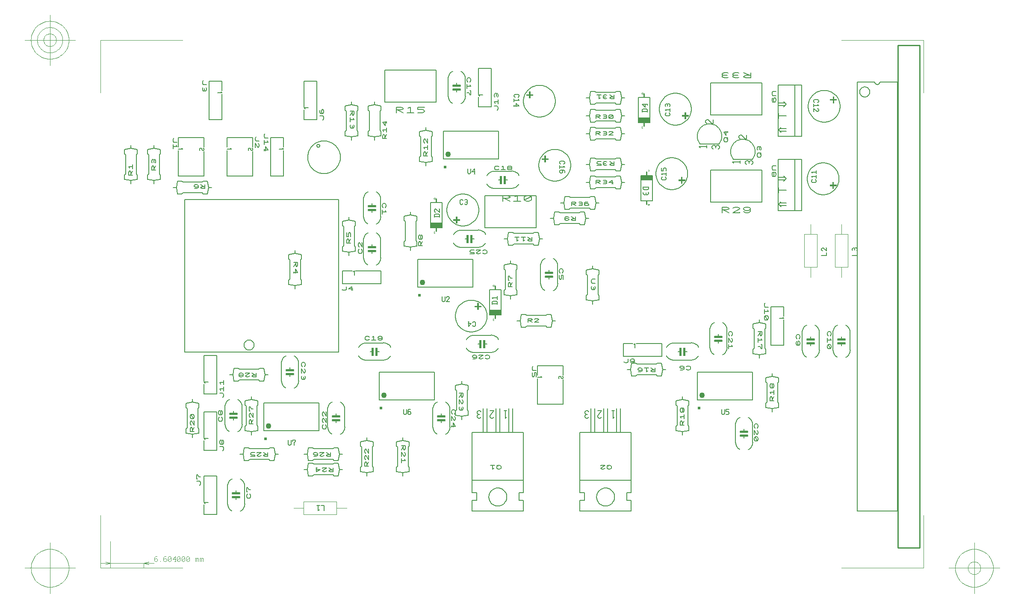
<source format=gbr>
G04 Generated by Ultiboard 10.0 *
%FSLAX25Y25*%
%MOIN*%

%ADD23C,0.00004*%
%ADD44C,0.00800*%
%ADD45C,0.00591*%
%ADD22C,0.00394*%
%ADD46C,0.00219*%
%ADD27C,0.01000*%
%ADD47C,0.02369*%
%ADD48C,0.04337*%


G04 ColorRGB FFFF00 for the following layer *
%LNSiebdruckoberseite*%
%LPD*%
%FSLAX25Y25*%
%MOIN*%
G54D23*
X36236Y-5882D02*
X35055Y-5882D01*
X35055Y-5882D02*
X34268Y-6669D01*
X34268Y-6669D02*
X34268Y-8244D01*
X34268Y-8244D02*
X34268Y-9031D01*
X34268Y-9031D02*
X35055Y-9819D01*
X35055Y-9819D02*
X35843Y-9819D01*
X35843Y-9819D02*
X36630Y-9031D01*
X36630Y-9031D02*
X36630Y-8244D01*
X36630Y-8244D02*
X35843Y-7457D01*
X35843Y-7457D02*
X35055Y-7457D01*
X35055Y-7457D02*
X34268Y-8244D01*
X38992Y-9819D02*
X38992Y-9425D01*
X43323Y-5882D02*
X42142Y-5882D01*
X42142Y-5882D02*
X41354Y-6669D01*
X41354Y-6669D02*
X41354Y-8244D01*
X41354Y-8244D02*
X41354Y-9031D01*
X41354Y-9031D02*
X42142Y-9819D01*
X42142Y-9819D02*
X42929Y-9819D01*
X42929Y-9819D02*
X43717Y-9031D01*
X43717Y-9031D02*
X43717Y-8244D01*
X43717Y-8244D02*
X42929Y-7457D01*
X42929Y-7457D02*
X42142Y-7457D01*
X42142Y-7457D02*
X41354Y-8244D01*
X44898Y-6669D02*
X45685Y-5882D01*
X45685Y-5882D02*
X46472Y-5882D01*
X46472Y-5882D02*
X47260Y-6669D01*
X47260Y-6669D02*
X47260Y-9031D01*
X47260Y-9031D02*
X46472Y-9819D01*
X46472Y-9819D02*
X45685Y-9819D01*
X45685Y-9819D02*
X44898Y-9031D01*
X44898Y-9031D02*
X44898Y-6669D01*
X47260Y-6669D02*
X44898Y-9031D01*
X50803Y-8244D02*
X48441Y-8244D01*
X48441Y-8244D02*
X50409Y-5882D01*
X50409Y-5882D02*
X50409Y-9819D01*
X50016Y-9819D02*
X50803Y-9819D01*
X51984Y-6669D02*
X52772Y-5882D01*
X52772Y-5882D02*
X53559Y-5882D01*
X53559Y-5882D02*
X54346Y-6669D01*
X54346Y-6669D02*
X54346Y-9031D01*
X54346Y-9031D02*
X53559Y-9819D01*
X53559Y-9819D02*
X52772Y-9819D01*
X52772Y-9819D02*
X51984Y-9031D01*
X51984Y-9031D02*
X51984Y-6669D01*
X54346Y-6669D02*
X51984Y-9031D01*
X55528Y-6669D02*
X56315Y-5882D01*
X56315Y-5882D02*
X57102Y-5882D01*
X57102Y-5882D02*
X57890Y-6669D01*
X57890Y-6669D02*
X57890Y-9031D01*
X57890Y-9031D02*
X57102Y-9819D01*
X57102Y-9819D02*
X56315Y-9819D01*
X56315Y-9819D02*
X55528Y-9031D01*
X55528Y-9031D02*
X55528Y-6669D01*
X57890Y-6669D02*
X55528Y-9031D01*
X59071Y-6669D02*
X59858Y-5882D01*
X59858Y-5882D02*
X60646Y-5882D01*
X60646Y-5882D02*
X61433Y-6669D01*
X61433Y-6669D02*
X61433Y-9031D01*
X61433Y-9031D02*
X60646Y-9819D01*
X60646Y-9819D02*
X59858Y-9819D01*
X59858Y-9819D02*
X59071Y-9031D01*
X59071Y-9031D02*
X59071Y-6669D01*
X61433Y-6669D02*
X59071Y-9031D01*
X66157Y-9819D02*
X66157Y-7457D01*
X66157Y-7457D02*
X66157Y-7063D01*
X66157Y-7457D02*
X66551Y-7063D01*
X66551Y-7063D02*
X66945Y-7063D01*
X66945Y-7063D02*
X67339Y-7457D01*
X67339Y-7457D02*
X67732Y-7063D01*
X67732Y-7063D02*
X68126Y-7063D01*
X68126Y-7063D02*
X68520Y-7457D01*
X68520Y-7457D02*
X68520Y-9819D01*
X67339Y-7457D02*
X67339Y-9819D01*
X69701Y-9819D02*
X69701Y-7457D01*
X69701Y-7457D02*
X69701Y-7063D01*
X69701Y-7457D02*
X70094Y-7063D01*
X70094Y-7063D02*
X70488Y-7063D01*
X70488Y-7063D02*
X70882Y-7457D01*
X70882Y-7457D02*
X71276Y-7063D01*
X71276Y-7063D02*
X71669Y-7063D01*
X71669Y-7063D02*
X72063Y-7457D01*
X72063Y-7457D02*
X72063Y-9819D01*
X70882Y-7457D02*
X70882Y-9819D01*
X0Y6000D02*
X0Y-14937D01*
X26000Y-11000D02*
X26000Y-14937D01*
X13000Y-11000D02*
X0Y-11000D01*
X-3937Y-10016D02*
X0Y-11000D01*
X0Y-11000D02*
X-3937Y-11984D01*
X-7874Y-11000D02*
X0Y-11000D01*
X13000Y-11000D02*
X26000Y-11000D01*
X29937Y-11984D02*
X26000Y-11000D01*
X26000Y-11000D02*
X29937Y-10016D01*
X33874Y-11000D02*
X26000Y-11000D01*
G36*
X269304Y254276D02*
X269304Y256351D01*
X267244Y256351D01*
X267244Y257218D01*
X269304Y257218D01*
X269304Y259278D01*
X270181Y259278D01*
X270181Y257218D01*
X272241Y257218D01*
X272241Y256351D01*
X270181Y256351D01*
X270181Y254276D01*
X269304Y254276D01*
G37*
X269304Y254276D02*
X269304Y256351D01*
X269304Y256351D02*
X267244Y256351D01*
X267244Y256351D02*
X267244Y257218D01*
X267244Y257218D02*
X269304Y257218D01*
X269304Y257218D02*
X269304Y259278D01*
X269304Y259278D02*
X270181Y259278D01*
X270181Y259278D02*
X270181Y257218D01*
X270181Y257218D02*
X272241Y257218D01*
X272241Y257218D02*
X272241Y256351D01*
X272241Y256351D02*
X270181Y256351D01*
X270181Y256351D02*
X270181Y254276D01*
X270181Y254276D02*
X269304Y254276D01*
G36*
X286696Y191724D02*
X286696Y189649D01*
X288756Y189649D01*
X288756Y188782D01*
X286696Y188782D01*
X286696Y186722D01*
X285819Y186722D01*
X285819Y188782D01*
X283759Y188782D01*
X283759Y189649D01*
X285819Y189649D01*
X285819Y191724D01*
X286696Y191724D01*
G37*
X286696Y191724D02*
X286696Y189649D01*
X286696Y189649D02*
X288756Y189649D01*
X288756Y189649D02*
X288756Y188782D01*
X288756Y188782D02*
X286696Y188782D01*
X286696Y188782D02*
X286696Y186722D01*
X286696Y186722D02*
X285819Y186722D01*
X285819Y186722D02*
X285819Y188782D01*
X285819Y188782D02*
X283759Y188782D01*
X283759Y188782D02*
X283759Y189649D01*
X283759Y189649D02*
X285819Y189649D01*
X285819Y189649D02*
X285819Y191724D01*
X285819Y191724D02*
X286696Y191724D01*
G36*
X324276Y354696D02*
X326351Y354696D01*
X326351Y356756D01*
X327218Y356756D01*
X327218Y354696D01*
X329278Y354696D01*
X329278Y353819D01*
X327218Y353819D01*
X327218Y351759D01*
X326351Y351759D01*
X326351Y353819D01*
X324276Y353819D01*
X324276Y354696D01*
G37*
X324276Y354696D02*
X326351Y354696D01*
X326351Y354696D02*
X326351Y356756D01*
X326351Y356756D02*
X327218Y356756D01*
X327218Y356756D02*
X327218Y354696D01*
X327218Y354696D02*
X329278Y354696D01*
X329278Y354696D02*
X329278Y353819D01*
X329278Y353819D02*
X327218Y353819D01*
X327218Y353819D02*
X327218Y351759D01*
X327218Y351759D02*
X326351Y351759D01*
X326351Y351759D02*
X326351Y353819D01*
X326351Y353819D02*
X324276Y353819D01*
X324276Y353819D02*
X324276Y354696D01*
G36*
X336276Y304696D02*
X338351Y304696D01*
X338351Y306756D01*
X339218Y306756D01*
X339218Y304696D01*
X341278Y304696D01*
X341278Y303819D01*
X339218Y303819D01*
X339218Y301759D01*
X338351Y301759D01*
X338351Y303819D01*
X336276Y303819D01*
X336276Y304696D01*
G37*
X336276Y304696D02*
X338351Y304696D01*
X338351Y304696D02*
X338351Y306756D01*
X338351Y306756D02*
X339218Y306756D01*
X339218Y306756D02*
X339218Y304696D01*
X339218Y304696D02*
X341278Y304696D01*
X341278Y304696D02*
X341278Y303819D01*
X341278Y303819D02*
X339218Y303819D01*
X339218Y303819D02*
X339218Y301759D01*
X339218Y301759D02*
X338351Y301759D01*
X338351Y301759D02*
X338351Y303819D01*
X338351Y303819D02*
X336276Y303819D01*
X336276Y303819D02*
X336276Y304696D01*
G36*
X447724Y287304D02*
X445649Y287304D01*
X445649Y285244D01*
X444782Y285244D01*
X444782Y287304D01*
X442722Y287304D01*
X442722Y288181D01*
X444782Y288181D01*
X444782Y290241D01*
X445649Y290241D01*
X445649Y288181D01*
X447724Y288181D01*
X447724Y287304D01*
G37*
X447724Y287304D02*
X445649Y287304D01*
X445649Y287304D02*
X445649Y285244D01*
X445649Y285244D02*
X444782Y285244D01*
X444782Y285244D02*
X444782Y287304D01*
X444782Y287304D02*
X442722Y287304D01*
X442722Y287304D02*
X442722Y288181D01*
X442722Y288181D02*
X444782Y288181D01*
X444782Y288181D02*
X444782Y290241D01*
X444782Y290241D02*
X445649Y290241D01*
X445649Y290241D02*
X445649Y288181D01*
X445649Y288181D02*
X447724Y288181D01*
X447724Y288181D02*
X447724Y287304D01*
G36*
X450511Y337658D02*
X448436Y337658D01*
X448436Y335599D01*
X447569Y335599D01*
X447569Y337658D01*
X445510Y337658D01*
X445510Y338536D01*
X447569Y338536D01*
X447569Y340595D01*
X448436Y340595D01*
X448436Y338536D01*
X450511Y338536D01*
X450511Y337658D01*
G37*
X450511Y337658D02*
X448436Y337658D01*
X448436Y337658D02*
X448436Y335599D01*
X448436Y335599D02*
X447569Y335599D01*
X447569Y335599D02*
X447569Y337658D01*
X447569Y337658D02*
X445510Y337658D01*
X445510Y337658D02*
X445510Y338536D01*
X445510Y338536D02*
X447569Y338536D01*
X447569Y338536D02*
X447569Y340595D01*
X447569Y340595D02*
X448436Y340595D01*
X448436Y340595D02*
X448436Y338536D01*
X448436Y338536D02*
X450511Y338536D01*
X450511Y338536D02*
X450511Y337658D01*
G36*
X565724Y283304D02*
X563649Y283304D01*
X563649Y281244D01*
X562782Y281244D01*
X562782Y283304D01*
X560722Y283304D01*
X560722Y284181D01*
X562782Y284181D01*
X562782Y286241D01*
X563649Y286241D01*
X563649Y284181D01*
X565724Y284181D01*
X565724Y283304D01*
G37*
X565724Y283304D02*
X563649Y283304D01*
X563649Y283304D02*
X563649Y281244D01*
X563649Y281244D02*
X562782Y281244D01*
X562782Y281244D02*
X562782Y283304D01*
X562782Y283304D02*
X560722Y283304D01*
X560722Y283304D02*
X560722Y284181D01*
X560722Y284181D02*
X562782Y284181D01*
X562782Y284181D02*
X562782Y286241D01*
X562782Y286241D02*
X563649Y286241D01*
X563649Y286241D02*
X563649Y284181D01*
X563649Y284181D02*
X565724Y284181D01*
X565724Y284181D02*
X565724Y283304D01*
G36*
X561001Y350940D02*
X563076Y350940D01*
X563076Y353000D01*
X563943Y353000D01*
X563943Y350940D01*
X566002Y350940D01*
X566002Y350063D01*
X563943Y350063D01*
X563943Y348003D01*
X563076Y348003D01*
X563076Y350063D01*
X561001Y350063D01*
X561001Y350940D01*
G37*
X561001Y350940D02*
X563076Y350940D01*
X563076Y350940D02*
X563076Y353000D01*
X563076Y353000D02*
X563943Y353000D01*
X563943Y353000D02*
X563943Y350940D01*
X563943Y350940D02*
X566002Y350940D01*
X566002Y350940D02*
X566002Y350063D01*
X566002Y350063D02*
X563943Y350063D01*
X563943Y350063D02*
X563943Y348003D01*
X563943Y348003D02*
X563076Y348003D01*
X563076Y348003D02*
X563076Y350063D01*
X563076Y350063D02*
X561001Y350063D01*
X561001Y350063D02*
X561001Y350940D01*
G54D44*
X499241Y371649D02*
X499241Y367423D01*
X499241Y367423D02*
X495537Y367423D01*
X495537Y367423D02*
X493685Y368268D01*
X493685Y368268D02*
X493685Y368690D01*
X493685Y368690D02*
X495537Y369536D01*
X495537Y369536D02*
X499241Y369536D01*
X498315Y369536D02*
X493685Y371649D01*
X489981Y367845D02*
X489056Y367423D01*
X489056Y367423D02*
X487204Y367423D01*
X487204Y367423D02*
X485352Y368268D01*
X485352Y368268D02*
X485352Y369113D01*
X485352Y369113D02*
X486278Y369536D01*
X486278Y369536D02*
X485352Y369958D01*
X485352Y369958D02*
X485352Y370804D01*
X485352Y370804D02*
X487204Y371649D01*
X487204Y371649D02*
X489056Y371649D01*
X489056Y371649D02*
X489981Y371226D01*
X489056Y369536D02*
X486278Y369536D01*
X481648Y367845D02*
X480722Y367423D01*
X480722Y367423D02*
X478870Y367423D01*
X478870Y367423D02*
X477019Y368268D01*
X477019Y368268D02*
X477019Y369113D01*
X477019Y369113D02*
X477944Y369536D01*
X477944Y369536D02*
X477019Y369958D01*
X477019Y369958D02*
X477019Y370804D01*
X477019Y370804D02*
X478870Y371649D01*
X478870Y371649D02*
X480722Y371649D01*
X480722Y371649D02*
X481648Y371226D01*
X480722Y369536D02*
X477944Y369536D01*
X506595Y305556D02*
X507190Y306667D01*
X507190Y306667D02*
X507190Y307778D01*
X507190Y307778D02*
X506595Y308889D01*
X506595Y308889D02*
X504810Y308889D01*
X504810Y308889D02*
X504214Y307778D01*
X504214Y307778D02*
X504214Y306667D01*
X504214Y306667D02*
X504810Y305556D01*
X504810Y305556D02*
X506595Y305556D01*
X506595Y307778D02*
X507190Y308889D01*
X504512Y311111D02*
X504214Y311667D01*
X504214Y311667D02*
X504214Y312778D01*
X504214Y312778D02*
X504810Y313889D01*
X504810Y313889D02*
X505405Y313889D01*
X505405Y313889D02*
X505702Y313333D01*
X505702Y313333D02*
X506000Y313889D01*
X506000Y313889D02*
X506595Y313889D01*
X506595Y313889D02*
X507190Y312778D01*
X507190Y312778D02*
X507190Y311667D01*
X507190Y311667D02*
X506893Y311111D01*
X505702Y311667D02*
X505702Y313333D01*
X476759Y262351D02*
X476759Y266577D01*
X476759Y266577D02*
X480463Y266577D01*
X480463Y266577D02*
X482315Y265732D01*
X482315Y265732D02*
X482315Y265310D01*
X482315Y265310D02*
X480463Y264464D01*
X480463Y264464D02*
X476759Y264464D01*
X477685Y264464D02*
X482315Y262351D01*
X485093Y265732D02*
X486944Y266577D01*
X486944Y266577D02*
X488796Y266577D01*
X488796Y266577D02*
X490648Y265732D01*
X490648Y265732D02*
X490648Y265310D01*
X490648Y265310D02*
X485093Y262351D01*
X485093Y262351D02*
X490648Y262351D01*
X490648Y262351D02*
X490648Y262774D01*
X493426Y263196D02*
X495278Y262351D01*
X495278Y262351D02*
X497130Y262351D01*
X497130Y262351D02*
X498981Y263196D01*
X498981Y263196D02*
X498981Y264887D01*
X498981Y264887D02*
X498981Y265732D01*
X498981Y265732D02*
X497130Y266577D01*
X497130Y266577D02*
X495278Y266577D01*
X495278Y266577D02*
X493426Y265732D01*
X493426Y265732D02*
X493426Y264887D01*
X493426Y264887D02*
X495278Y264042D01*
X495278Y264042D02*
X497130Y264042D01*
X497130Y264042D02*
X498981Y264887D01*
X502488Y94111D02*
X501893Y95222D01*
X501893Y95222D02*
X501893Y96333D01*
X501893Y96333D02*
X502488Y97444D01*
X502488Y97444D02*
X504274Y97444D01*
X504274Y97444D02*
X504869Y96333D01*
X504869Y96333D02*
X504869Y95222D01*
X504869Y95222D02*
X504274Y94111D01*
X504274Y92444D02*
X504869Y91333D01*
X504869Y91333D02*
X504869Y90222D01*
X504869Y90222D02*
X504274Y89111D01*
X504274Y89111D02*
X503976Y89111D01*
X503976Y89111D02*
X501893Y92444D01*
X501893Y92444D02*
X501893Y89111D01*
X501893Y89111D02*
X502190Y89111D01*
X504274Y87444D02*
X504869Y86333D01*
X504869Y86333D02*
X504869Y85222D01*
X504869Y85222D02*
X504274Y84111D01*
X504274Y84111D02*
X502488Y84111D01*
X502488Y84111D02*
X501893Y85222D01*
X501893Y85222D02*
X501893Y86333D01*
X501893Y86333D02*
X502488Y87444D01*
X502488Y87444D02*
X504274Y87444D01*
X504274Y84111D02*
X502488Y87444D01*
X504893Y169444D02*
X507869Y169444D01*
X507869Y169444D02*
X507869Y167222D01*
X507869Y167222D02*
X507274Y166111D01*
X507274Y166111D02*
X506976Y166111D01*
X506976Y166111D02*
X506381Y167222D01*
X506381Y167222D02*
X506381Y169444D01*
X506381Y168889D02*
X504893Y166111D01*
X507274Y163889D02*
X507869Y162778D01*
X507869Y162778D02*
X504893Y162778D01*
X504893Y164444D02*
X504893Y161111D01*
X504893Y157778D02*
X506381Y157778D01*
X506381Y157778D02*
X507274Y156111D01*
X507274Y156111D02*
X507869Y156111D01*
X507869Y156111D02*
X507869Y159444D01*
X507869Y159444D02*
X507274Y159444D01*
X222759Y340351D02*
X222759Y344577D01*
X222759Y344577D02*
X226463Y344577D01*
X226463Y344577D02*
X228315Y343732D01*
X228315Y343732D02*
X228315Y343310D01*
X228315Y343310D02*
X226463Y342464D01*
X226463Y342464D02*
X222759Y342464D01*
X223685Y342464D02*
X228315Y340351D01*
X232019Y343732D02*
X233870Y344577D01*
X233870Y344577D02*
X233870Y340351D01*
X231093Y340351D02*
X236648Y340351D01*
X244981Y344577D02*
X239426Y344577D01*
X239426Y344577D02*
X239426Y342887D01*
X239426Y342887D02*
X243130Y342887D01*
X243130Y342887D02*
X244981Y342042D01*
X244981Y342042D02*
X244981Y341196D01*
X244981Y341196D02*
X243130Y340351D01*
X243130Y340351D02*
X239426Y340351D01*
X258376Y196730D02*
X258376Y193580D01*
X258376Y193580D02*
X259160Y192793D01*
X259160Y192793D02*
X259944Y192793D01*
X259944Y192793D02*
X260728Y193580D01*
X260728Y193580D02*
X260728Y196730D01*
X261903Y195943D02*
X262687Y196730D01*
X262687Y196730D02*
X263471Y196730D01*
X263471Y196730D02*
X264255Y195943D01*
X264255Y195943D02*
X264255Y195549D01*
X264255Y195549D02*
X261903Y192793D01*
X261903Y192793D02*
X264255Y192793D01*
X264255Y192793D02*
X264255Y193187D01*
X228376Y108730D02*
X228376Y105580D01*
X228376Y105580D02*
X229160Y104793D01*
X229160Y104793D02*
X229944Y104793D01*
X229944Y104793D02*
X230728Y105580D01*
X230728Y105580D02*
X230728Y108730D01*
X233863Y108730D02*
X232687Y108730D01*
X232687Y108730D02*
X231903Y107943D01*
X231903Y107943D02*
X231903Y106368D01*
X231903Y106368D02*
X231903Y105580D01*
X231903Y105580D02*
X232687Y104793D01*
X232687Y104793D02*
X233471Y104793D01*
X233471Y104793D02*
X234255Y105580D01*
X234255Y105580D02*
X234255Y106368D01*
X234255Y106368D02*
X233471Y107155D01*
X233471Y107155D02*
X232687Y107155D01*
X232687Y107155D02*
X231903Y106368D01*
X266488Y105111D02*
X265893Y106222D01*
X265893Y106222D02*
X265893Y107333D01*
X265893Y107333D02*
X266488Y108444D01*
X266488Y108444D02*
X268274Y108444D01*
X268274Y108444D02*
X268869Y107333D01*
X268869Y107333D02*
X268869Y106222D01*
X268869Y106222D02*
X268274Y105111D01*
X268274Y103444D02*
X268869Y102333D01*
X268869Y102333D02*
X268869Y101222D01*
X268869Y101222D02*
X268274Y100111D01*
X268274Y100111D02*
X267976Y100111D01*
X267976Y100111D02*
X265893Y103444D01*
X265893Y103444D02*
X265893Y100111D01*
X265893Y100111D02*
X266190Y100111D01*
X267083Y95111D02*
X267083Y98444D01*
X267083Y98444D02*
X268869Y95667D01*
X268869Y95667D02*
X265893Y95667D01*
X265893Y96222D02*
X265893Y95111D01*
X243274Y236556D02*
X240298Y236556D01*
X240298Y236556D02*
X240298Y238778D01*
X240298Y238778D02*
X240893Y239889D01*
X240893Y239889D02*
X241190Y239889D01*
X241190Y239889D02*
X241786Y238778D01*
X241786Y238778D02*
X241786Y236556D01*
X241786Y237111D02*
X243274Y239889D01*
X243274Y243778D02*
X243274Y242667D01*
X243274Y242667D02*
X242679Y241556D01*
X242679Y241556D02*
X242083Y241556D01*
X242083Y241556D02*
X241786Y242111D01*
X241786Y242111D02*
X241488Y241556D01*
X241488Y241556D02*
X240893Y241556D01*
X240893Y241556D02*
X240298Y242667D01*
X240298Y242667D02*
X240298Y243778D01*
X240298Y243778D02*
X240893Y244889D01*
X240893Y244889D02*
X241488Y244889D01*
X241488Y244889D02*
X241786Y244333D01*
X241786Y244333D02*
X242083Y244889D01*
X242083Y244889D02*
X242679Y244889D01*
X242679Y244889D02*
X243274Y243778D01*
X241786Y242111D02*
X241786Y244333D01*
X187274Y238556D02*
X184298Y238556D01*
X184298Y238556D02*
X184298Y240778D01*
X184298Y240778D02*
X184893Y241889D01*
X184893Y241889D02*
X185190Y241889D01*
X185190Y241889D02*
X185786Y240778D01*
X185786Y240778D02*
X185786Y238556D01*
X185786Y239111D02*
X187274Y241889D01*
X184298Y246889D02*
X184298Y243556D01*
X184298Y243556D02*
X185488Y243556D01*
X185488Y243556D02*
X185488Y245778D01*
X185488Y245778D02*
X186083Y246889D01*
X186083Y246889D02*
X186679Y246889D01*
X186679Y246889D02*
X187274Y245778D01*
X187274Y245778D02*
X187274Y243556D01*
X138376Y84730D02*
X138376Y81580D01*
X138376Y81580D02*
X139160Y80793D01*
X139160Y80793D02*
X139944Y80793D01*
X139944Y80793D02*
X140728Y81580D01*
X140728Y81580D02*
X140728Y84730D01*
X143079Y80793D02*
X143079Y82762D01*
X143079Y82762D02*
X144255Y83943D01*
X144255Y83943D02*
X144255Y84730D01*
X144255Y84730D02*
X141903Y84730D01*
X141903Y84730D02*
X141903Y83943D01*
X122444Y75107D02*
X122444Y72131D01*
X122444Y72131D02*
X120222Y72131D01*
X120222Y72131D02*
X119111Y72726D01*
X119111Y72726D02*
X119111Y73024D01*
X119111Y73024D02*
X120222Y73619D01*
X120222Y73619D02*
X122444Y73619D01*
X121889Y73619D02*
X119111Y75107D01*
X117444Y72726D02*
X116333Y72131D01*
X116333Y72131D02*
X115222Y72131D01*
X115222Y72131D02*
X114111Y72726D01*
X114111Y72726D02*
X114111Y73024D01*
X114111Y73024D02*
X117444Y75107D01*
X117444Y75107D02*
X114111Y75107D01*
X114111Y75107D02*
X114111Y74810D01*
X109111Y72131D02*
X112444Y72131D01*
X112444Y72131D02*
X112444Y73321D01*
X112444Y73321D02*
X110222Y73321D01*
X110222Y73321D02*
X109111Y73917D01*
X109111Y73917D02*
X109111Y74512D01*
X109111Y74512D02*
X110222Y75107D01*
X110222Y75107D02*
X112444Y75107D01*
X113444Y137107D02*
X113444Y134131D01*
X113444Y134131D02*
X111222Y134131D01*
X111222Y134131D02*
X110111Y134726D01*
X110111Y134726D02*
X110111Y135024D01*
X110111Y135024D02*
X111222Y135619D01*
X111222Y135619D02*
X113444Y135619D01*
X112889Y135619D02*
X110111Y137107D01*
X108444Y134726D02*
X107333Y134131D01*
X107333Y134131D02*
X106222Y134131D01*
X106222Y134131D02*
X105111Y134726D01*
X105111Y134726D02*
X105111Y135024D01*
X105111Y135024D02*
X108444Y137107D01*
X108444Y137107D02*
X105111Y137107D01*
X105111Y137107D02*
X105111Y136810D01*
X101222Y137107D02*
X102333Y137107D01*
X102333Y137107D02*
X103444Y136512D01*
X103444Y136512D02*
X103444Y135917D01*
X103444Y135917D02*
X102889Y135619D01*
X102889Y135619D02*
X103444Y135321D01*
X103444Y135321D02*
X103444Y134726D01*
X103444Y134726D02*
X102333Y134131D01*
X102333Y134131D02*
X101222Y134131D01*
X101222Y134131D02*
X100111Y134726D01*
X100111Y134726D02*
X100111Y135321D01*
X100111Y135321D02*
X100667Y135619D01*
X100667Y135619D02*
X100111Y135917D01*
X100111Y135917D02*
X100111Y136512D01*
X100111Y136512D02*
X101222Y137107D01*
X102889Y135619D02*
X100667Y135619D01*
X166663Y29882D02*
X166663Y33819D01*
X166663Y33819D02*
X164311Y33819D01*
X162744Y30669D02*
X161960Y29882D01*
X161960Y29882D02*
X161960Y33819D01*
X163136Y33819D02*
X160784Y33819D01*
X87679Y118056D02*
X88274Y119167D01*
X88274Y119167D02*
X88274Y120278D01*
X88274Y120278D02*
X87679Y121389D01*
X87679Y121389D02*
X85298Y121389D01*
X85893Y123611D02*
X85298Y124722D01*
X85298Y124722D02*
X88274Y124722D01*
X88274Y123056D02*
X88274Y126389D01*
X85893Y128611D02*
X85298Y129722D01*
X85298Y129722D02*
X88274Y129722D01*
X88274Y128056D02*
X88274Y131389D01*
X111274Y97556D02*
X108298Y97556D01*
X108298Y97556D02*
X108298Y99778D01*
X108298Y99778D02*
X108893Y100889D01*
X108893Y100889D02*
X109190Y100889D01*
X109190Y100889D02*
X109786Y99778D01*
X109786Y99778D02*
X109786Y97556D01*
X109786Y98111D02*
X111274Y100889D01*
X108893Y102556D02*
X108298Y103667D01*
X108298Y103667D02*
X108298Y104778D01*
X108298Y104778D02*
X108893Y105889D01*
X108893Y105889D02*
X109190Y105889D01*
X109190Y105889D02*
X111274Y102556D01*
X111274Y102556D02*
X111274Y105889D01*
X111274Y105889D02*
X110976Y105889D01*
X111274Y109222D02*
X109786Y109222D01*
X109786Y109222D02*
X108893Y110889D01*
X108893Y110889D02*
X108298Y110889D01*
X108298Y110889D02*
X108298Y107556D01*
X108298Y107556D02*
X108893Y107556D01*
X65274Y91556D02*
X62298Y91556D01*
X62298Y91556D02*
X62298Y93778D01*
X62298Y93778D02*
X62893Y94889D01*
X62893Y94889D02*
X63190Y94889D01*
X63190Y94889D02*
X63786Y93778D01*
X63786Y93778D02*
X63786Y91556D01*
X63786Y92111D02*
X65274Y94889D01*
X62893Y96556D02*
X62298Y97667D01*
X62298Y97667D02*
X62298Y98778D01*
X62298Y98778D02*
X62893Y99889D01*
X62893Y99889D02*
X63190Y99889D01*
X63190Y99889D02*
X65274Y96556D01*
X65274Y96556D02*
X65274Y99889D01*
X65274Y99889D02*
X64976Y99889D01*
X62893Y101556D02*
X62298Y102667D01*
X62298Y102667D02*
X62298Y103778D01*
X62298Y103778D02*
X62893Y104889D01*
X62893Y104889D02*
X64679Y104889D01*
X64679Y104889D02*
X65274Y103778D01*
X65274Y103778D02*
X65274Y102667D01*
X65274Y102667D02*
X64679Y101556D01*
X64679Y101556D02*
X62893Y101556D01*
X62893Y104889D02*
X64679Y101556D01*
X108679Y42889D02*
X109274Y41778D01*
X109274Y41778D02*
X109274Y40667D01*
X109274Y40667D02*
X108679Y39556D01*
X108679Y39556D02*
X106893Y39556D01*
X106893Y39556D02*
X106298Y40667D01*
X106298Y40667D02*
X106298Y41778D01*
X106298Y41778D02*
X106893Y42889D01*
X109274Y46222D02*
X107786Y46222D01*
X107786Y46222D02*
X106893Y47889D01*
X106893Y47889D02*
X106298Y47889D01*
X106298Y47889D02*
X106298Y44556D01*
X106298Y44556D02*
X106893Y44556D01*
X69679Y49556D02*
X70274Y50667D01*
X70274Y50667D02*
X70274Y51778D01*
X70274Y51778D02*
X69679Y52889D01*
X69679Y52889D02*
X67298Y52889D01*
X70274Y56222D02*
X68786Y56222D01*
X68786Y56222D02*
X67893Y57889D01*
X67893Y57889D02*
X67298Y57889D01*
X67298Y57889D02*
X67298Y54556D01*
X67298Y54556D02*
X67893Y54556D01*
X86679Y102889D02*
X87274Y101778D01*
X87274Y101778D02*
X87274Y100667D01*
X87274Y100667D02*
X86679Y99556D01*
X86679Y99556D02*
X84893Y99556D01*
X84893Y99556D02*
X84298Y100667D01*
X84298Y100667D02*
X84298Y101778D01*
X84298Y101778D02*
X84893Y102889D01*
X87274Y106778D02*
X87274Y105667D01*
X87274Y105667D02*
X86679Y104556D01*
X86679Y104556D02*
X86083Y104556D01*
X86083Y104556D02*
X85786Y105111D01*
X85786Y105111D02*
X85488Y104556D01*
X85488Y104556D02*
X84893Y104556D01*
X84893Y104556D02*
X84298Y105667D01*
X84298Y105667D02*
X84298Y106778D01*
X84298Y106778D02*
X84893Y107889D01*
X84893Y107889D02*
X85488Y107889D01*
X85488Y107889D02*
X85786Y107333D01*
X85786Y107333D02*
X86083Y107889D01*
X86083Y107889D02*
X86679Y107889D01*
X86679Y107889D02*
X87274Y106778D01*
X85786Y105111D02*
X85786Y107333D01*
X87679Y76556D02*
X88274Y77667D01*
X88274Y77667D02*
X88274Y78778D01*
X88274Y78778D02*
X87679Y79889D01*
X87679Y79889D02*
X85298Y79889D01*
X88274Y83778D02*
X88274Y82667D01*
X88274Y82667D02*
X87679Y81556D01*
X87679Y81556D02*
X87083Y81556D01*
X87083Y81556D02*
X86786Y82111D01*
X86786Y82111D02*
X86488Y81556D01*
X86488Y81556D02*
X85893Y81556D01*
X85893Y81556D02*
X85298Y82667D01*
X85298Y82667D02*
X85298Y83778D01*
X85298Y83778D02*
X85893Y84889D01*
X85893Y84889D02*
X86488Y84889D01*
X86488Y84889D02*
X86786Y84333D01*
X86786Y84333D02*
X87083Y84889D01*
X87083Y84889D02*
X87679Y84889D01*
X87679Y84889D02*
X88274Y83778D01*
X86786Y82111D02*
X86786Y84333D01*
X149488Y142111D02*
X148893Y143222D01*
X148893Y143222D02*
X148893Y144333D01*
X148893Y144333D02*
X149488Y145444D01*
X149488Y145444D02*
X151274Y145444D01*
X151274Y145444D02*
X151869Y144333D01*
X151869Y144333D02*
X151869Y143222D01*
X151869Y143222D02*
X151274Y142111D01*
X151274Y140444D02*
X151869Y139333D01*
X151869Y139333D02*
X151869Y138222D01*
X151869Y138222D02*
X151274Y137111D01*
X151274Y137111D02*
X150976Y137111D01*
X150976Y137111D02*
X148893Y140444D01*
X148893Y140444D02*
X148893Y137111D01*
X148893Y137111D02*
X149190Y137111D01*
X151571Y134889D02*
X151869Y134333D01*
X151869Y134333D02*
X151869Y133222D01*
X151869Y133222D02*
X151274Y132111D01*
X151274Y132111D02*
X150679Y132111D01*
X150679Y132111D02*
X150381Y132667D01*
X150381Y132667D02*
X150083Y132111D01*
X150083Y132111D02*
X149488Y132111D01*
X149488Y132111D02*
X148893Y133222D01*
X148893Y133222D02*
X148893Y134333D01*
X148893Y134333D02*
X149190Y134889D01*
X150381Y134333D02*
X150381Y132667D01*
X171444Y75107D02*
X171444Y72131D01*
X171444Y72131D02*
X169222Y72131D01*
X169222Y72131D02*
X168111Y72726D01*
X168111Y72726D02*
X168111Y73024D01*
X168111Y73024D02*
X169222Y73619D01*
X169222Y73619D02*
X171444Y73619D01*
X170889Y73619D02*
X168111Y75107D01*
X166444Y72726D02*
X165333Y72131D01*
X165333Y72131D02*
X164222Y72131D01*
X164222Y72131D02*
X163111Y72726D01*
X163111Y72726D02*
X163111Y73024D01*
X163111Y73024D02*
X166444Y75107D01*
X166444Y75107D02*
X163111Y75107D01*
X163111Y75107D02*
X163111Y74810D01*
X158667Y72131D02*
X160333Y72131D01*
X160333Y72131D02*
X161444Y72726D01*
X161444Y72726D02*
X161444Y73917D01*
X161444Y73917D02*
X161444Y74512D01*
X161444Y74512D02*
X160333Y75107D01*
X160333Y75107D02*
X159222Y75107D01*
X159222Y75107D02*
X158111Y74512D01*
X158111Y74512D02*
X158111Y73917D01*
X158111Y73917D02*
X159222Y73321D01*
X159222Y73321D02*
X160333Y73321D01*
X160333Y73321D02*
X161444Y73917D01*
X173444Y63107D02*
X173444Y60131D01*
X173444Y60131D02*
X171222Y60131D01*
X171222Y60131D02*
X170111Y60726D01*
X170111Y60726D02*
X170111Y61024D01*
X170111Y61024D02*
X171222Y61619D01*
X171222Y61619D02*
X173444Y61619D01*
X172889Y61619D02*
X170111Y63107D01*
X168444Y60726D02*
X167333Y60131D01*
X167333Y60131D02*
X166222Y60131D01*
X166222Y60131D02*
X165111Y60726D01*
X165111Y60726D02*
X165111Y61024D01*
X165111Y61024D02*
X168444Y63107D01*
X168444Y63107D02*
X165111Y63107D01*
X165111Y63107D02*
X165111Y62810D01*
X160111Y61917D02*
X163444Y61917D01*
X163444Y61917D02*
X160667Y60131D01*
X160667Y60131D02*
X160667Y63107D01*
X161222Y63107D02*
X160111Y63107D01*
X167679Y96889D02*
X168274Y95778D01*
X168274Y95778D02*
X168274Y94667D01*
X168274Y94667D02*
X167679Y93556D01*
X167679Y93556D02*
X165893Y93556D01*
X165893Y93556D02*
X165298Y94667D01*
X165298Y94667D02*
X165298Y95778D01*
X165298Y95778D02*
X165893Y96889D01*
X165893Y98556D02*
X165298Y99667D01*
X165298Y99667D02*
X165298Y100778D01*
X165298Y100778D02*
X165893Y101889D01*
X165893Y101889D02*
X166190Y101889D01*
X166190Y101889D02*
X168274Y98556D01*
X168274Y98556D02*
X168274Y101889D01*
X168274Y101889D02*
X167976Y101889D01*
X165893Y103556D02*
X165298Y104667D01*
X165298Y104667D02*
X165298Y105778D01*
X165298Y105778D02*
X165893Y106889D01*
X165893Y106889D02*
X166190Y106889D01*
X166190Y106889D02*
X168274Y103556D01*
X168274Y103556D02*
X168274Y106889D01*
X168274Y106889D02*
X167976Y106889D01*
X201274Y64556D02*
X198298Y64556D01*
X198298Y64556D02*
X198298Y66778D01*
X198298Y66778D02*
X198893Y67889D01*
X198893Y67889D02*
X199190Y67889D01*
X199190Y67889D02*
X199786Y66778D01*
X199786Y66778D02*
X199786Y64556D01*
X199786Y65111D02*
X201274Y67889D01*
X198893Y69556D02*
X198298Y70667D01*
X198298Y70667D02*
X198298Y71778D01*
X198298Y71778D02*
X198893Y72889D01*
X198893Y72889D02*
X199190Y72889D01*
X199190Y72889D02*
X201274Y69556D01*
X201274Y69556D02*
X201274Y72889D01*
X201274Y72889D02*
X200976Y72889D01*
X198893Y74556D02*
X198298Y75667D01*
X198298Y75667D02*
X198298Y76778D01*
X198298Y76778D02*
X198893Y77889D01*
X198893Y77889D02*
X199190Y77889D01*
X199190Y77889D02*
X201274Y74556D01*
X201274Y74556D02*
X201274Y77889D01*
X201274Y77889D02*
X200976Y77889D01*
X226726Y80444D02*
X229702Y80444D01*
X229702Y80444D02*
X229702Y78222D01*
X229702Y78222D02*
X229107Y77111D01*
X229107Y77111D02*
X228810Y77111D01*
X228810Y77111D02*
X228214Y78222D01*
X228214Y78222D02*
X228214Y80444D01*
X228214Y79889D02*
X226726Y77111D01*
X229107Y75444D02*
X229702Y74333D01*
X229702Y74333D02*
X229702Y73222D01*
X229702Y73222D02*
X229107Y72111D01*
X229107Y72111D02*
X228810Y72111D01*
X228810Y72111D02*
X226726Y75444D01*
X226726Y75444D02*
X226726Y72111D01*
X226726Y72111D02*
X227024Y72111D01*
X229107Y69889D02*
X229702Y68778D01*
X229702Y68778D02*
X226726Y68778D01*
X226726Y70444D02*
X226726Y67111D01*
X180556Y202321D02*
X181667Y201726D01*
X181667Y201726D02*
X182778Y201726D01*
X182778Y201726D02*
X183889Y202321D01*
X183889Y202321D02*
X183889Y204702D01*
X188889Y202917D02*
X185556Y202917D01*
X185556Y202917D02*
X188333Y204702D01*
X188333Y204702D02*
X188333Y201726D01*
X187778Y201726D02*
X188889Y201726D01*
X142893Y223444D02*
X145869Y223444D01*
X145869Y223444D02*
X145869Y221222D01*
X145869Y221222D02*
X145274Y220111D01*
X145274Y220111D02*
X144976Y220111D01*
X144976Y220111D02*
X144381Y221222D01*
X144381Y221222D02*
X144381Y223444D01*
X144381Y222889D02*
X142893Y220111D01*
X144083Y215111D02*
X144083Y218444D01*
X144083Y218444D02*
X145869Y215667D01*
X145869Y215667D02*
X142893Y215667D01*
X142893Y216222D02*
X142893Y215111D01*
X201889Y163488D02*
X200778Y162893D01*
X200778Y162893D02*
X199667Y162893D01*
X199667Y162893D02*
X198556Y163488D01*
X198556Y163488D02*
X198556Y165274D01*
X198556Y165274D02*
X199667Y165869D01*
X199667Y165869D02*
X200778Y165869D01*
X200778Y165869D02*
X201889Y165274D01*
X204111Y165274D02*
X205222Y165869D01*
X205222Y165869D02*
X205222Y162893D01*
X203556Y162893D02*
X206889Y162893D01*
X208556Y163488D02*
X209667Y162893D01*
X209667Y162893D02*
X210778Y162893D01*
X210778Y162893D02*
X211889Y163488D01*
X211889Y163488D02*
X211889Y164679D01*
X211889Y164679D02*
X211889Y165274D01*
X211889Y165274D02*
X210778Y165869D01*
X210778Y165869D02*
X209667Y165869D01*
X209667Y165869D02*
X208556Y165274D01*
X208556Y165274D02*
X208556Y164679D01*
X208556Y164679D02*
X209667Y164083D01*
X209667Y164083D02*
X210778Y164083D01*
X210778Y164083D02*
X211889Y164679D01*
X195679Y233889D02*
X196274Y232778D01*
X196274Y232778D02*
X196274Y231667D01*
X196274Y231667D02*
X195679Y230556D01*
X195679Y230556D02*
X193893Y230556D01*
X193893Y230556D02*
X193298Y231667D01*
X193298Y231667D02*
X193298Y232778D01*
X193298Y232778D02*
X193893Y233889D01*
X193893Y235556D02*
X193298Y236667D01*
X193298Y236667D02*
X193298Y237778D01*
X193298Y237778D02*
X193893Y238889D01*
X193893Y238889D02*
X194190Y238889D01*
X194190Y238889D02*
X196274Y235556D01*
X196274Y235556D02*
X196274Y238889D01*
X196274Y238889D02*
X195976Y238889D01*
X120321Y323944D02*
X119726Y322833D01*
X119726Y322833D02*
X119726Y321722D01*
X119726Y321722D02*
X120321Y320611D01*
X120321Y320611D02*
X122702Y320611D01*
X122107Y318389D02*
X122702Y317278D01*
X122702Y317278D02*
X119726Y317278D01*
X119726Y318944D02*
X119726Y315611D01*
X120917Y310611D02*
X120917Y313944D01*
X120917Y313944D02*
X122702Y311167D01*
X122702Y311167D02*
X119726Y311167D01*
X119726Y311722D02*
X119726Y310611D01*
X49321Y320444D02*
X48726Y319333D01*
X48726Y319333D02*
X48726Y318222D01*
X48726Y318222D02*
X49321Y317111D01*
X49321Y317111D02*
X51702Y317111D01*
X51107Y314889D02*
X51702Y313778D01*
X51702Y313778D02*
X48726Y313778D01*
X48726Y315444D02*
X48726Y312111D01*
X73444Y284107D02*
X73444Y281131D01*
X73444Y281131D02*
X71222Y281131D01*
X71222Y281131D02*
X70111Y281726D01*
X70111Y281726D02*
X70111Y282024D01*
X70111Y282024D02*
X71222Y282619D01*
X71222Y282619D02*
X73444Y282619D01*
X72889Y282619D02*
X70111Y284107D01*
X65667Y281131D02*
X67333Y281131D01*
X67333Y281131D02*
X68444Y281726D01*
X68444Y281726D02*
X68444Y282917D01*
X68444Y282917D02*
X68444Y283512D01*
X68444Y283512D02*
X67333Y284107D01*
X67333Y284107D02*
X66222Y284107D01*
X66222Y284107D02*
X65111Y283512D01*
X65111Y283512D02*
X65111Y282917D01*
X65111Y282917D02*
X66222Y282321D01*
X66222Y282321D02*
X67333Y282321D01*
X67333Y282321D02*
X68444Y282917D01*
X17274Y291556D02*
X14298Y291556D01*
X14298Y291556D02*
X14298Y293778D01*
X14298Y293778D02*
X14893Y294889D01*
X14893Y294889D02*
X15190Y294889D01*
X15190Y294889D02*
X15786Y293778D01*
X15786Y293778D02*
X15786Y291556D01*
X15786Y292111D02*
X17274Y294889D01*
X14893Y297111D02*
X14298Y298222D01*
X14298Y298222D02*
X17274Y298222D01*
X17274Y296556D02*
X17274Y299889D01*
X35274Y295556D02*
X32298Y295556D01*
X32298Y295556D02*
X32298Y297778D01*
X32298Y297778D02*
X32893Y298889D01*
X32893Y298889D02*
X33190Y298889D01*
X33190Y298889D02*
X33786Y297778D01*
X33786Y297778D02*
X33786Y295556D01*
X33786Y296111D02*
X35274Y298889D01*
X32595Y301111D02*
X32298Y301667D01*
X32298Y301667D02*
X32298Y302778D01*
X32298Y302778D02*
X32893Y303889D01*
X32893Y303889D02*
X33488Y303889D01*
X33488Y303889D02*
X33786Y303333D01*
X33786Y303333D02*
X34083Y303889D01*
X34083Y303889D02*
X34679Y303889D01*
X34679Y303889D02*
X35274Y302778D01*
X35274Y302778D02*
X35274Y301667D01*
X35274Y301667D02*
X34976Y301111D01*
X33786Y301667D02*
X33786Y303333D01*
X113488Y321444D02*
X112893Y320333D01*
X112893Y320333D02*
X112893Y319222D01*
X112893Y319222D02*
X113488Y318111D01*
X113488Y318111D02*
X115869Y318111D01*
X115274Y316444D02*
X115869Y315333D01*
X115869Y315333D02*
X115869Y314222D01*
X115869Y314222D02*
X115274Y313111D01*
X115274Y313111D02*
X114976Y313111D01*
X114976Y313111D02*
X112893Y316444D01*
X112893Y316444D02*
X112893Y313111D01*
X112893Y313111D02*
X113190Y313111D01*
X72321Y365444D02*
X71726Y364333D01*
X71726Y364333D02*
X71726Y363222D01*
X71726Y363222D02*
X72321Y362111D01*
X72321Y362111D02*
X74702Y362111D01*
X74405Y359889D02*
X74702Y359333D01*
X74702Y359333D02*
X74702Y358222D01*
X74702Y358222D02*
X74107Y357111D01*
X74107Y357111D02*
X73512Y357111D01*
X73512Y357111D02*
X73214Y357667D01*
X73214Y357667D02*
X72917Y357111D01*
X72917Y357111D02*
X72321Y357111D01*
X72321Y357111D02*
X71726Y358222D01*
X71726Y358222D02*
X71726Y359333D01*
X71726Y359333D02*
X72024Y359889D01*
X73214Y359333D02*
X73214Y357667D01*
X186893Y341444D02*
X189869Y341444D01*
X189869Y341444D02*
X189869Y339222D01*
X189869Y339222D02*
X189274Y338111D01*
X189274Y338111D02*
X188976Y338111D01*
X188976Y338111D02*
X188381Y339222D01*
X188381Y339222D02*
X188381Y341444D01*
X188381Y340889D02*
X186893Y338111D01*
X189274Y335889D02*
X189869Y334778D01*
X189869Y334778D02*
X186893Y334778D01*
X186893Y336444D02*
X186893Y333111D01*
X189571Y330889D02*
X189869Y330333D01*
X189869Y330333D02*
X189869Y329222D01*
X189869Y329222D02*
X189274Y328111D01*
X189274Y328111D02*
X188679Y328111D01*
X188679Y328111D02*
X188381Y328667D01*
X188381Y328667D02*
X188083Y328111D01*
X188083Y328111D02*
X187488Y328111D01*
X187488Y328111D02*
X186893Y329222D01*
X186893Y329222D02*
X186893Y330333D01*
X186893Y330333D02*
X187190Y330889D01*
X188381Y330333D02*
X188381Y328667D01*
X165679Y334556D02*
X166274Y335667D01*
X166274Y335667D02*
X166274Y336778D01*
X166274Y336778D02*
X165679Y337889D01*
X165679Y337889D02*
X163298Y337889D01*
X163298Y342333D02*
X163298Y340667D01*
X163298Y340667D02*
X163893Y339556D01*
X163893Y339556D02*
X165083Y339556D01*
X165083Y339556D02*
X165679Y339556D01*
X165679Y339556D02*
X166274Y340667D01*
X166274Y340667D02*
X166274Y341778D01*
X166274Y341778D02*
X165679Y342889D01*
X165679Y342889D02*
X165083Y342889D01*
X165083Y342889D02*
X164488Y341778D01*
X164488Y341778D02*
X164488Y340667D01*
X164488Y340667D02*
X165083Y339556D01*
X215274Y320056D02*
X212298Y320056D01*
X212298Y320056D02*
X212298Y322278D01*
X212298Y322278D02*
X212893Y323389D01*
X212893Y323389D02*
X213190Y323389D01*
X213190Y323389D02*
X213786Y322278D01*
X213786Y322278D02*
X213786Y320056D01*
X213786Y320611D02*
X215274Y323389D01*
X212893Y325611D02*
X212298Y326722D01*
X212298Y326722D02*
X215274Y326722D01*
X215274Y325056D02*
X215274Y328389D01*
X214083Y333389D02*
X214083Y330056D01*
X214083Y330056D02*
X212298Y332833D01*
X212298Y332833D02*
X215274Y332833D01*
X215274Y332278D02*
X215274Y333389D01*
X247274Y306556D02*
X244298Y306556D01*
X244298Y306556D02*
X244298Y308778D01*
X244298Y308778D02*
X244893Y309889D01*
X244893Y309889D02*
X245190Y309889D01*
X245190Y309889D02*
X245786Y308778D01*
X245786Y308778D02*
X245786Y306556D01*
X245786Y307111D02*
X247274Y309889D01*
X244893Y312111D02*
X244298Y313222D01*
X244298Y313222D02*
X247274Y313222D01*
X247274Y311556D02*
X247274Y314889D01*
X244893Y316556D02*
X244298Y317667D01*
X244298Y317667D02*
X244298Y318778D01*
X244298Y318778D02*
X244893Y319889D01*
X244893Y319889D02*
X245190Y319889D01*
X245190Y319889D02*
X247274Y316556D01*
X247274Y316556D02*
X247274Y319889D01*
X247274Y319889D02*
X246976Y319889D01*
X212488Y266111D02*
X211893Y267222D01*
X211893Y267222D02*
X211893Y268333D01*
X211893Y268333D02*
X212488Y269444D01*
X212488Y269444D02*
X214274Y269444D01*
X214274Y269444D02*
X214869Y268333D01*
X214869Y268333D02*
X214869Y267222D01*
X214869Y267222D02*
X214274Y266111D01*
X214274Y263889D02*
X214869Y262778D01*
X214869Y262778D02*
X211893Y262778D01*
X211893Y264444D02*
X211893Y261111D01*
X305926Y271351D02*
X305926Y275577D01*
X305926Y275577D02*
X309630Y275577D01*
X309630Y275577D02*
X311481Y274732D01*
X311481Y274732D02*
X311481Y274310D01*
X311481Y274310D02*
X309630Y273464D01*
X309630Y273464D02*
X305926Y273464D01*
X306852Y273464D02*
X311481Y271351D01*
X315185Y274732D02*
X317037Y275577D01*
X317037Y275577D02*
X317037Y271351D01*
X314259Y271351D02*
X319815Y271351D01*
X322593Y274732D02*
X324444Y275577D01*
X324444Y275577D02*
X326296Y275577D01*
X326296Y275577D02*
X328148Y274732D01*
X328148Y274732D02*
X328148Y272196D01*
X328148Y272196D02*
X326296Y271351D01*
X326296Y271351D02*
X324444Y271351D01*
X324444Y271351D02*
X322593Y272196D01*
X322593Y272196D02*
X322593Y274732D01*
X328148Y274732D02*
X322593Y272196D01*
X274744Y269457D02*
X273960Y268669D01*
X273960Y268669D02*
X273176Y268669D01*
X273176Y268669D02*
X272392Y269457D01*
X272392Y269457D02*
X272392Y271819D01*
X272392Y271819D02*
X273176Y272606D01*
X273176Y272606D02*
X273960Y272606D01*
X273960Y272606D02*
X274744Y271819D01*
X276311Y272213D02*
X276703Y272606D01*
X276703Y272606D02*
X277487Y272606D01*
X277487Y272606D02*
X278271Y271819D01*
X278271Y271819D02*
X278271Y271031D01*
X278271Y271031D02*
X277879Y270638D01*
X277879Y270638D02*
X278271Y270244D01*
X278271Y270244D02*
X278271Y269457D01*
X278271Y269457D02*
X277487Y268669D01*
X277487Y268669D02*
X276703Y268669D01*
X276703Y268669D02*
X276311Y269063D01*
X276703Y270638D02*
X277879Y270638D01*
X390444Y64512D02*
X389333Y65107D01*
X389333Y65107D02*
X388222Y65107D01*
X388222Y65107D02*
X387111Y64512D01*
X387111Y64512D02*
X387111Y62726D01*
X387111Y62726D02*
X388222Y62131D01*
X388222Y62131D02*
X389333Y62131D01*
X389333Y62131D02*
X390444Y62726D01*
X390444Y62726D02*
X390444Y64512D01*
X388222Y64512D02*
X387111Y65107D01*
X385444Y62726D02*
X384333Y62131D01*
X384333Y62131D02*
X383222Y62131D01*
X383222Y62131D02*
X382111Y62726D01*
X382111Y62726D02*
X382111Y63024D01*
X382111Y63024D02*
X385444Y65107D01*
X385444Y65107D02*
X382111Y65107D01*
X382111Y65107D02*
X382111Y64810D01*
X377869Y210444D02*
X375488Y210444D01*
X375488Y210444D02*
X374893Y209333D01*
X374893Y209333D02*
X374893Y208222D01*
X374893Y208222D02*
X375488Y207111D01*
X375488Y207111D02*
X377869Y207111D01*
X377571Y204889D02*
X377869Y204333D01*
X377869Y204333D02*
X377869Y203222D01*
X377869Y203222D02*
X377274Y202111D01*
X377274Y202111D02*
X376679Y202111D01*
X376679Y202111D02*
X376381Y202667D01*
X376381Y202667D02*
X376083Y202111D01*
X376083Y202111D02*
X375488Y202111D01*
X375488Y202111D02*
X374893Y203222D01*
X374893Y203222D02*
X374893Y204333D01*
X374893Y204333D02*
X375190Y204889D01*
X376381Y204333D02*
X376381Y202667D01*
X271893Y121444D02*
X274869Y121444D01*
X274869Y121444D02*
X274869Y119222D01*
X274869Y119222D02*
X274274Y118111D01*
X274274Y118111D02*
X273976Y118111D01*
X273976Y118111D02*
X273381Y119222D01*
X273381Y119222D02*
X273381Y121444D01*
X273381Y120889D02*
X271893Y118111D01*
X274274Y116444D02*
X274869Y115333D01*
X274869Y115333D02*
X274869Y114222D01*
X274869Y114222D02*
X274274Y113111D01*
X274274Y113111D02*
X273976Y113111D01*
X273976Y113111D02*
X271893Y116444D01*
X271893Y116444D02*
X271893Y113111D01*
X271893Y113111D02*
X272190Y113111D01*
X274571Y110889D02*
X274869Y110333D01*
X274869Y110333D02*
X274869Y109222D01*
X274869Y109222D02*
X274274Y108111D01*
X274274Y108111D02*
X273679Y108111D01*
X273679Y108111D02*
X273381Y108667D01*
X273381Y108667D02*
X273083Y108111D01*
X273083Y108111D02*
X272488Y108111D01*
X272488Y108111D02*
X271893Y109222D01*
X271893Y109222D02*
X271893Y110333D01*
X271893Y110333D02*
X272190Y110889D01*
X273381Y110333D02*
X273381Y108667D01*
X329321Y142444D02*
X328726Y141333D01*
X328726Y141333D02*
X328726Y140222D01*
X328726Y140222D02*
X329321Y139111D01*
X329321Y139111D02*
X331702Y139111D01*
X331702Y134111D02*
X331702Y137444D01*
X331702Y137444D02*
X330512Y137444D01*
X330512Y137444D02*
X330512Y135222D01*
X330512Y135222D02*
X329917Y134111D01*
X329917Y134111D02*
X329321Y134111D01*
X329321Y134111D02*
X328726Y135222D01*
X328726Y135222D02*
X328726Y137444D01*
X304444Y64512D02*
X303333Y65107D01*
X303333Y65107D02*
X302222Y65107D01*
X302222Y65107D02*
X301111Y64512D01*
X301111Y64512D02*
X301111Y62726D01*
X301111Y62726D02*
X302222Y62131D01*
X302222Y62131D02*
X303333Y62131D01*
X303333Y62131D02*
X304444Y62726D01*
X304444Y62726D02*
X304444Y64512D01*
X302222Y64512D02*
X301111Y65107D01*
X298889Y62726D02*
X297778Y62131D01*
X297778Y62131D02*
X297778Y65107D01*
X299444Y65107D02*
X296111Y65107D01*
X328444Y243107D02*
X328444Y240131D01*
X328444Y240131D02*
X326222Y240131D01*
X326222Y240131D02*
X325111Y240726D01*
X325111Y240726D02*
X325111Y241024D01*
X325111Y241024D02*
X326222Y241619D01*
X326222Y241619D02*
X328444Y241619D01*
X327889Y241619D02*
X325111Y243107D01*
X322889Y240726D02*
X321778Y240131D01*
X321778Y240131D02*
X321778Y243107D01*
X323444Y243107D02*
X320111Y243107D01*
X317889Y240726D02*
X316778Y240131D01*
X316778Y240131D02*
X316778Y243107D01*
X318444Y243107D02*
X315111Y243107D01*
X313274Y204556D02*
X310298Y204556D01*
X310298Y204556D02*
X310298Y206778D01*
X310298Y206778D02*
X310893Y207889D01*
X310893Y207889D02*
X311190Y207889D01*
X311190Y207889D02*
X311786Y206778D01*
X311786Y206778D02*
X311786Y204556D01*
X311786Y205111D02*
X313274Y207889D01*
X313274Y211222D02*
X311786Y211222D01*
X311786Y211222D02*
X310893Y212889D01*
X310893Y212889D02*
X310298Y212889D01*
X310298Y212889D02*
X310298Y209556D01*
X310298Y209556D02*
X310893Y209556D01*
X325556Y176726D02*
X325556Y179702D01*
X325556Y179702D02*
X327778Y179702D01*
X327778Y179702D02*
X328889Y179107D01*
X328889Y179107D02*
X328889Y178810D01*
X328889Y178810D02*
X327778Y178214D01*
X327778Y178214D02*
X325556Y178214D01*
X326111Y178214D02*
X328889Y176726D01*
X330556Y179107D02*
X331667Y179702D01*
X331667Y179702D02*
X332778Y179702D01*
X332778Y179702D02*
X333889Y179107D01*
X333889Y179107D02*
X333889Y178810D01*
X333889Y178810D02*
X330556Y176726D01*
X330556Y176726D02*
X333889Y176726D01*
X333889Y176726D02*
X333889Y177024D01*
X282256Y176543D02*
X283040Y177331D01*
X283040Y177331D02*
X283824Y177331D01*
X283824Y177331D02*
X284608Y176543D01*
X284608Y176543D02*
X284608Y174181D01*
X284608Y174181D02*
X283824Y173394D01*
X283824Y173394D02*
X283040Y173394D01*
X283040Y173394D02*
X282256Y174181D01*
X278729Y175756D02*
X281080Y175756D01*
X281080Y175756D02*
X279121Y173394D01*
X279121Y173394D02*
X279121Y177331D01*
X279513Y177331D02*
X278729Y177331D01*
X292111Y150512D02*
X293222Y151107D01*
X293222Y151107D02*
X294333Y151107D01*
X294333Y151107D02*
X295444Y150512D01*
X295444Y150512D02*
X295444Y148726D01*
X295444Y148726D02*
X294333Y148131D01*
X294333Y148131D02*
X293222Y148131D01*
X293222Y148131D02*
X292111Y148726D01*
X290444Y148726D02*
X289333Y148131D01*
X289333Y148131D02*
X288222Y148131D01*
X288222Y148131D02*
X287111Y148726D01*
X287111Y148726D02*
X287111Y149024D01*
X287111Y149024D02*
X290444Y151107D01*
X290444Y151107D02*
X287111Y151107D01*
X287111Y151107D02*
X287111Y150810D01*
X282667Y148131D02*
X284333Y148131D01*
X284333Y148131D02*
X285444Y148726D01*
X285444Y148726D02*
X285444Y149917D01*
X285444Y149917D02*
X285444Y150512D01*
X285444Y150512D02*
X284333Y151107D01*
X284333Y151107D02*
X283222Y151107D01*
X283222Y151107D02*
X282111Y150512D01*
X282111Y150512D02*
X282111Y149917D01*
X282111Y149917D02*
X283222Y149321D01*
X283222Y149321D02*
X284333Y149321D01*
X284333Y149321D02*
X285444Y149917D01*
X290111Y232512D02*
X291222Y233107D01*
X291222Y233107D02*
X292333Y233107D01*
X292333Y233107D02*
X293444Y232512D01*
X293444Y232512D02*
X293444Y230726D01*
X293444Y230726D02*
X292333Y230131D01*
X292333Y230131D02*
X291222Y230131D01*
X291222Y230131D02*
X290111Y230726D01*
X288444Y230726D02*
X287333Y230131D01*
X287333Y230131D02*
X286222Y230131D01*
X286222Y230131D02*
X285111Y230726D01*
X285111Y230726D02*
X285111Y231024D01*
X285111Y231024D02*
X288444Y233107D01*
X288444Y233107D02*
X285111Y233107D01*
X285111Y233107D02*
X285111Y232810D01*
X280111Y230131D02*
X283444Y230131D01*
X283444Y230131D02*
X283444Y231321D01*
X283444Y231321D02*
X281222Y231321D01*
X281222Y231321D02*
X280111Y231917D01*
X280111Y231917D02*
X280111Y232512D01*
X280111Y232512D02*
X281222Y233107D01*
X281222Y233107D02*
X283444Y233107D01*
X350488Y215111D02*
X349893Y216222D01*
X349893Y216222D02*
X349893Y217333D01*
X349893Y217333D02*
X350488Y218444D01*
X350488Y218444D02*
X352274Y218444D01*
X352274Y218444D02*
X352869Y217333D01*
X352869Y217333D02*
X352869Y216222D01*
X352869Y216222D02*
X352274Y215111D01*
X352869Y210111D02*
X352869Y213444D01*
X352869Y213444D02*
X351679Y213444D01*
X351679Y213444D02*
X351679Y211222D01*
X351679Y211222D02*
X351083Y210111D01*
X351083Y210111D02*
X350488Y210111D01*
X350488Y210111D02*
X349893Y211222D01*
X349893Y211222D02*
X349893Y213444D01*
X476376Y108730D02*
X476376Y105580D01*
X476376Y105580D02*
X477160Y104793D01*
X477160Y104793D02*
X477944Y104793D01*
X477944Y104793D02*
X478728Y105580D01*
X478728Y105580D02*
X478728Y108730D01*
X482255Y108730D02*
X479903Y108730D01*
X479903Y108730D02*
X479903Y107155D01*
X479903Y107155D02*
X481471Y107155D01*
X481471Y107155D02*
X482255Y106368D01*
X482255Y106368D02*
X482255Y105580D01*
X482255Y105580D02*
X481471Y104793D01*
X481471Y104793D02*
X479903Y104793D01*
X447274Y96556D02*
X444298Y96556D01*
X444298Y96556D02*
X444298Y98778D01*
X444298Y98778D02*
X444893Y99889D01*
X444893Y99889D02*
X445190Y99889D01*
X445190Y99889D02*
X445786Y98778D01*
X445786Y98778D02*
X445786Y96556D01*
X445786Y97111D02*
X447274Y99889D01*
X444893Y102111D02*
X444298Y103222D01*
X444298Y103222D02*
X447274Y103222D01*
X447274Y101556D02*
X447274Y104889D01*
X446679Y106556D02*
X447274Y107667D01*
X447274Y107667D02*
X447274Y108778D01*
X447274Y108778D02*
X446679Y109889D01*
X446679Y109889D02*
X445488Y109889D01*
X445488Y109889D02*
X444893Y109889D01*
X444893Y109889D02*
X444298Y108778D01*
X444298Y108778D02*
X444298Y107667D01*
X444298Y107667D02*
X444893Y106556D01*
X444893Y106556D02*
X445488Y106556D01*
X445488Y106556D02*
X446083Y107667D01*
X446083Y107667D02*
X446083Y108778D01*
X446083Y108778D02*
X445488Y109889D01*
X448778Y142095D02*
X449889Y142690D01*
X449889Y142690D02*
X451000Y142690D01*
X451000Y142690D02*
X452111Y142095D01*
X452111Y142095D02*
X452111Y140310D01*
X452111Y140310D02*
X451000Y139714D01*
X451000Y139714D02*
X449889Y139714D01*
X449889Y139714D02*
X448778Y140310D01*
X444333Y139714D02*
X446000Y139714D01*
X446000Y139714D02*
X447111Y140310D01*
X447111Y140310D02*
X447111Y141500D01*
X447111Y141500D02*
X447111Y142095D01*
X447111Y142095D02*
X446000Y142690D01*
X446000Y142690D02*
X444889Y142690D01*
X444889Y142690D02*
X443778Y142095D01*
X443778Y142095D02*
X443778Y141500D01*
X443778Y141500D02*
X444889Y140905D01*
X444889Y140905D02*
X446000Y140905D01*
X446000Y140905D02*
X447111Y141500D01*
X424444Y141107D02*
X424444Y138131D01*
X424444Y138131D02*
X422222Y138131D01*
X422222Y138131D02*
X421111Y138726D01*
X421111Y138726D02*
X421111Y139024D01*
X421111Y139024D02*
X422222Y139619D01*
X422222Y139619D02*
X424444Y139619D01*
X423889Y139619D02*
X421111Y141107D01*
X418889Y138726D02*
X417778Y138131D01*
X417778Y138131D02*
X417778Y141107D01*
X419444Y141107D02*
X416111Y141107D01*
X411667Y138131D02*
X413333Y138131D01*
X413333Y138131D02*
X414444Y138726D01*
X414444Y138726D02*
X414444Y139917D01*
X414444Y139917D02*
X414444Y140512D01*
X414444Y140512D02*
X413333Y141107D01*
X413333Y141107D02*
X412222Y141107D01*
X412222Y141107D02*
X411111Y140512D01*
X411111Y140512D02*
X411111Y139917D01*
X411111Y139917D02*
X412222Y139321D01*
X412222Y139321D02*
X413333Y139321D01*
X413333Y139321D02*
X414444Y139917D01*
X400264Y145780D02*
X401375Y145185D01*
X401375Y145185D02*
X402486Y145185D01*
X402486Y145185D02*
X403597Y145780D01*
X403597Y145780D02*
X403597Y148161D01*
X405264Y145780D02*
X406375Y145185D01*
X406375Y145185D02*
X407486Y145185D01*
X407486Y145185D02*
X408597Y145780D01*
X408597Y145780D02*
X408597Y146970D01*
X408597Y146970D02*
X408597Y147565D01*
X408597Y147565D02*
X407486Y148161D01*
X407486Y148161D02*
X406375Y148161D01*
X406375Y148161D02*
X405264Y147565D01*
X405264Y147565D02*
X405264Y146970D01*
X405264Y146970D02*
X406375Y146375D01*
X406375Y146375D02*
X407486Y146375D01*
X407486Y146375D02*
X408597Y146970D01*
X482488Y166111D02*
X481893Y167222D01*
X481893Y167222D02*
X481893Y168333D01*
X481893Y168333D02*
X482488Y169444D01*
X482488Y169444D02*
X484274Y169444D01*
X484274Y169444D02*
X484869Y168333D01*
X484869Y168333D02*
X484869Y167222D01*
X484869Y167222D02*
X484274Y166111D01*
X484274Y164444D02*
X484869Y163333D01*
X484869Y163333D02*
X484869Y162222D01*
X484869Y162222D02*
X484274Y161111D01*
X484274Y161111D02*
X483976Y161111D01*
X483976Y161111D02*
X481893Y164444D01*
X481893Y164444D02*
X481893Y161111D01*
X481893Y161111D02*
X482190Y161111D01*
X484274Y158889D02*
X484869Y157778D01*
X484869Y157778D02*
X481893Y157778D01*
X481893Y159444D02*
X481893Y156111D01*
X359556Y267726D02*
X359556Y270702D01*
X359556Y270702D02*
X361778Y270702D01*
X361778Y270702D02*
X362889Y270107D01*
X362889Y270107D02*
X362889Y269810D01*
X362889Y269810D02*
X361778Y269214D01*
X361778Y269214D02*
X359556Y269214D01*
X360111Y269214D02*
X362889Y267726D01*
X365111Y270405D02*
X365667Y270702D01*
X365667Y270702D02*
X366778Y270702D01*
X366778Y270702D02*
X367889Y270107D01*
X367889Y270107D02*
X367889Y269512D01*
X367889Y269512D02*
X367333Y269214D01*
X367333Y269214D02*
X367889Y268917D01*
X367889Y268917D02*
X367889Y268321D01*
X367889Y268321D02*
X366778Y267726D01*
X366778Y267726D02*
X365667Y267726D01*
X365667Y267726D02*
X365111Y268024D01*
X365667Y269214D02*
X367333Y269214D01*
X372333Y270702D02*
X370667Y270702D01*
X370667Y270702D02*
X369556Y270107D01*
X369556Y270107D02*
X369556Y268917D01*
X369556Y268917D02*
X369556Y268321D01*
X369556Y268321D02*
X370667Y267726D01*
X370667Y267726D02*
X371778Y267726D01*
X371778Y267726D02*
X372889Y268321D01*
X372889Y268321D02*
X372889Y268917D01*
X372889Y268917D02*
X371778Y269512D01*
X371778Y269512D02*
X370667Y269512D01*
X370667Y269512D02*
X369556Y268917D01*
X392444Y354107D02*
X392444Y351131D01*
X392444Y351131D02*
X390222Y351131D01*
X390222Y351131D02*
X389111Y351726D01*
X389111Y351726D02*
X389111Y352024D01*
X389111Y352024D02*
X390222Y352619D01*
X390222Y352619D02*
X392444Y352619D01*
X391889Y352619D02*
X389111Y354107D01*
X386889Y351429D02*
X386333Y351131D01*
X386333Y351131D02*
X385222Y351131D01*
X385222Y351131D02*
X384111Y351726D01*
X384111Y351726D02*
X384111Y352321D01*
X384111Y352321D02*
X384667Y352619D01*
X384667Y352619D02*
X384111Y352917D01*
X384111Y352917D02*
X384111Y353512D01*
X384111Y353512D02*
X385222Y354107D01*
X385222Y354107D02*
X386333Y354107D01*
X386333Y354107D02*
X386889Y353810D01*
X386333Y352619D02*
X384667Y352619D01*
X381889Y351726D02*
X380778Y351131D01*
X380778Y351131D02*
X380778Y354107D01*
X382444Y354107D02*
X379111Y354107D01*
X378556Y335726D02*
X378556Y338702D01*
X378556Y338702D02*
X380778Y338702D01*
X380778Y338702D02*
X381889Y338107D01*
X381889Y338107D02*
X381889Y337810D01*
X381889Y337810D02*
X380778Y337214D01*
X380778Y337214D02*
X378556Y337214D01*
X379111Y337214D02*
X381889Y335726D01*
X384111Y338405D02*
X384667Y338702D01*
X384667Y338702D02*
X385778Y338702D01*
X385778Y338702D02*
X386889Y338107D01*
X386889Y338107D02*
X386889Y337512D01*
X386889Y337512D02*
X386333Y337214D01*
X386333Y337214D02*
X386889Y336917D01*
X386889Y336917D02*
X386889Y336321D01*
X386889Y336321D02*
X385778Y335726D01*
X385778Y335726D02*
X384667Y335726D01*
X384667Y335726D02*
X384111Y336024D01*
X384667Y337214D02*
X386333Y337214D01*
X388556Y338107D02*
X389667Y338702D01*
X389667Y338702D02*
X390778Y338702D01*
X390778Y338702D02*
X391889Y338107D01*
X391889Y338107D02*
X391889Y336321D01*
X391889Y336321D02*
X390778Y335726D01*
X390778Y335726D02*
X389667Y335726D01*
X389667Y335726D02*
X388556Y336321D01*
X388556Y336321D02*
X388556Y338107D01*
X391889Y338107D02*
X388556Y336321D01*
X378556Y322726D02*
X378556Y325702D01*
X378556Y325702D02*
X380778Y325702D01*
X380778Y325702D02*
X381889Y325107D01*
X381889Y325107D02*
X381889Y324810D01*
X381889Y324810D02*
X380778Y324214D01*
X380778Y324214D02*
X378556Y324214D01*
X379111Y324214D02*
X381889Y322726D01*
X384111Y325405D02*
X384667Y325702D01*
X384667Y325702D02*
X385778Y325702D01*
X385778Y325702D02*
X386889Y325107D01*
X386889Y325107D02*
X386889Y324512D01*
X386889Y324512D02*
X386333Y324214D01*
X386333Y324214D02*
X386889Y323917D01*
X386889Y323917D02*
X386889Y323321D01*
X386889Y323321D02*
X385778Y322726D01*
X385778Y322726D02*
X384667Y322726D01*
X384667Y322726D02*
X384111Y323024D01*
X384667Y324214D02*
X386333Y324214D01*
X388556Y325107D02*
X389667Y325702D01*
X389667Y325702D02*
X390778Y325702D01*
X390778Y325702D02*
X391889Y325107D01*
X391889Y325107D02*
X391889Y324810D01*
X391889Y324810D02*
X388556Y322726D01*
X388556Y322726D02*
X391889Y322726D01*
X391889Y322726D02*
X391889Y323024D01*
X392444Y302107D02*
X392444Y299131D01*
X392444Y299131D02*
X390222Y299131D01*
X390222Y299131D02*
X389111Y299726D01*
X389111Y299726D02*
X389111Y300024D01*
X389111Y300024D02*
X390222Y300619D01*
X390222Y300619D02*
X392444Y300619D01*
X391889Y300619D02*
X389111Y302107D01*
X386889Y299429D02*
X386333Y299131D01*
X386333Y299131D02*
X385222Y299131D01*
X385222Y299131D02*
X384111Y299726D01*
X384111Y299726D02*
X384111Y300321D01*
X384111Y300321D02*
X384667Y300619D01*
X384667Y300619D02*
X384111Y300917D01*
X384111Y300917D02*
X384111Y301512D01*
X384111Y301512D02*
X385222Y302107D01*
X385222Y302107D02*
X386333Y302107D01*
X386333Y302107D02*
X386889Y301810D01*
X386333Y300619D02*
X384667Y300619D01*
X379111Y299131D02*
X382444Y299131D01*
X382444Y299131D02*
X382444Y300321D01*
X382444Y300321D02*
X380222Y300321D01*
X380222Y300321D02*
X379111Y300917D01*
X379111Y300917D02*
X379111Y301512D01*
X379111Y301512D02*
X380222Y302107D01*
X380222Y302107D02*
X382444Y302107D01*
X378556Y284726D02*
X378556Y287702D01*
X378556Y287702D02*
X380778Y287702D01*
X380778Y287702D02*
X381889Y287107D01*
X381889Y287107D02*
X381889Y286810D01*
X381889Y286810D02*
X380778Y286214D01*
X380778Y286214D02*
X378556Y286214D01*
X379111Y286214D02*
X381889Y284726D01*
X384111Y287405D02*
X384667Y287702D01*
X384667Y287702D02*
X385778Y287702D01*
X385778Y287702D02*
X386889Y287107D01*
X386889Y287107D02*
X386889Y286512D01*
X386889Y286512D02*
X386333Y286214D01*
X386333Y286214D02*
X386889Y285917D01*
X386889Y285917D02*
X386889Y285321D01*
X386889Y285321D02*
X385778Y284726D01*
X385778Y284726D02*
X384667Y284726D01*
X384667Y284726D02*
X384111Y285024D01*
X384667Y286214D02*
X386333Y286214D01*
X391889Y285917D02*
X388556Y285917D01*
X388556Y285917D02*
X391333Y287702D01*
X391333Y287702D02*
X391333Y284726D01*
X390778Y284726D02*
X391889Y284726D01*
X362444Y259107D02*
X362444Y256131D01*
X362444Y256131D02*
X360222Y256131D01*
X360222Y256131D02*
X359111Y256726D01*
X359111Y256726D02*
X359111Y257024D01*
X359111Y257024D02*
X360222Y257619D01*
X360222Y257619D02*
X362444Y257619D01*
X361889Y257619D02*
X359111Y259107D01*
X357444Y258512D02*
X356333Y259107D01*
X356333Y259107D02*
X355222Y259107D01*
X355222Y259107D02*
X354111Y258512D01*
X354111Y258512D02*
X354111Y257321D01*
X354111Y257321D02*
X354111Y256726D01*
X354111Y256726D02*
X355222Y256131D01*
X355222Y256131D02*
X356333Y256131D01*
X356333Y256131D02*
X357444Y256726D01*
X357444Y256726D02*
X357444Y257321D01*
X357444Y257321D02*
X356333Y257917D01*
X356333Y257917D02*
X355222Y257917D01*
X355222Y257917D02*
X354111Y257321D01*
X302889Y296321D02*
X301778Y295726D01*
X301778Y295726D02*
X300667Y295726D01*
X300667Y295726D02*
X299556Y296321D01*
X299556Y296321D02*
X299556Y298107D01*
X299556Y298107D02*
X300667Y298702D01*
X300667Y298702D02*
X301778Y298702D01*
X301778Y298702D02*
X302889Y298107D01*
X305111Y298107D02*
X306222Y298702D01*
X306222Y298702D02*
X306222Y295726D01*
X304556Y295726D02*
X307889Y295726D01*
X311778Y295726D02*
X310667Y295726D01*
X310667Y295726D02*
X309556Y296321D01*
X309556Y296321D02*
X309556Y296917D01*
X309556Y296917D02*
X310111Y297214D01*
X310111Y297214D02*
X309556Y297512D01*
X309556Y297512D02*
X309556Y298107D01*
X309556Y298107D02*
X310667Y298702D01*
X310667Y298702D02*
X311778Y298702D01*
X311778Y298702D02*
X312889Y298107D01*
X312889Y298107D02*
X312889Y297512D01*
X312889Y297512D02*
X312333Y297214D01*
X312333Y297214D02*
X312889Y296917D01*
X312889Y296917D02*
X312889Y296321D01*
X312889Y296321D02*
X311778Y295726D01*
X310111Y297214D02*
X312333Y297214D01*
X315381Y352335D02*
X314594Y353119D01*
X314594Y353119D02*
X314594Y353903D01*
X314594Y353903D02*
X315381Y354687D01*
X315381Y354687D02*
X317743Y354687D01*
X317743Y354687D02*
X318531Y353903D01*
X318531Y353903D02*
X318531Y353119D01*
X318531Y353119D02*
X317743Y352335D01*
X317743Y350767D02*
X318531Y349983D01*
X318531Y349983D02*
X314594Y349983D01*
X314594Y351159D02*
X314594Y348808D01*
X316169Y345280D02*
X316169Y347632D01*
X316169Y347632D02*
X318531Y345672D01*
X318531Y345672D02*
X314594Y345672D01*
X314594Y346064D02*
X314594Y345280D01*
X278392Y296606D02*
X278392Y293457D01*
X278392Y293457D02*
X279176Y292669D01*
X279176Y292669D02*
X279960Y292669D01*
X279960Y292669D02*
X280744Y293457D01*
X280744Y293457D02*
X280744Y296606D01*
X284271Y294244D02*
X281920Y294244D01*
X281920Y294244D02*
X283879Y296606D01*
X283879Y296606D02*
X283879Y292669D01*
X283487Y292669D02*
X284271Y292669D01*
X278488Y364111D02*
X277893Y365222D01*
X277893Y365222D02*
X277893Y366333D01*
X277893Y366333D02*
X278488Y367444D01*
X278488Y367444D02*
X280274Y367444D01*
X280274Y367444D02*
X280869Y366333D01*
X280869Y366333D02*
X280869Y365222D01*
X280869Y365222D02*
X280274Y364111D01*
X280274Y361889D02*
X280869Y360778D01*
X280869Y360778D02*
X277893Y360778D01*
X277893Y362444D02*
X277893Y359111D01*
X277893Y355778D02*
X279381Y355778D01*
X279381Y355778D02*
X280274Y354111D01*
X280274Y354111D02*
X280869Y354111D01*
X280869Y354111D02*
X280869Y357444D01*
X280869Y357444D02*
X280274Y357444D01*
X301679Y342056D02*
X302274Y343167D01*
X302274Y343167D02*
X302274Y344278D01*
X302274Y344278D02*
X301679Y345389D01*
X301679Y345389D02*
X299298Y345389D01*
X299893Y347611D02*
X299298Y348722D01*
X299298Y348722D02*
X302274Y348722D01*
X302274Y347056D02*
X302274Y350389D01*
X299595Y352611D02*
X299298Y353167D01*
X299298Y353167D02*
X299298Y354278D01*
X299298Y354278D02*
X299893Y355389D01*
X299893Y355389D02*
X300488Y355389D01*
X300488Y355389D02*
X300786Y354833D01*
X300786Y354833D02*
X301083Y355389D01*
X301083Y355389D02*
X301679Y355389D01*
X301679Y355389D02*
X302274Y354278D01*
X302274Y354278D02*
X302274Y353167D01*
X302274Y353167D02*
X301976Y352611D01*
X300786Y353167D02*
X300786Y354833D01*
X350969Y300256D02*
X350181Y301040D01*
X350181Y301040D02*
X350181Y301824D01*
X350181Y301824D02*
X350969Y302608D01*
X350969Y302608D02*
X353331Y302608D01*
X353331Y302608D02*
X354118Y301824D01*
X354118Y301824D02*
X354118Y301040D01*
X354118Y301040D02*
X353331Y300256D01*
X353331Y298689D02*
X354118Y297905D01*
X354118Y297905D02*
X350181Y297905D01*
X350181Y299080D02*
X350181Y296729D01*
X354118Y293593D02*
X354118Y294769D01*
X354118Y294769D02*
X353331Y295553D01*
X353331Y295553D02*
X351756Y295553D01*
X351756Y295553D02*
X350969Y295553D01*
X350969Y295553D02*
X350181Y294769D01*
X350181Y294769D02*
X350181Y293985D01*
X350181Y293985D02*
X350969Y293201D01*
X350969Y293201D02*
X351756Y293201D01*
X351756Y293201D02*
X352543Y293985D01*
X352543Y293985D02*
X352543Y294769D01*
X352543Y294769D02*
X351756Y295553D01*
X432543Y290161D02*
X433331Y289377D01*
X433331Y289377D02*
X433331Y288593D01*
X433331Y288593D02*
X432543Y287809D01*
X432543Y287809D02*
X430181Y287809D01*
X430181Y287809D02*
X429394Y288593D01*
X429394Y288593D02*
X429394Y289377D01*
X429394Y289377D02*
X430181Y290161D01*
X430181Y291729D02*
X429394Y292513D01*
X429394Y292513D02*
X433331Y292513D01*
X433331Y291337D02*
X433331Y293689D01*
X429394Y297216D02*
X429394Y294864D01*
X429394Y294864D02*
X430969Y294864D01*
X430969Y294864D02*
X430969Y296432D01*
X430969Y296432D02*
X431756Y297216D01*
X431756Y297216D02*
X432543Y297216D01*
X432543Y297216D02*
X433331Y296432D01*
X433331Y296432D02*
X433331Y294864D01*
X435543Y340161D02*
X436331Y339377D01*
X436331Y339377D02*
X436331Y338593D01*
X436331Y338593D02*
X435543Y337809D01*
X435543Y337809D02*
X433181Y337809D01*
X433181Y337809D02*
X432394Y338593D01*
X432394Y338593D02*
X432394Y339377D01*
X432394Y339377D02*
X433181Y340161D01*
X433181Y341729D02*
X432394Y342513D01*
X432394Y342513D02*
X436331Y342513D01*
X436331Y341337D02*
X436331Y343689D01*
X432787Y345256D02*
X432394Y345648D01*
X432394Y345648D02*
X432394Y346432D01*
X432394Y346432D02*
X433181Y347216D01*
X433181Y347216D02*
X433969Y347216D01*
X433969Y347216D02*
X434362Y346824D01*
X434362Y346824D02*
X434756Y347216D01*
X434756Y347216D02*
X435543Y347216D01*
X435543Y347216D02*
X436331Y346432D01*
X436331Y346432D02*
X436331Y345648D01*
X436331Y345648D02*
X435937Y345256D01*
X434362Y345648D02*
X434362Y346824D01*
X480595Y317556D02*
X481190Y318667D01*
X481190Y318667D02*
X481190Y319778D01*
X481190Y319778D02*
X480595Y320889D01*
X480595Y320889D02*
X478810Y320889D01*
X478810Y320889D02*
X478214Y319778D01*
X478214Y319778D02*
X478214Y318667D01*
X478214Y318667D02*
X478810Y317556D01*
X478810Y317556D02*
X480595Y317556D01*
X480595Y319778D02*
X481190Y320889D01*
X480000Y325889D02*
X480000Y322556D01*
X480000Y322556D02*
X478214Y325333D01*
X478214Y325333D02*
X481190Y325333D01*
X481190Y324778D02*
X481190Y325889D01*
X554268Y228864D02*
X558205Y228864D01*
X558205Y228864D02*
X558205Y231216D01*
X555055Y232392D02*
X554268Y233176D01*
X554268Y233176D02*
X554268Y233960D01*
X554268Y233960D02*
X555055Y234744D01*
X555055Y234744D02*
X555449Y234744D01*
X555449Y234744D02*
X558205Y232392D01*
X558205Y232392D02*
X558205Y234744D01*
X558205Y234744D02*
X557811Y234744D01*
X578268Y228864D02*
X582205Y228864D01*
X582205Y228864D02*
X582205Y231216D01*
X578661Y232784D02*
X578268Y233176D01*
X578268Y233176D02*
X578268Y233960D01*
X578268Y233960D02*
X579055Y234744D01*
X579055Y234744D02*
X579843Y234744D01*
X579843Y234744D02*
X580236Y234352D01*
X580236Y234352D02*
X580630Y234744D01*
X580630Y234744D02*
X581417Y234744D01*
X581417Y234744D02*
X582205Y233960D01*
X582205Y233960D02*
X582205Y233176D01*
X582205Y233176D02*
X581811Y232784D01*
X580236Y233176D02*
X580236Y234352D01*
X517274Y115556D02*
X514298Y115556D01*
X514298Y115556D02*
X514298Y117778D01*
X514298Y117778D02*
X514893Y118889D01*
X514893Y118889D02*
X515190Y118889D01*
X515190Y118889D02*
X515786Y117778D01*
X515786Y117778D02*
X515786Y115556D01*
X515786Y116111D02*
X517274Y118889D01*
X514893Y121111D02*
X514298Y122222D01*
X514298Y122222D02*
X517274Y122222D01*
X517274Y120556D02*
X517274Y123889D01*
X517274Y127778D02*
X517274Y126667D01*
X517274Y126667D02*
X516679Y125556D01*
X516679Y125556D02*
X516083Y125556D01*
X516083Y125556D02*
X515786Y126111D01*
X515786Y126111D02*
X515488Y125556D01*
X515488Y125556D02*
X514893Y125556D01*
X514893Y125556D02*
X514298Y126667D01*
X514298Y126667D02*
X514298Y127778D01*
X514298Y127778D02*
X514893Y128889D01*
X514893Y128889D02*
X515488Y128889D01*
X515488Y128889D02*
X515786Y128333D01*
X515786Y128333D02*
X516083Y128889D01*
X516083Y128889D02*
X516679Y128889D01*
X516679Y128889D02*
X517274Y127778D01*
X515786Y126111D02*
X515786Y128333D01*
X559488Y166111D02*
X558893Y167222D01*
X558893Y167222D02*
X558893Y168333D01*
X558893Y168333D02*
X559488Y169444D01*
X559488Y169444D02*
X561274Y169444D01*
X561274Y169444D02*
X561869Y168333D01*
X561869Y168333D02*
X561869Y167222D01*
X561869Y167222D02*
X561274Y166111D01*
X561274Y163889D02*
X561869Y162778D01*
X561869Y162778D02*
X558893Y162778D01*
X558893Y164444D02*
X558893Y161111D01*
X561274Y159444D02*
X561869Y158333D01*
X561869Y158333D02*
X561869Y157222D01*
X561869Y157222D02*
X561274Y156111D01*
X561274Y156111D02*
X559488Y156111D01*
X559488Y156111D02*
X558893Y157222D01*
X558893Y157222D02*
X558893Y158333D01*
X558893Y158333D02*
X559488Y159444D01*
X559488Y159444D02*
X561274Y159444D01*
X561274Y156111D02*
X559488Y159444D01*
X510321Y191944D02*
X509726Y190833D01*
X509726Y190833D02*
X509726Y189722D01*
X509726Y189722D02*
X510321Y188611D01*
X510321Y188611D02*
X512702Y188611D01*
X512107Y186389D02*
X512702Y185278D01*
X512702Y185278D02*
X509726Y185278D01*
X509726Y186944D02*
X509726Y183611D01*
X512107Y181944D02*
X512702Y180833D01*
X512702Y180833D02*
X512702Y179722D01*
X512702Y179722D02*
X512107Y178611D01*
X512107Y178611D02*
X510321Y178611D01*
X510321Y178611D02*
X509726Y179722D01*
X509726Y179722D02*
X509726Y180833D01*
X509726Y180833D02*
X510321Y181944D01*
X510321Y181944D02*
X512107Y181944D01*
X512107Y178611D02*
X510321Y181944D01*
X535135Y163816D02*
X534539Y164927D01*
X534539Y164927D02*
X534539Y166038D01*
X534539Y166038D02*
X535135Y167150D01*
X535135Y167150D02*
X536920Y167150D01*
X536920Y167150D02*
X537516Y166038D01*
X537516Y166038D02*
X537516Y164927D01*
X537516Y164927D02*
X536920Y163816D01*
X535135Y162150D02*
X534539Y161038D01*
X534539Y161038D02*
X534539Y159927D01*
X534539Y159927D02*
X535135Y158816D01*
X535135Y158816D02*
X536325Y158816D01*
X536325Y158816D02*
X536920Y158816D01*
X536920Y158816D02*
X537516Y159927D01*
X537516Y159927D02*
X537516Y161038D01*
X537516Y161038D02*
X536920Y162150D01*
X536920Y162150D02*
X536325Y162150D01*
X536325Y162150D02*
X535730Y161038D01*
X535730Y161038D02*
X535730Y159927D01*
X535730Y159927D02*
X536325Y158816D01*
X549543Y288161D02*
X550331Y287377D01*
X550331Y287377D02*
X550331Y286593D01*
X550331Y286593D02*
X549543Y285809D01*
X549543Y285809D02*
X547181Y285809D01*
X547181Y285809D02*
X546394Y286593D01*
X546394Y286593D02*
X546394Y287377D01*
X546394Y287377D02*
X547181Y288161D01*
X547181Y289729D02*
X546394Y290513D01*
X546394Y290513D02*
X550331Y290513D01*
X550331Y289337D02*
X550331Y291689D01*
X547181Y293256D02*
X546394Y294040D01*
X546394Y294040D02*
X550331Y294040D01*
X550331Y292864D02*
X550331Y295216D01*
X548969Y348256D02*
X548181Y349040D01*
X548181Y349040D02*
X548181Y349824D01*
X548181Y349824D02*
X548969Y350608D01*
X548969Y350608D02*
X551331Y350608D01*
X551331Y350608D02*
X552118Y349824D01*
X552118Y349824D02*
X552118Y349040D01*
X552118Y349040D02*
X551331Y348256D01*
X551331Y346689D02*
X552118Y345905D01*
X552118Y345905D02*
X548181Y345905D01*
X548181Y347080D02*
X548181Y344729D01*
X551331Y343553D02*
X552118Y342769D01*
X552118Y342769D02*
X552118Y341985D01*
X552118Y341985D02*
X551331Y341201D01*
X551331Y341201D02*
X550937Y341201D01*
X550937Y341201D02*
X548181Y343553D01*
X548181Y343553D02*
X548181Y341201D01*
X548181Y341201D02*
X548575Y341201D01*
X518702Y298944D02*
X516321Y298944D01*
X516321Y298944D02*
X515726Y297833D01*
X515726Y297833D02*
X515726Y296722D01*
X515726Y296722D02*
X516321Y295611D01*
X516321Y295611D02*
X518702Y295611D01*
X515726Y291722D02*
X515726Y292833D01*
X515726Y292833D02*
X516321Y293944D01*
X516321Y293944D02*
X516917Y293944D01*
X516917Y293944D02*
X517214Y293389D01*
X517214Y293389D02*
X517512Y293944D01*
X517512Y293944D02*
X518107Y293944D01*
X518107Y293944D02*
X518702Y292833D01*
X518702Y292833D02*
X518702Y291722D01*
X518702Y291722D02*
X518107Y290611D01*
X518107Y290611D02*
X517512Y290611D01*
X517512Y290611D02*
X517214Y291167D01*
X517214Y291167D02*
X516917Y290611D01*
X516917Y290611D02*
X516321Y290611D01*
X516321Y290611D02*
X515726Y291722D01*
X517214Y293389D02*
X517214Y291167D01*
X518702Y356944D02*
X516321Y356944D01*
X516321Y356944D02*
X515726Y355833D01*
X515726Y355833D02*
X515726Y354722D01*
X515726Y354722D02*
X516321Y353611D01*
X516321Y353611D02*
X518702Y353611D01*
X516321Y351944D02*
X515726Y350833D01*
X515726Y350833D02*
X515726Y349722D01*
X515726Y349722D02*
X516321Y348611D01*
X516321Y348611D02*
X517512Y348611D01*
X517512Y348611D02*
X518107Y348611D01*
X518107Y348611D02*
X518702Y349722D01*
X518702Y349722D02*
X518702Y350833D01*
X518702Y350833D02*
X518107Y351944D01*
X518107Y351944D02*
X517512Y351944D01*
X517512Y351944D02*
X516917Y350833D01*
X516917Y350833D02*
X516917Y349722D01*
X516917Y349722D02*
X517512Y348611D01*
X468000Y338500D02*
X508000Y338500D01*
X508000Y363500D02*
X468000Y363500D01*
X468000Y363500D02*
X468000Y338500D01*
X508000Y338500D02*
X508000Y363500D01*
X500552Y304100D02*
X500945Y304641D01*
X500945Y304641D02*
X501299Y305208D01*
X501299Y305208D02*
X501613Y305799D01*
X501613Y305799D02*
X501886Y306410D01*
X501886Y306410D02*
X502114Y307039D01*
X502114Y307039D02*
X502299Y307682D01*
X502299Y307682D02*
X502438Y308336D01*
X502438Y308336D02*
X502531Y308998D01*
X502531Y308998D02*
X502577Y309666D01*
X502577Y309666D02*
X502577Y310334D01*
X502577Y310334D02*
X502531Y311002D01*
X502531Y311002D02*
X502438Y311664D01*
X502438Y311664D02*
X502299Y312318D01*
X502299Y312318D02*
X502114Y312961D01*
X502114Y312961D02*
X501886Y313590D01*
X501886Y313590D02*
X501613Y314201D01*
X501613Y314201D02*
X501299Y314792D01*
X501299Y314792D02*
X500945Y315359D01*
X500945Y315359D02*
X500552Y315900D01*
X500552Y315900D02*
X500122Y316412D01*
X500122Y316412D02*
X499657Y316894D01*
X499657Y316894D02*
X499160Y317341D01*
X499160Y317341D02*
X498633Y317753D01*
X498633Y317753D02*
X498078Y318127D01*
X498078Y318127D02*
X497499Y318462D01*
X497499Y318462D02*
X496898Y318755D01*
X496898Y318755D02*
X496278Y319005D01*
X496278Y319005D02*
X495642Y319212D01*
X495642Y319212D02*
X494992Y319374D01*
X494992Y319374D02*
X494334Y319490D01*
X494334Y319490D02*
X493668Y319560D01*
X493668Y319560D02*
X493000Y319583D01*
X493000Y319583D02*
X492331Y319560D01*
X492331Y319560D02*
X491666Y319490D01*
X491666Y319490D02*
X491008Y319374D01*
X491008Y319374D02*
X490358Y319212D01*
X490358Y319212D02*
X489722Y319005D01*
X489722Y319005D02*
X489102Y318755D01*
X489102Y318755D02*
X488501Y318462D01*
X488501Y318462D02*
X487922Y318127D01*
X487922Y318127D02*
X487367Y317753D01*
X487367Y317753D02*
X486840Y317341D01*
X486840Y317341D02*
X486343Y316894D01*
X486343Y316894D02*
X485878Y316412D01*
X485878Y316412D02*
X485448Y315900D01*
X485448Y315900D02*
X485055Y315359D01*
X485055Y315359D02*
X484701Y314792D01*
X484701Y314792D02*
X484387Y314201D01*
X484387Y314201D02*
X484114Y313590D01*
X484114Y313590D02*
X483886Y312961D01*
X483886Y312961D02*
X483701Y312318D01*
X483701Y312318D02*
X483562Y311664D01*
X483562Y311664D02*
X483469Y311002D01*
X483469Y311002D02*
X483423Y310334D01*
X483423Y310334D02*
X483423Y309666D01*
X483423Y309666D02*
X483469Y308998D01*
X483469Y308998D02*
X483562Y308336D01*
X483562Y308336D02*
X483701Y307682D01*
X483701Y307682D02*
X483886Y307039D01*
X483886Y307039D02*
X484114Y306410D01*
X484114Y306410D02*
X484387Y305799D01*
X484387Y305799D02*
X484701Y305208D01*
X484701Y305208D02*
X485055Y304641D01*
X485055Y304641D02*
X485448Y304100D01*
X500500Y304000D02*
X485500Y304000D01*
X491000Y302000D02*
X485000Y302000D01*
X485000Y302000D02*
X486000Y301000D01*
X491000Y303000D02*
X491000Y301000D01*
X501000Y301000D02*
X500000Y300000D01*
X499000Y303000D02*
X500000Y303000D01*
X500000Y303000D02*
X501000Y302000D01*
X498000Y302000D02*
X498000Y301000D01*
X496000Y300000D02*
X495000Y301000D01*
X495000Y301000D02*
X495000Y302000D01*
X498000Y302000D02*
X499000Y303000D01*
X497000Y303000D02*
X498000Y302000D01*
X496000Y303000D02*
X497000Y303000D01*
X495000Y302000D02*
X496000Y303000D01*
X501000Y302000D02*
X501000Y301000D01*
X490000Y322000D02*
X491000Y323000D01*
X490000Y321000D02*
X490000Y322000D01*
X491000Y320000D02*
X490000Y321000D01*
X492000Y323000D02*
X495000Y320000D01*
X491000Y323000D02*
X492000Y323000D01*
X496000Y320000D02*
X496000Y323000D01*
X495000Y320000D02*
X496000Y320000D01*
X508000Y295500D02*
X468000Y295500D01*
X468000Y270500D02*
X508000Y270500D01*
X468000Y295500D02*
X468000Y270500D01*
X508000Y270500D02*
X508000Y295500D01*
X487333Y96667D02*
X487333Y83333D01*
X500667Y96667D02*
X500667Y83333D01*
X487333Y83333D02*
X487350Y82868D01*
X487350Y82868D02*
X487398Y82406D01*
X487398Y82406D02*
X487479Y81947D01*
X487479Y81947D02*
X487592Y81496D01*
X487592Y81496D02*
X487735Y81053D01*
X487735Y81053D02*
X487910Y80622D01*
X487910Y80622D02*
X488114Y80204D01*
X488114Y80204D02*
X488346Y79801D01*
X488346Y79801D02*
X488607Y79415D01*
X488607Y79415D02*
X488893Y79048D01*
X488893Y79048D02*
X489204Y78702D01*
X489204Y78702D02*
X489539Y78379D01*
X489539Y78379D02*
X489896Y78080D01*
X489896Y78080D02*
X490272Y77807D01*
X490272Y77807D02*
X490667Y77560D01*
X497272Y77430D02*
X497676Y77672D01*
X497676Y77672D02*
X498062Y77943D01*
X498062Y77943D02*
X498428Y78239D01*
X498428Y78239D02*
X498773Y78560D01*
X498773Y78560D02*
X499094Y78905D01*
X499094Y78905D02*
X499391Y79271D01*
X499391Y79271D02*
X499661Y79657D01*
X499661Y79657D02*
X499904Y80061D01*
X499904Y80061D02*
X500118Y80481D01*
X500118Y80481D02*
X500302Y80914D01*
X500302Y80914D02*
X500455Y81360D01*
X500455Y81360D02*
X500577Y81815D01*
X500577Y81815D02*
X500667Y82278D01*
X500667Y82278D02*
X500724Y82745D01*
X500724Y82745D02*
X500749Y83216D01*
X500749Y83216D02*
X500750Y83333D01*
X494000Y92000D02*
X494000Y93500D01*
X497000Y88000D02*
X491000Y88000D01*
X491000Y92000D02*
X497000Y92000D01*
X497000Y91500D02*
X491000Y91500D01*
X491000Y91000D02*
X497000Y91000D01*
X491000Y88500D02*
X497000Y88500D01*
X497000Y89000D02*
X491000Y89000D01*
X494000Y88000D02*
X494000Y86500D01*
X490728Y102570D02*
X490324Y102328D01*
X490324Y102328D02*
X489938Y102057D01*
X489938Y102057D02*
X489572Y101761D01*
X489572Y101761D02*
X489227Y101439D01*
X489227Y101439D02*
X488906Y101095D01*
X488906Y101095D02*
X488609Y100729D01*
X488609Y100729D02*
X488339Y100343D01*
X488339Y100343D02*
X488096Y99939D01*
X488096Y99939D02*
X487882Y99519D01*
X487882Y99519D02*
X487698Y99086D01*
X487698Y99086D02*
X487545Y98640D01*
X487545Y98640D02*
X487423Y98185D01*
X487423Y98185D02*
X487333Y97722D01*
X487333Y97722D02*
X487276Y97255D01*
X487276Y97255D02*
X487251Y96784D01*
X487251Y96784D02*
X487250Y96667D01*
X500667Y96667D02*
X500650Y97132D01*
X500650Y97132D02*
X500602Y97594D01*
X500602Y97594D02*
X500521Y98053D01*
X500521Y98053D02*
X500408Y98504D01*
X500408Y98504D02*
X500265Y98947D01*
X500265Y98947D02*
X500090Y99378D01*
X500090Y99378D02*
X499886Y99796D01*
X499886Y99796D02*
X499654Y100199D01*
X499654Y100199D02*
X499393Y100585D01*
X499393Y100585D02*
X499107Y100952D01*
X499107Y100952D02*
X498796Y101298D01*
X498796Y101298D02*
X498461Y101621D01*
X498461Y101621D02*
X498104Y101920D01*
X498104Y101920D02*
X497728Y102193D01*
X497728Y102193D02*
X497333Y102440D01*
X506000Y151500D02*
X501000Y152333D01*
X506000Y176500D02*
X501000Y175667D01*
X501833Y156500D02*
X501833Y171500D01*
X501000Y152333D02*
X501000Y155667D01*
X501000Y155667D02*
X501833Y156500D01*
X501000Y175667D02*
X501000Y172333D01*
X501000Y172333D02*
X501833Y171500D01*
X510167Y156500D02*
X510167Y171500D01*
X506000Y151500D02*
X511000Y152333D01*
X506000Y151500D02*
X506000Y149000D01*
X511000Y152333D02*
X511000Y155667D01*
X511000Y155667D02*
X510167Y156500D01*
X511000Y175667D02*
X511000Y172333D01*
X511000Y172333D02*
X510167Y171500D01*
X506000Y176500D02*
X511000Y175667D01*
X506000Y179000D02*
X506000Y176500D01*
X214000Y348500D02*
X254000Y348500D01*
X254000Y373500D02*
X214000Y373500D01*
X214000Y373500D02*
X214000Y348500D01*
X254000Y348500D02*
X254000Y373500D01*
X249472Y250677D02*
X258528Y250677D01*
X258528Y270362D02*
X249472Y270362D01*
X249472Y270362D02*
X249472Y250677D01*
X258528Y250677D02*
X258528Y270362D01*
X282496Y225776D02*
X239504Y225776D01*
X239504Y204224D02*
X282496Y204224D01*
X239504Y225776D02*
X239504Y204224D01*
X282496Y204224D02*
X282496Y225776D01*
X209504Y116224D02*
X252496Y116224D01*
X252496Y137776D02*
X209504Y137776D01*
X209504Y137776D02*
X209504Y116224D01*
X252496Y116224D02*
X252496Y137776D01*
X251333Y95333D02*
X251350Y94868D01*
X251350Y94868D02*
X251398Y94406D01*
X251398Y94406D02*
X251479Y93947D01*
X251479Y93947D02*
X251592Y93496D01*
X251592Y93496D02*
X251735Y93053D01*
X251735Y93053D02*
X251910Y92622D01*
X251910Y92622D02*
X252114Y92204D01*
X252114Y92204D02*
X252346Y91801D01*
X252346Y91801D02*
X252607Y91415D01*
X252607Y91415D02*
X252893Y91048D01*
X252893Y91048D02*
X253204Y90702D01*
X253204Y90702D02*
X253539Y90379D01*
X253539Y90379D02*
X253896Y90080D01*
X253896Y90080D02*
X254272Y89807D01*
X254272Y89807D02*
X254667Y89560D01*
X254728Y114570D02*
X254324Y114328D01*
X254324Y114328D02*
X253938Y114057D01*
X253938Y114057D02*
X253572Y113761D01*
X253572Y113761D02*
X253227Y113439D01*
X253227Y113439D02*
X252906Y113095D01*
X252906Y113095D02*
X252609Y112729D01*
X252609Y112729D02*
X252339Y112343D01*
X252339Y112343D02*
X252096Y111939D01*
X252096Y111939D02*
X251882Y111519D01*
X251882Y111519D02*
X251698Y111086D01*
X251698Y111086D02*
X251545Y110640D01*
X251545Y110640D02*
X251423Y110185D01*
X251423Y110185D02*
X251333Y109722D01*
X251333Y109722D02*
X251276Y109255D01*
X251276Y109255D02*
X251251Y108784D01*
X251251Y108784D02*
X251250Y108667D01*
X251333Y108667D02*
X251333Y95333D01*
X261272Y89430D02*
X261676Y89672D01*
X261676Y89672D02*
X262062Y89943D01*
X262062Y89943D02*
X262428Y90239D01*
X262428Y90239D02*
X262773Y90561D01*
X262773Y90561D02*
X263094Y90905D01*
X263094Y90905D02*
X263391Y91271D01*
X263391Y91271D02*
X263661Y91657D01*
X263661Y91657D02*
X263904Y92061D01*
X263904Y92061D02*
X264118Y92481D01*
X264118Y92481D02*
X264302Y92914D01*
X264302Y92914D02*
X264455Y93360D01*
X264455Y93360D02*
X264577Y93815D01*
X264577Y93815D02*
X264667Y94278D01*
X264667Y94278D02*
X264724Y94745D01*
X264724Y94745D02*
X264749Y95216D01*
X264749Y95216D02*
X264750Y95333D01*
X264667Y108667D02*
X264650Y109132D01*
X264650Y109132D02*
X264602Y109594D01*
X264602Y109594D02*
X264521Y110053D01*
X264521Y110053D02*
X264408Y110504D01*
X264408Y110504D02*
X264265Y110947D01*
X264265Y110947D02*
X264090Y111378D01*
X264090Y111378D02*
X263886Y111796D01*
X263886Y111796D02*
X263654Y112199D01*
X263654Y112199D02*
X263393Y112585D01*
X263393Y112585D02*
X263107Y112952D01*
X263107Y112952D02*
X262796Y113298D01*
X262796Y113298D02*
X262461Y113621D01*
X262461Y113621D02*
X262104Y113920D01*
X262104Y113920D02*
X261728Y114193D01*
X261728Y114193D02*
X261333Y114440D01*
X264667Y108667D02*
X264667Y95333D01*
X255000Y104000D02*
X261000Y104000D01*
X258000Y104000D02*
X258000Y105500D01*
X258000Y100000D02*
X258000Y98500D01*
X261000Y100000D02*
X255000Y100000D01*
X255000Y100500D02*
X261000Y100500D01*
X261000Y101000D02*
X255000Y101000D01*
X255000Y103000D02*
X261000Y103000D01*
X261000Y103500D02*
X255000Y103500D01*
X229833Y255500D02*
X229833Y240500D01*
X238167Y255500D02*
X238167Y240500D01*
X234000Y235500D02*
X239000Y236333D01*
X234000Y235500D02*
X229000Y236333D01*
X229000Y236333D02*
X229000Y239667D01*
X234000Y233000D02*
X234000Y235500D01*
X229000Y239667D02*
X229833Y240500D01*
X239000Y236333D02*
X239000Y239667D01*
X239000Y239667D02*
X238167Y240500D01*
X234000Y260500D02*
X239000Y259667D01*
X234000Y260500D02*
X229000Y259667D01*
X234000Y260500D02*
X234000Y263000D01*
X229000Y256333D02*
X229833Y255500D01*
X229000Y259667D02*
X229000Y256333D01*
X239000Y256333D02*
X238167Y255500D01*
X239000Y259667D02*
X239000Y256333D01*
X58000Y272461D02*
X58000Y212961D01*
X178000Y153461D02*
X178000Y272461D01*
X58000Y153461D02*
X178000Y153461D01*
X58000Y212961D02*
X58000Y153461D01*
X58000Y212961D02*
X58000Y212961D01*
X58000Y212961D02*
X58000Y212961D01*
X58000Y212961D02*
X58000Y212961D01*
X58000Y212961D02*
X58000Y212961D01*
X58000Y212961D02*
X58000Y212961D01*
X58000Y212961D02*
X58000Y212961D01*
X58000Y212961D02*
X58000Y212961D01*
X58000Y212961D02*
X58000Y212961D01*
X58000Y212961D02*
X58000Y212961D01*
X58000Y212961D02*
X58000Y212961D01*
X58000Y212961D02*
X58000Y212961D01*
X58000Y212961D02*
X58000Y212961D01*
X58000Y212961D02*
X58000Y212961D01*
X58000Y212961D02*
X58000Y212961D01*
X58000Y212961D02*
X58000Y212961D01*
X58000Y212961D02*
X58000Y212961D01*
X58000Y212961D02*
X58000Y212961D01*
X58000Y212961D02*
X58000Y212961D01*
X58000Y212961D02*
X58000Y212961D01*
X58000Y212961D02*
X58000Y212961D01*
X58000Y212961D02*
X58000Y212961D01*
X58000Y212961D02*
X58000Y212961D01*
X58000Y212961D02*
X58000Y212961D01*
X58000Y212961D02*
X58000Y212961D01*
X58000Y212961D02*
X58000Y212961D01*
X58000Y212961D02*
X58000Y212961D01*
X58000Y212961D02*
X58000Y212961D01*
X58000Y212961D02*
X58000Y212961D01*
X58000Y212961D02*
X58000Y212961D01*
X58000Y212961D02*
X58000Y212961D01*
X111929Y159263D02*
X111861Y159773D01*
X111861Y159773D02*
X111728Y160271D01*
X111728Y160271D02*
X111531Y160746D01*
X111531Y160746D02*
X111273Y161192D01*
X111273Y161192D02*
X110960Y161601D01*
X110960Y161601D02*
X110596Y161965D01*
X110596Y161965D02*
X110187Y162279D01*
X110187Y162279D02*
X109741Y162536D01*
X109741Y162536D02*
X109266Y162733D01*
X109266Y162733D02*
X108768Y162866D01*
X108768Y162866D02*
X108257Y162934D01*
X108257Y162934D02*
X107743Y162934D01*
X107743Y162934D02*
X107232Y162866D01*
X107232Y162866D02*
X106734Y162733D01*
X106734Y162733D02*
X106259Y162536D01*
X106259Y162536D02*
X105813Y162279D01*
X105813Y162279D02*
X105404Y161965D01*
X105404Y161965D02*
X105040Y161601D01*
X105040Y161601D02*
X104726Y161192D01*
X104726Y161192D02*
X104469Y160746D01*
X104469Y160746D02*
X104272Y160271D01*
X104272Y160271D02*
X104139Y159773D01*
X104139Y159773D02*
X104071Y159263D01*
X104071Y159263D02*
X104071Y158748D01*
X104071Y158748D02*
X104139Y158237D01*
X104139Y158237D02*
X104272Y157740D01*
X104272Y157740D02*
X104469Y157264D01*
X104469Y157264D02*
X104726Y156818D01*
X104726Y156818D02*
X105040Y156409D01*
X105040Y156409D02*
X105404Y156045D01*
X105404Y156045D02*
X105813Y155732D01*
X105813Y155732D02*
X106259Y155474D01*
X106259Y155474D02*
X106734Y155277D01*
X106734Y155277D02*
X107232Y155144D01*
X107232Y155144D02*
X107743Y155076D01*
X107743Y155076D02*
X108257Y155076D01*
X108257Y155076D02*
X108768Y155144D01*
X108768Y155144D02*
X109266Y155277D01*
X109266Y155277D02*
X109741Y155474D01*
X109741Y155474D02*
X110187Y155732D01*
X110187Y155732D02*
X110596Y156045D01*
X110596Y156045D02*
X110960Y156409D01*
X110960Y156409D02*
X111273Y156818D01*
X111273Y156818D02*
X111531Y157264D01*
X111531Y157264D02*
X111728Y157740D01*
X111728Y157740D02*
X111861Y158237D01*
X111861Y158237D02*
X111929Y158748D01*
X111929Y158748D02*
X111929Y159263D01*
X178000Y272461D02*
X58000Y272461D01*
X181000Y255667D02*
X181000Y252333D01*
X191000Y255667D02*
X191000Y252333D01*
X181000Y252333D02*
X181833Y251500D01*
X191000Y252333D02*
X190167Y251500D01*
X186000Y231500D02*
X191000Y232333D01*
X181833Y251500D02*
X181833Y236500D01*
X181000Y235667D02*
X181833Y236500D01*
X186000Y231500D02*
X181000Y232333D01*
X181000Y232333D02*
X181000Y235667D01*
X186000Y229000D02*
X186000Y231500D01*
X191000Y235667D02*
X190167Y236500D01*
X190167Y251500D02*
X190167Y236500D01*
X191000Y232333D02*
X191000Y235667D01*
X186000Y256500D02*
X191000Y255667D01*
X186000Y256500D02*
X181000Y255667D01*
X186000Y256500D02*
X186000Y259000D01*
X119504Y92224D02*
X162496Y92224D01*
X162496Y113776D02*
X119504Y113776D01*
X119504Y113776D02*
X119504Y92224D01*
X162496Y92224D02*
X162496Y113776D01*
X127667Y79000D02*
X124333Y79000D01*
X127667Y69000D02*
X124333Y69000D01*
X108500Y69833D02*
X123500Y69833D01*
X108500Y78167D02*
X123500Y78167D01*
X107667Y79000D02*
X108500Y78167D01*
X104333Y79000D02*
X107667Y79000D01*
X103500Y74000D02*
X104333Y79000D01*
X107667Y69000D02*
X108500Y69833D01*
X104333Y69000D02*
X107667Y69000D01*
X103500Y74000D02*
X101000Y74000D01*
X103500Y74000D02*
X104333Y69000D01*
X124333Y79000D02*
X123500Y78167D01*
X124333Y69000D02*
X123500Y69833D01*
X128500Y74000D02*
X127667Y79000D01*
X128500Y74000D02*
X127667Y69000D01*
X131000Y74000D02*
X128500Y74000D01*
X95500Y136000D02*
X93000Y136000D01*
X100500Y131833D02*
X115500Y131833D01*
X100500Y140167D02*
X115500Y140167D01*
X96333Y131000D02*
X99667Y131000D01*
X96333Y141000D02*
X99667Y141000D01*
X95500Y136000D02*
X96333Y131000D01*
X95500Y136000D02*
X96333Y141000D01*
X99667Y131000D02*
X100500Y131833D01*
X99667Y141000D02*
X100500Y140167D01*
X123000Y136000D02*
X120500Y136000D01*
X119667Y131000D02*
X116333Y131000D01*
X119667Y141000D02*
X116333Y141000D01*
X116333Y131000D02*
X115500Y131833D01*
X116333Y141000D02*
X115500Y140167D01*
X120500Y136000D02*
X119667Y131000D01*
X120500Y136000D02*
X119667Y141000D01*
X83000Y151000D02*
X83000Y121000D01*
X73000Y128500D02*
X73000Y121000D01*
X73000Y121000D02*
X83000Y121000D01*
X73000Y151000D02*
X83000Y151000D01*
X73000Y151000D02*
X73000Y131000D01*
X73000Y130167D02*
X76333Y130167D01*
X73833Y129333D02*
X73000Y130167D01*
X105000Y92333D02*
X105000Y95667D01*
X115000Y92333D02*
X115000Y95667D01*
X110000Y91500D02*
X105000Y92333D01*
X110000Y91500D02*
X115000Y92333D01*
X110000Y89000D02*
X110000Y91500D01*
X110000Y116500D02*
X105000Y115667D01*
X110000Y116500D02*
X115000Y115667D01*
X110000Y116500D02*
X110000Y119000D01*
X105833Y111500D02*
X105833Y96500D01*
X105000Y95667D02*
X105833Y96500D01*
X105000Y115667D02*
X105000Y112333D01*
X105000Y112333D02*
X105833Y111500D01*
X114167Y111500D02*
X114167Y96500D01*
X115000Y95667D02*
X114167Y96500D01*
X115000Y112333D02*
X114167Y111500D01*
X115000Y115667D02*
X115000Y112333D01*
X64000Y89500D02*
X59000Y90333D01*
X64000Y114500D02*
X59000Y113667D01*
X59000Y93667D02*
X59833Y94500D01*
X59833Y109500D02*
X59833Y94500D01*
X59000Y90333D02*
X59000Y93667D01*
X59000Y113667D02*
X59000Y110333D01*
X59000Y110333D02*
X59833Y109500D01*
X69000Y93667D02*
X68167Y94500D01*
X68167Y109500D02*
X68167Y94500D01*
X64000Y89500D02*
X69000Y90333D01*
X64000Y87000D02*
X64000Y89500D01*
X69000Y90333D02*
X69000Y93667D01*
X69000Y113667D02*
X69000Y110333D01*
X69000Y110333D02*
X68167Y109500D01*
X64000Y114500D02*
X69000Y113667D01*
X64000Y114500D02*
X64000Y117000D01*
X91333Y35333D02*
X91350Y34868D01*
X91350Y34868D02*
X91398Y34406D01*
X91398Y34406D02*
X91479Y33947D01*
X91479Y33947D02*
X91592Y33496D01*
X91592Y33496D02*
X91735Y33053D01*
X91735Y33053D02*
X91910Y32622D01*
X91910Y32622D02*
X92114Y32204D01*
X92114Y32204D02*
X92346Y31801D01*
X92346Y31801D02*
X92607Y31415D01*
X92607Y31415D02*
X92893Y31048D01*
X92893Y31048D02*
X93204Y30702D01*
X93204Y30702D02*
X93539Y30379D01*
X93539Y30379D02*
X93896Y30080D01*
X93896Y30080D02*
X94272Y29807D01*
X94272Y29807D02*
X94667Y29560D01*
X94728Y54570D02*
X94324Y54328D01*
X94324Y54328D02*
X93938Y54057D01*
X93938Y54057D02*
X93572Y53761D01*
X93572Y53761D02*
X93227Y53439D01*
X93227Y53439D02*
X92906Y53095D01*
X92906Y53095D02*
X92609Y52729D01*
X92609Y52729D02*
X92339Y52343D01*
X92339Y52343D02*
X92096Y51939D01*
X92096Y51939D02*
X91882Y51519D01*
X91882Y51519D02*
X91698Y51086D01*
X91698Y51086D02*
X91545Y50640D01*
X91545Y50640D02*
X91423Y50185D01*
X91423Y50185D02*
X91333Y49722D01*
X91333Y49722D02*
X91276Y49255D01*
X91276Y49255D02*
X91251Y48784D01*
X91251Y48784D02*
X91250Y48667D01*
X91333Y35333D02*
X91333Y48667D01*
X101272Y29430D02*
X101676Y29672D01*
X101676Y29672D02*
X102062Y29943D01*
X102062Y29943D02*
X102428Y30239D01*
X102428Y30239D02*
X102773Y30560D01*
X102773Y30560D02*
X103094Y30905D01*
X103094Y30905D02*
X103391Y31271D01*
X103391Y31271D02*
X103661Y31657D01*
X103661Y31657D02*
X103904Y32061D01*
X103904Y32061D02*
X104118Y32481D01*
X104118Y32481D02*
X104302Y32914D01*
X104302Y32914D02*
X104455Y33360D01*
X104455Y33360D02*
X104577Y33815D01*
X104577Y33815D02*
X104667Y34278D01*
X104667Y34278D02*
X104724Y34745D01*
X104724Y34745D02*
X104749Y35216D01*
X104749Y35216D02*
X104750Y35333D01*
X104667Y35333D02*
X104667Y48667D01*
X95000Y43000D02*
X101000Y43000D01*
X101000Y41000D02*
X95000Y41000D01*
X95000Y40500D02*
X101000Y40500D01*
X101000Y40000D02*
X95000Y40000D01*
X101000Y43500D02*
X95000Y43500D01*
X95000Y44000D02*
X101000Y44000D01*
X98000Y44000D02*
X98000Y45500D01*
X98000Y40000D02*
X98000Y38500D01*
X104667Y48667D02*
X104650Y49132D01*
X104650Y49132D02*
X104602Y49594D01*
X104602Y49594D02*
X104521Y50053D01*
X104521Y50053D02*
X104408Y50504D01*
X104408Y50504D02*
X104265Y50947D01*
X104265Y50947D02*
X104090Y51378D01*
X104090Y51378D02*
X103886Y51796D01*
X103886Y51796D02*
X103654Y52199D01*
X103654Y52199D02*
X103393Y52585D01*
X103393Y52585D02*
X103107Y52952D01*
X103107Y52952D02*
X102796Y53298D01*
X102796Y53298D02*
X102461Y53621D01*
X102461Y53621D02*
X102104Y53920D01*
X102104Y53920D02*
X101728Y54193D01*
X101728Y54193D02*
X101333Y54440D01*
X83000Y57000D02*
X83000Y27000D01*
X73000Y34500D02*
X73000Y27000D01*
X73000Y27000D02*
X83000Y27000D01*
X73000Y57000D02*
X83000Y57000D01*
X73000Y57000D02*
X73000Y37000D01*
X73833Y35333D02*
X73000Y36167D01*
X73000Y36167D02*
X76333Y36167D01*
X99000Y102000D02*
X93000Y102000D01*
X93000Y102500D02*
X99000Y102500D01*
X99000Y103000D02*
X93000Y103000D01*
X93000Y106000D02*
X99000Y106000D01*
X99000Y105500D02*
X93000Y105500D01*
X93000Y105000D02*
X99000Y105000D01*
X89333Y97333D02*
X89350Y96868D01*
X89350Y96868D02*
X89398Y96406D01*
X89398Y96406D02*
X89479Y95947D01*
X89479Y95947D02*
X89592Y95496D01*
X89592Y95496D02*
X89735Y95053D01*
X89735Y95053D02*
X89910Y94622D01*
X89910Y94622D02*
X90114Y94204D01*
X90114Y94204D02*
X90346Y93801D01*
X90346Y93801D02*
X90607Y93415D01*
X90607Y93415D02*
X90893Y93048D01*
X90893Y93048D02*
X91204Y92702D01*
X91204Y92702D02*
X91539Y92379D01*
X91539Y92379D02*
X91896Y92080D01*
X91896Y92080D02*
X92272Y91807D01*
X92272Y91807D02*
X92667Y91560D01*
X89333Y97333D02*
X89333Y110667D01*
X92728Y116570D02*
X92324Y116328D01*
X92324Y116328D02*
X91938Y116057D01*
X91938Y116057D02*
X91572Y115761D01*
X91572Y115761D02*
X91227Y115439D01*
X91227Y115439D02*
X90906Y115095D01*
X90906Y115095D02*
X90609Y114729D01*
X90609Y114729D02*
X90339Y114343D01*
X90339Y114343D02*
X90096Y113939D01*
X90096Y113939D02*
X89882Y113519D01*
X89882Y113519D02*
X89698Y113086D01*
X89698Y113086D02*
X89545Y112640D01*
X89545Y112640D02*
X89423Y112185D01*
X89423Y112185D02*
X89333Y111722D01*
X89333Y111722D02*
X89276Y111255D01*
X89276Y111255D02*
X89251Y110784D01*
X89251Y110784D02*
X89250Y110667D01*
X99272Y91430D02*
X99676Y91672D01*
X99676Y91672D02*
X100062Y91943D01*
X100062Y91943D02*
X100428Y92239D01*
X100428Y92239D02*
X100773Y92560D01*
X100773Y92560D02*
X101094Y92905D01*
X101094Y92905D02*
X101391Y93271D01*
X101391Y93271D02*
X101661Y93657D01*
X101661Y93657D02*
X101904Y94061D01*
X101904Y94061D02*
X102118Y94481D01*
X102118Y94481D02*
X102302Y94914D01*
X102302Y94914D02*
X102455Y95360D01*
X102455Y95360D02*
X102577Y95815D01*
X102577Y95815D02*
X102667Y96278D01*
X102667Y96278D02*
X102724Y96745D01*
X102724Y96745D02*
X102749Y97216D01*
X102749Y97216D02*
X102750Y97333D01*
X102667Y97333D02*
X102667Y110667D01*
X96000Y102000D02*
X96000Y100500D01*
X96000Y106000D02*
X96000Y107500D01*
X102667Y110667D02*
X102650Y111132D01*
X102650Y111132D02*
X102602Y111594D01*
X102602Y111594D02*
X102521Y112053D01*
X102521Y112053D02*
X102408Y112504D01*
X102408Y112504D02*
X102265Y112947D01*
X102265Y112947D02*
X102090Y113378D01*
X102090Y113378D02*
X101886Y113796D01*
X101886Y113796D02*
X101654Y114199D01*
X101654Y114199D02*
X101393Y114585D01*
X101393Y114585D02*
X101107Y114952D01*
X101107Y114952D02*
X100796Y115298D01*
X100796Y115298D02*
X100461Y115621D01*
X100461Y115621D02*
X100104Y115920D01*
X100104Y115920D02*
X99728Y116193D01*
X99728Y116193D02*
X99333Y116440D01*
X73000Y107000D02*
X73000Y87000D01*
X83000Y107000D02*
X83000Y77000D01*
X73000Y77000D02*
X83000Y77000D01*
X73000Y84500D02*
X73000Y77000D01*
X73000Y86167D02*
X76333Y86167D01*
X73833Y85333D02*
X73000Y86167D01*
X73000Y107000D02*
X83000Y107000D01*
X133333Y131333D02*
X133350Y130868D01*
X133350Y130868D02*
X133398Y130406D01*
X133398Y130406D02*
X133479Y129947D01*
X133479Y129947D02*
X133592Y129496D01*
X133592Y129496D02*
X133735Y129053D01*
X133735Y129053D02*
X133910Y128622D01*
X133910Y128622D02*
X134114Y128204D01*
X134114Y128204D02*
X134346Y127801D01*
X134346Y127801D02*
X134607Y127415D01*
X134607Y127415D02*
X134893Y127048D01*
X134893Y127048D02*
X135204Y126702D01*
X135204Y126702D02*
X135539Y126379D01*
X135539Y126379D02*
X135896Y126080D01*
X135896Y126080D02*
X136272Y125807D01*
X136272Y125807D02*
X136667Y125560D01*
X143272Y125430D02*
X143676Y125672D01*
X143676Y125672D02*
X144062Y125943D01*
X144062Y125943D02*
X144428Y126239D01*
X144428Y126239D02*
X144773Y126560D01*
X144773Y126560D02*
X145094Y126905D01*
X145094Y126905D02*
X145391Y127271D01*
X145391Y127271D02*
X145661Y127657D01*
X145661Y127657D02*
X145904Y128061D01*
X145904Y128061D02*
X146118Y128481D01*
X146118Y128481D02*
X146302Y128914D01*
X146302Y128914D02*
X146455Y129360D01*
X146455Y129360D02*
X146577Y129815D01*
X146577Y129815D02*
X146667Y130278D01*
X146667Y130278D02*
X146724Y130745D01*
X146724Y130745D02*
X146749Y131216D01*
X146749Y131216D02*
X146750Y131333D01*
X143000Y139500D02*
X137000Y139500D01*
X137000Y140000D02*
X143000Y140000D01*
X143000Y136000D02*
X137000Y136000D01*
X137000Y136500D02*
X143000Y136500D01*
X143000Y137000D02*
X137000Y137000D01*
X137000Y139000D02*
X143000Y139000D01*
X140000Y140000D02*
X140000Y141500D01*
X133333Y144667D02*
X133333Y131333D01*
X140000Y136000D02*
X140000Y134500D01*
X136728Y150570D02*
X136324Y150328D01*
X136324Y150328D02*
X135938Y150057D01*
X135938Y150057D02*
X135572Y149761D01*
X135572Y149761D02*
X135227Y149439D01*
X135227Y149439D02*
X134906Y149095D01*
X134906Y149095D02*
X134609Y148729D01*
X134609Y148729D02*
X134339Y148343D01*
X134339Y148343D02*
X134096Y147939D01*
X134096Y147939D02*
X133882Y147519D01*
X133882Y147519D02*
X133698Y147086D01*
X133698Y147086D02*
X133545Y146640D01*
X133545Y146640D02*
X133423Y146185D01*
X133423Y146185D02*
X133333Y145722D01*
X133333Y145722D02*
X133276Y145255D01*
X133276Y145255D02*
X133251Y144784D01*
X133251Y144784D02*
X133250Y144667D01*
X146667Y144667D02*
X146667Y131333D01*
X146667Y144667D02*
X146650Y145132D01*
X146650Y145132D02*
X146602Y145594D01*
X146602Y145594D02*
X146521Y146053D01*
X146521Y146053D02*
X146408Y146504D01*
X146408Y146504D02*
X146265Y146947D01*
X146265Y146947D02*
X146090Y147378D01*
X146090Y147378D02*
X145886Y147796D01*
X145886Y147796D02*
X145654Y148199D01*
X145654Y148199D02*
X145393Y148585D01*
X145393Y148585D02*
X145107Y148952D01*
X145107Y148952D02*
X144796Y149298D01*
X144796Y149298D02*
X144461Y149621D01*
X144461Y149621D02*
X144104Y149920D01*
X144104Y149920D02*
X143728Y150193D01*
X143728Y150193D02*
X143333Y150440D01*
X154333Y79000D02*
X157667Y79000D01*
X154333Y69000D02*
X157667Y69000D01*
X157667Y79000D02*
X158500Y78167D01*
X157667Y69000D02*
X158500Y69833D01*
X153500Y74000D02*
X154333Y79000D01*
X153500Y74000D02*
X151000Y74000D01*
X153500Y74000D02*
X154333Y69000D01*
X158500Y69833D02*
X173500Y69833D01*
X158500Y78167D02*
X173500Y78167D01*
X174333Y79000D02*
X173500Y78167D01*
X174333Y69000D02*
X173500Y69833D01*
X177667Y79000D02*
X174333Y79000D01*
X178500Y74000D02*
X177667Y79000D01*
X177667Y69000D02*
X174333Y69000D01*
X181000Y74000D02*
X178500Y74000D01*
X178500Y74000D02*
X177667Y69000D01*
X153500Y62000D02*
X154333Y67000D01*
X178500Y62000D02*
X177667Y67000D01*
X154333Y57000D02*
X157667Y57000D01*
X157667Y57000D02*
X158500Y57833D01*
X153500Y62000D02*
X151000Y62000D01*
X153500Y62000D02*
X154333Y57000D01*
X158500Y57833D02*
X173500Y57833D01*
X174333Y57000D02*
X173500Y57833D01*
X177667Y57000D02*
X174333Y57000D01*
X181000Y62000D02*
X178500Y62000D01*
X178500Y62000D02*
X177667Y57000D01*
X154333Y67000D02*
X157667Y67000D01*
X157667Y67000D02*
X158500Y66167D01*
X174333Y67000D02*
X173500Y66167D01*
X158500Y66167D02*
X173500Y66167D01*
X177667Y67000D02*
X174333Y67000D01*
X169333Y95333D02*
X169350Y94868D01*
X169350Y94868D02*
X169398Y94406D01*
X169398Y94406D02*
X169479Y93947D01*
X169479Y93947D02*
X169592Y93496D01*
X169592Y93496D02*
X169735Y93053D01*
X169735Y93053D02*
X169910Y92622D01*
X169910Y92622D02*
X170114Y92204D01*
X170114Y92204D02*
X170346Y91801D01*
X170346Y91801D02*
X170607Y91415D01*
X170607Y91415D02*
X170893Y91048D01*
X170893Y91048D02*
X171204Y90702D01*
X171204Y90702D02*
X171539Y90379D01*
X171539Y90379D02*
X171896Y90080D01*
X171896Y90080D02*
X172272Y89807D01*
X172272Y89807D02*
X172667Y89560D01*
X179272Y89430D02*
X179676Y89672D01*
X179676Y89672D02*
X180062Y89943D01*
X180062Y89943D02*
X180428Y90239D01*
X180428Y90239D02*
X180773Y90561D01*
X180773Y90561D02*
X181094Y90905D01*
X181094Y90905D02*
X181391Y91271D01*
X181391Y91271D02*
X181661Y91657D01*
X181661Y91657D02*
X181904Y92061D01*
X181904Y92061D02*
X182118Y92481D01*
X182118Y92481D02*
X182302Y92914D01*
X182302Y92914D02*
X182455Y93360D01*
X182455Y93360D02*
X182577Y93815D01*
X182577Y93815D02*
X182667Y94278D01*
X182667Y94278D02*
X182724Y94745D01*
X182724Y94745D02*
X182749Y95216D01*
X182749Y95216D02*
X182750Y95333D01*
X173000Y100500D02*
X179000Y100500D01*
X179000Y100000D02*
X173000Y100000D01*
X179000Y101000D02*
X173000Y101000D01*
X173000Y103000D02*
X179000Y103000D01*
X173000Y104000D02*
X179000Y104000D01*
X179000Y103500D02*
X173000Y103500D01*
X172728Y114570D02*
X172324Y114328D01*
X172324Y114328D02*
X171938Y114057D01*
X171938Y114057D02*
X171572Y113761D01*
X171572Y113761D02*
X171227Y113439D01*
X171227Y113439D02*
X170906Y113095D01*
X170906Y113095D02*
X170609Y112729D01*
X170609Y112729D02*
X170339Y112343D01*
X170339Y112343D02*
X170096Y111939D01*
X170096Y111939D02*
X169882Y111519D01*
X169882Y111519D02*
X169698Y111086D01*
X169698Y111086D02*
X169545Y110640D01*
X169545Y110640D02*
X169423Y110185D01*
X169423Y110185D02*
X169333Y109722D01*
X169333Y109722D02*
X169276Y109255D01*
X169276Y109255D02*
X169251Y108784D01*
X169251Y108784D02*
X169250Y108667D01*
X169333Y95333D02*
X169333Y108667D01*
X182667Y108667D02*
X182650Y109132D01*
X182650Y109132D02*
X182602Y109594D01*
X182602Y109594D02*
X182521Y110053D01*
X182521Y110053D02*
X182408Y110504D01*
X182408Y110504D02*
X182265Y110947D01*
X182265Y110947D02*
X182090Y111378D01*
X182090Y111378D02*
X181886Y111796D01*
X181886Y111796D02*
X181654Y112199D01*
X181654Y112199D02*
X181393Y112585D01*
X181393Y112585D02*
X181107Y112952D01*
X181107Y112952D02*
X180796Y113298D01*
X180796Y113298D02*
X180461Y113621D01*
X180461Y113621D02*
X180104Y113920D01*
X180104Y113920D02*
X179728Y114193D01*
X179728Y114193D02*
X179333Y114440D01*
X176000Y100000D02*
X176000Y98500D01*
X176000Y104000D02*
X176000Y105500D01*
X182667Y95333D02*
X182667Y108667D01*
X195000Y60333D02*
X195000Y63667D01*
X205000Y60333D02*
X205000Y63667D01*
X200000Y59500D02*
X205000Y60333D01*
X200000Y59500D02*
X195000Y60333D01*
X200000Y57000D02*
X200000Y59500D01*
X200000Y84500D02*
X205000Y83667D01*
X205000Y63667D02*
X204167Y64500D01*
X205000Y83667D02*
X205000Y80333D01*
X205000Y80333D02*
X204167Y79500D01*
X195833Y79500D02*
X195833Y64500D01*
X204167Y79500D02*
X204167Y64500D01*
X195000Y63667D02*
X195833Y64500D01*
X200000Y84500D02*
X195000Y83667D01*
X195000Y83667D02*
X195000Y80333D01*
X195000Y80333D02*
X195833Y79500D01*
X200000Y84500D02*
X200000Y87000D01*
X223000Y60333D02*
X223000Y63667D01*
X233000Y60333D02*
X233000Y63667D01*
X228000Y59500D02*
X223000Y60333D01*
X228000Y59500D02*
X233000Y60333D01*
X228000Y59500D02*
X228000Y57000D01*
X223833Y64500D02*
X223833Y79500D01*
X232167Y64500D02*
X232167Y79500D01*
X223000Y63667D02*
X223833Y64500D01*
X233000Y63667D02*
X232167Y64500D01*
X228000Y84500D02*
X223000Y83667D01*
X223000Y83667D02*
X223000Y80333D01*
X223000Y80333D02*
X223833Y79500D01*
X233000Y83667D02*
X233000Y80333D01*
X233000Y80333D02*
X232167Y79500D01*
X228000Y84500D02*
X233000Y83667D01*
X228000Y87000D02*
X228000Y84500D01*
X211000Y207000D02*
X181000Y207000D01*
X189333Y216167D02*
X190167Y217000D01*
X181000Y217000D02*
X181000Y207000D01*
X188500Y217000D02*
X181000Y217000D01*
X211000Y217000D02*
X191000Y217000D01*
X190167Y217000D02*
X190167Y213667D01*
X211000Y217000D02*
X211000Y207000D01*
X139833Y210500D02*
X139833Y225500D01*
X148167Y210500D02*
X148167Y225500D01*
X144000Y205500D02*
X139000Y206333D01*
X139000Y209667D02*
X139833Y210500D01*
X139000Y206333D02*
X139000Y209667D01*
X144000Y205500D02*
X144000Y203000D01*
X144000Y205500D02*
X149000Y206333D01*
X149000Y206333D02*
X149000Y209667D01*
X149000Y209667D02*
X148167Y210500D01*
X144000Y230500D02*
X139000Y229667D01*
X139000Y226333D02*
X139833Y225500D01*
X139000Y229667D02*
X139000Y226333D01*
X144000Y230500D02*
X149000Y229667D01*
X144000Y233000D02*
X144000Y230500D01*
X149000Y229667D02*
X149000Y226333D01*
X149000Y226333D02*
X148167Y225500D01*
X199333Y160667D02*
X198868Y160650D01*
X198868Y160650D02*
X198406Y160602D01*
X198406Y160602D02*
X197947Y160521D01*
X197947Y160521D02*
X197496Y160408D01*
X197496Y160408D02*
X197053Y160265D01*
X197053Y160265D02*
X196622Y160090D01*
X196622Y160090D02*
X196204Y159886D01*
X196204Y159886D02*
X195801Y159654D01*
X195801Y159654D02*
X195415Y159393D01*
X195415Y159393D02*
X195048Y159107D01*
X195048Y159107D02*
X194702Y158796D01*
X194702Y158796D02*
X194379Y158461D01*
X194379Y158461D02*
X194080Y158104D01*
X194080Y158104D02*
X193807Y157728D01*
X193807Y157728D02*
X193560Y157333D01*
X218570Y157272D02*
X218328Y157676D01*
X218328Y157676D02*
X218057Y158062D01*
X218057Y158062D02*
X217761Y158428D01*
X217761Y158428D02*
X217439Y158773D01*
X217439Y158773D02*
X217095Y159094D01*
X217095Y159094D02*
X216729Y159391D01*
X216729Y159391D02*
X216343Y159661D01*
X216343Y159661D02*
X215939Y159904D01*
X215939Y159904D02*
X215519Y160118D01*
X215519Y160118D02*
X215086Y160302D01*
X215086Y160302D02*
X214640Y160455D01*
X214640Y160455D02*
X214185Y160577D01*
X214185Y160577D02*
X213722Y160667D01*
X213722Y160667D02*
X213255Y160724D01*
X213255Y160724D02*
X212784Y160749D01*
X212784Y160749D02*
X212667Y160750D01*
X205000Y151000D02*
X205000Y157000D01*
X204500Y157000D02*
X204500Y151000D01*
X199333Y147333D02*
X212667Y147333D01*
X204000Y151000D02*
X204000Y157000D01*
X193430Y150728D02*
X193672Y150324D01*
X193672Y150324D02*
X193943Y149938D01*
X193943Y149938D02*
X194239Y149572D01*
X194239Y149572D02*
X194560Y149227D01*
X194560Y149227D02*
X194905Y148906D01*
X194905Y148906D02*
X195271Y148609D01*
X195271Y148609D02*
X195657Y148339D01*
X195657Y148339D02*
X196061Y148096D01*
X196061Y148096D02*
X196481Y147882D01*
X196481Y147882D02*
X196914Y147698D01*
X196914Y147698D02*
X197360Y147545D01*
X197360Y147545D02*
X197815Y147423D01*
X197815Y147423D02*
X198278Y147333D01*
X198278Y147333D02*
X198745Y147276D01*
X198745Y147276D02*
X199216Y147251D01*
X199216Y147251D02*
X199333Y147250D01*
X204000Y154000D02*
X202500Y154000D01*
X207000Y157000D02*
X207000Y151000D01*
X207500Y151000D02*
X207500Y157000D01*
X208000Y157000D02*
X208000Y151000D01*
X212667Y147333D02*
X213132Y147350D01*
X213132Y147350D02*
X213594Y147398D01*
X213594Y147398D02*
X214053Y147479D01*
X214053Y147479D02*
X214504Y147592D01*
X214504Y147592D02*
X214947Y147735D01*
X214947Y147735D02*
X215378Y147910D01*
X215378Y147910D02*
X215796Y148114D01*
X215796Y148114D02*
X216199Y148346D01*
X216199Y148346D02*
X216585Y148607D01*
X216585Y148607D02*
X216952Y148893D01*
X216952Y148893D02*
X217298Y149204D01*
X217298Y149204D02*
X217621Y149539D01*
X217621Y149539D02*
X217920Y149896D01*
X217920Y149896D02*
X218193Y150272D01*
X218193Y150272D02*
X218440Y150667D01*
X208000Y154000D02*
X209500Y154000D01*
X199333Y160667D02*
X212667Y160667D01*
X201000Y236000D02*
X207000Y236000D01*
X201000Y232500D02*
X207000Y232500D01*
X207000Y233000D02*
X201000Y233000D01*
X207000Y235500D02*
X201000Y235500D01*
X201000Y235000D02*
X207000Y235000D01*
X207000Y232000D02*
X201000Y232000D01*
X197333Y227333D02*
X197333Y240667D01*
X204000Y236000D02*
X204000Y237500D01*
X197333Y227333D02*
X197350Y226868D01*
X197350Y226868D02*
X197398Y226406D01*
X197398Y226406D02*
X197479Y225947D01*
X197479Y225947D02*
X197592Y225496D01*
X197592Y225496D02*
X197735Y225053D01*
X197735Y225053D02*
X197910Y224622D01*
X197910Y224622D02*
X198114Y224204D01*
X198114Y224204D02*
X198346Y223801D01*
X198346Y223801D02*
X198607Y223415D01*
X198607Y223415D02*
X198893Y223048D01*
X198893Y223048D02*
X199204Y222702D01*
X199204Y222702D02*
X199539Y222379D01*
X199539Y222379D02*
X199896Y222080D01*
X199896Y222080D02*
X200272Y221807D01*
X200272Y221807D02*
X200667Y221560D01*
X204000Y232000D02*
X204000Y230500D01*
X200728Y246570D02*
X200324Y246328D01*
X200324Y246328D02*
X199938Y246057D01*
X199938Y246057D02*
X199572Y245761D01*
X199572Y245761D02*
X199227Y245439D01*
X199227Y245439D02*
X198906Y245095D01*
X198906Y245095D02*
X198609Y244729D01*
X198609Y244729D02*
X198339Y244343D01*
X198339Y244343D02*
X198096Y243939D01*
X198096Y243939D02*
X197882Y243519D01*
X197882Y243519D02*
X197698Y243086D01*
X197698Y243086D02*
X197545Y242640D01*
X197545Y242640D02*
X197423Y242185D01*
X197423Y242185D02*
X197333Y241722D01*
X197333Y241722D02*
X197276Y241255D01*
X197276Y241255D02*
X197251Y240784D01*
X197251Y240784D02*
X197250Y240667D01*
X210667Y227333D02*
X210667Y240667D01*
X207272Y221430D02*
X207676Y221672D01*
X207676Y221672D02*
X208062Y221943D01*
X208062Y221943D02*
X208428Y222239D01*
X208428Y222239D02*
X208773Y222561D01*
X208773Y222561D02*
X209094Y222905D01*
X209094Y222905D02*
X209391Y223271D01*
X209391Y223271D02*
X209661Y223657D01*
X209661Y223657D02*
X209904Y224061D01*
X209904Y224061D02*
X210118Y224481D01*
X210118Y224481D02*
X210302Y224914D01*
X210302Y224914D02*
X210455Y225360D01*
X210455Y225360D02*
X210577Y225815D01*
X210577Y225815D02*
X210667Y226278D01*
X210667Y226278D02*
X210724Y226745D01*
X210724Y226745D02*
X210749Y227216D01*
X210749Y227216D02*
X210750Y227333D01*
X210667Y240667D02*
X210650Y241132D01*
X210650Y241132D02*
X210602Y241594D01*
X210602Y241594D02*
X210521Y242053D01*
X210521Y242053D02*
X210408Y242504D01*
X210408Y242504D02*
X210265Y242947D01*
X210265Y242947D02*
X210090Y243378D01*
X210090Y243378D02*
X209886Y243796D01*
X209886Y243796D02*
X209654Y244199D01*
X209654Y244199D02*
X209393Y244585D01*
X209393Y244585D02*
X209107Y244952D01*
X209107Y244952D02*
X208796Y245298D01*
X208796Y245298D02*
X208461Y245621D01*
X208461Y245621D02*
X208104Y245920D01*
X208104Y245920D02*
X207728Y246193D01*
X207728Y246193D02*
X207333Y246440D01*
X135000Y291000D02*
X125000Y291000D01*
X135000Y321000D02*
X125000Y321000D01*
X125000Y291000D02*
X125000Y321000D01*
X135000Y313500D02*
X135000Y321000D01*
X135000Y291000D02*
X135000Y311000D01*
X135000Y311833D02*
X131667Y311833D01*
X134167Y312667D02*
X135000Y311833D01*
X73000Y291000D02*
X53000Y291000D01*
X53000Y321000D02*
X73000Y321000D01*
X53000Y313500D02*
X53000Y321000D01*
X53000Y291000D02*
X53000Y311000D01*
X53000Y291000D02*
X53000Y310167D01*
X56333Y311833D02*
X53000Y311833D01*
X55500Y312667D02*
X56333Y311833D01*
X73000Y321000D02*
X73000Y313500D01*
X73000Y291000D02*
X73000Y310167D01*
X71333Y311833D02*
X71335Y311775D01*
X71335Y311775D02*
X71341Y311717D01*
X71341Y311717D02*
X71351Y311660D01*
X71351Y311660D02*
X71365Y311604D01*
X71365Y311604D02*
X71383Y311548D01*
X71383Y311548D02*
X71405Y311495D01*
X71405Y311495D02*
X71431Y311442D01*
X71431Y311442D02*
X71460Y311392D01*
X71460Y311392D02*
X71492Y311344D01*
X71492Y311344D02*
X71528Y311298D01*
X71528Y311298D02*
X71567Y311255D01*
X71567Y311255D02*
X71609Y311214D01*
X71609Y311214D02*
X71653Y311177D01*
X71653Y311177D02*
X71701Y311143D01*
X71701Y311143D02*
X71750Y311112D01*
X71750Y311112D02*
X71801Y311084D01*
X71801Y311084D02*
X71854Y311061D01*
X71854Y311061D02*
X71909Y311041D01*
X71909Y311041D02*
X71965Y311025D01*
X71965Y311025D02*
X72022Y311013D01*
X72022Y311013D02*
X72079Y311005D01*
X72079Y311005D02*
X72137Y311001D01*
X72137Y311001D02*
X72196Y311001D01*
X72196Y311001D02*
X72254Y311005D01*
X72254Y311005D02*
X72311Y311013D01*
X72311Y311013D02*
X72368Y311025D01*
X72368Y311025D02*
X72424Y311041D01*
X72424Y311041D02*
X72479Y311061D01*
X72479Y311061D02*
X72532Y311084D01*
X72532Y311084D02*
X72583Y311112D01*
X72583Y311112D02*
X72633Y311143D01*
X72633Y311143D02*
X72680Y311177D01*
X72680Y311177D02*
X72724Y311214D01*
X72724Y311214D02*
X72766Y311255D01*
X72766Y311255D02*
X72805Y311298D01*
X72805Y311298D02*
X72841Y311344D01*
X72841Y311344D02*
X72873Y311392D01*
X72873Y311392D02*
X72902Y311442D01*
X72902Y311442D02*
X72928Y311495D01*
X72928Y311495D02*
X72950Y311548D01*
X72950Y311548D02*
X72968Y311604D01*
X72968Y311604D02*
X72982Y311660D01*
X72982Y311660D02*
X72992Y311717D01*
X72992Y311717D02*
X72998Y311775D01*
X72998Y311775D02*
X73000Y311833D01*
X73000Y311833D02*
X72998Y311892D01*
X72998Y311892D02*
X72992Y311949D01*
X72992Y311949D02*
X72982Y312007D01*
X72982Y312007D02*
X72968Y312063D01*
X72968Y312063D02*
X72950Y312118D01*
X72950Y312118D02*
X72928Y312172D01*
X72928Y312172D02*
X72902Y312225D01*
X72902Y312225D02*
X72873Y312275D01*
X72873Y312275D02*
X72841Y312323D01*
X72841Y312323D02*
X72805Y312369D01*
X72805Y312369D02*
X72766Y312412D01*
X72766Y312412D02*
X72724Y312453D01*
X72724Y312453D02*
X72680Y312490D01*
X72680Y312490D02*
X72633Y312524D01*
X72633Y312524D02*
X72583Y312555D01*
X72583Y312555D02*
X72532Y312582D01*
X72532Y312582D02*
X72479Y312606D01*
X72479Y312606D02*
X72424Y312626D01*
X72424Y312626D02*
X72368Y312642D01*
X72368Y312642D02*
X72311Y312654D01*
X72311Y312654D02*
X72254Y312662D01*
X72254Y312662D02*
X72196Y312666D01*
X72196Y312666D02*
X72167Y312667D01*
X71333Y311833D02*
X71331Y311892D01*
X71331Y311892D02*
X71325Y311949D01*
X71325Y311949D02*
X71315Y312007D01*
X71315Y312007D02*
X71301Y312063D01*
X71301Y312063D02*
X71283Y312118D01*
X71283Y312118D02*
X71261Y312172D01*
X71261Y312172D02*
X71236Y312225D01*
X71236Y312225D02*
X71207Y312275D01*
X71207Y312275D02*
X71174Y312323D01*
X71174Y312323D02*
X71138Y312369D01*
X71138Y312369D02*
X71099Y312412D01*
X71099Y312412D02*
X71058Y312453D01*
X71058Y312453D02*
X71013Y312490D01*
X71013Y312490D02*
X70966Y312524D01*
X70966Y312524D02*
X70917Y312555D01*
X70917Y312555D02*
X70865Y312582D01*
X70865Y312582D02*
X70812Y312606D01*
X70812Y312606D02*
X70758Y312626D01*
X70758Y312626D02*
X70702Y312642D01*
X70702Y312642D02*
X70645Y312654D01*
X70645Y312654D02*
X70587Y312662D01*
X70587Y312662D02*
X70529Y312666D01*
X70529Y312666D02*
X70500Y312667D01*
X69667Y312667D02*
X70500Y312667D01*
X69667Y311000D02*
X69667Y312667D01*
X56500Y277833D02*
X71500Y277833D01*
X56500Y286167D02*
X71500Y286167D01*
X51500Y282000D02*
X52333Y287000D01*
X51500Y282000D02*
X49000Y282000D01*
X51500Y282000D02*
X52333Y277000D01*
X52333Y277000D02*
X55667Y277000D01*
X55667Y277000D02*
X56500Y277833D01*
X52333Y287000D02*
X55667Y287000D01*
X55667Y287000D02*
X56500Y286167D01*
X76500Y282000D02*
X75667Y287000D01*
X79000Y282000D02*
X76500Y282000D01*
X76500Y282000D02*
X75667Y277000D01*
X75667Y277000D02*
X72333Y277000D01*
X72333Y277000D02*
X71500Y277833D01*
X75667Y287000D02*
X72333Y287000D01*
X72333Y287000D02*
X71500Y286167D01*
X16000Y312500D02*
X16000Y315000D01*
X16000Y287500D02*
X21000Y288333D01*
X16000Y287500D02*
X11000Y288333D01*
X16000Y285000D02*
X16000Y287500D01*
X16000Y312500D02*
X21000Y311667D01*
X16000Y312500D02*
X11000Y311667D01*
X11833Y307500D02*
X11833Y292500D01*
X11000Y288333D02*
X11000Y291667D01*
X11000Y291667D02*
X11833Y292500D01*
X11000Y311667D02*
X11000Y308333D01*
X11000Y308333D02*
X11833Y307500D01*
X20167Y307500D02*
X20167Y292500D01*
X21000Y288333D02*
X21000Y291667D01*
X21000Y291667D02*
X20167Y292500D01*
X21000Y311667D02*
X21000Y308333D01*
X21000Y308333D02*
X20167Y307500D01*
X34000Y312500D02*
X34000Y315000D01*
X34000Y287500D02*
X29000Y288333D01*
X34000Y312500D02*
X29000Y311667D01*
X29833Y307500D02*
X29833Y292500D01*
X29000Y291667D02*
X29833Y292500D01*
X29000Y288333D02*
X29000Y291667D01*
X29000Y311667D02*
X29000Y308333D01*
X29000Y308333D02*
X29833Y307500D01*
X38167Y307500D02*
X38167Y292500D01*
X39000Y288333D02*
X39000Y291667D01*
X34000Y287500D02*
X39000Y288333D01*
X39000Y291667D02*
X38167Y292500D01*
X34000Y285000D02*
X34000Y287500D01*
X39000Y311667D02*
X39000Y308333D01*
X39000Y308333D02*
X38167Y307500D01*
X34000Y312500D02*
X39000Y311667D01*
X91000Y313500D02*
X91000Y321000D01*
X111000Y321000D02*
X111000Y313500D01*
X111000Y291000D02*
X91000Y291000D01*
X93500Y312667D02*
X94333Y311833D01*
X94333Y311833D02*
X91000Y311833D01*
X91000Y291000D02*
X91000Y311000D01*
X91000Y291000D02*
X91000Y310167D01*
X109333Y311833D02*
X109335Y311775D01*
X109335Y311775D02*
X109341Y311717D01*
X109341Y311717D02*
X109351Y311660D01*
X109351Y311660D02*
X109365Y311604D01*
X109365Y311604D02*
X109383Y311548D01*
X109383Y311548D02*
X109405Y311495D01*
X109405Y311495D02*
X109431Y311442D01*
X109431Y311442D02*
X109460Y311392D01*
X109460Y311392D02*
X109492Y311344D01*
X109492Y311344D02*
X109528Y311298D01*
X109528Y311298D02*
X109567Y311255D01*
X109567Y311255D02*
X109609Y311214D01*
X109609Y311214D02*
X109653Y311177D01*
X109653Y311177D02*
X109701Y311143D01*
X109701Y311143D02*
X109750Y311112D01*
X109750Y311112D02*
X109801Y311084D01*
X109801Y311084D02*
X109854Y311061D01*
X109854Y311061D02*
X109909Y311041D01*
X109909Y311041D02*
X109965Y311025D01*
X109965Y311025D02*
X110022Y311013D01*
X110022Y311013D02*
X110079Y311005D01*
X110079Y311005D02*
X110137Y311001D01*
X110137Y311001D02*
X110196Y311001D01*
X110196Y311001D02*
X110254Y311005D01*
X110254Y311005D02*
X110311Y311013D01*
X110311Y311013D02*
X110368Y311025D01*
X110368Y311025D02*
X110424Y311041D01*
X110424Y311041D02*
X110479Y311061D01*
X110479Y311061D02*
X110532Y311084D01*
X110532Y311084D02*
X110583Y311112D01*
X110583Y311112D02*
X110633Y311143D01*
X110633Y311143D02*
X110680Y311177D01*
X110680Y311177D02*
X110724Y311214D01*
X110724Y311214D02*
X110766Y311255D01*
X110766Y311255D02*
X110805Y311298D01*
X110805Y311298D02*
X110841Y311344D01*
X110841Y311344D02*
X110873Y311392D01*
X110873Y311392D02*
X110902Y311442D01*
X110902Y311442D02*
X110928Y311495D01*
X110928Y311495D02*
X110950Y311548D01*
X110950Y311548D02*
X110968Y311604D01*
X110968Y311604D02*
X110982Y311660D01*
X110982Y311660D02*
X110992Y311717D01*
X110992Y311717D02*
X110998Y311775D01*
X110998Y311775D02*
X111000Y311833D01*
X111000Y311833D02*
X110998Y311892D01*
X110998Y311892D02*
X110992Y311949D01*
X110992Y311949D02*
X110982Y312007D01*
X110982Y312007D02*
X110968Y312063D01*
X110968Y312063D02*
X110950Y312118D01*
X110950Y312118D02*
X110928Y312172D01*
X110928Y312172D02*
X110902Y312225D01*
X110902Y312225D02*
X110873Y312275D01*
X110873Y312275D02*
X110841Y312323D01*
X110841Y312323D02*
X110805Y312369D01*
X110805Y312369D02*
X110766Y312412D01*
X110766Y312412D02*
X110724Y312453D01*
X110724Y312453D02*
X110680Y312490D01*
X110680Y312490D02*
X110633Y312524D01*
X110633Y312524D02*
X110583Y312555D01*
X110583Y312555D02*
X110532Y312582D01*
X110532Y312582D02*
X110479Y312606D01*
X110479Y312606D02*
X110424Y312626D01*
X110424Y312626D02*
X110368Y312642D01*
X110368Y312642D02*
X110311Y312654D01*
X110311Y312654D02*
X110254Y312662D01*
X110254Y312662D02*
X110196Y312666D01*
X110196Y312666D02*
X110167Y312667D01*
X107667Y312667D02*
X108500Y312667D01*
X109333Y311833D02*
X109331Y311892D01*
X109331Y311892D02*
X109325Y311949D01*
X109325Y311949D02*
X109315Y312007D01*
X109315Y312007D02*
X109301Y312063D01*
X109301Y312063D02*
X109283Y312118D01*
X109283Y312118D02*
X109261Y312172D01*
X109261Y312172D02*
X109236Y312225D01*
X109236Y312225D02*
X109207Y312275D01*
X109207Y312275D02*
X109174Y312323D01*
X109174Y312323D02*
X109138Y312369D01*
X109138Y312369D02*
X109099Y312412D01*
X109099Y312412D02*
X109058Y312453D01*
X109058Y312453D02*
X109013Y312490D01*
X109013Y312490D02*
X108966Y312524D01*
X108966Y312524D02*
X108917Y312555D01*
X108917Y312555D02*
X108865Y312582D01*
X108865Y312582D02*
X108812Y312606D01*
X108812Y312606D02*
X108758Y312626D01*
X108758Y312626D02*
X108702Y312642D01*
X108702Y312642D02*
X108645Y312654D01*
X108645Y312654D02*
X108587Y312662D01*
X108587Y312662D02*
X108529Y312666D01*
X108529Y312666D02*
X108500Y312667D01*
X107667Y311000D02*
X107667Y312667D01*
X111000Y291000D02*
X111000Y310167D01*
X91000Y321000D02*
X111000Y321000D01*
X77000Y335000D02*
X77000Y365000D01*
X87000Y335000D02*
X87000Y355000D01*
X87000Y335000D02*
X77000Y335000D01*
X87000Y365000D02*
X77000Y365000D01*
X87000Y357500D02*
X87000Y365000D01*
X87000Y355833D02*
X83667Y355833D01*
X86167Y356667D02*
X87000Y355833D01*
X188000Y321500D02*
X193000Y322333D01*
X188000Y346500D02*
X193000Y345667D01*
X188000Y349000D02*
X188000Y346500D01*
X188000Y346500D02*
X183000Y345667D01*
X183833Y326500D02*
X183833Y341500D01*
X188000Y321500D02*
X183000Y322333D01*
X183000Y325667D02*
X183833Y326500D01*
X183000Y322333D02*
X183000Y325667D01*
X188000Y321500D02*
X188000Y319000D01*
X183000Y345667D02*
X183000Y342333D01*
X183000Y342333D02*
X183833Y341500D01*
X192167Y326500D02*
X192167Y341500D01*
X193000Y325667D02*
X192167Y326500D01*
X193000Y322333D02*
X193000Y325667D01*
X193000Y345667D02*
X193000Y342333D01*
X193000Y342333D02*
X192167Y341500D01*
X175603Y296576D02*
X176690Y297841D01*
X176690Y297841D02*
X177603Y299236D01*
X177603Y299236D02*
X178325Y300739D01*
X178325Y300739D02*
X178845Y302323D01*
X178845Y302323D02*
X179154Y303962D01*
X179154Y303962D02*
X179247Y305627D01*
X179247Y305627D02*
X179121Y307290D01*
X179121Y307290D02*
X178780Y308922D01*
X178780Y308922D02*
X178228Y310495D01*
X178228Y310495D02*
X177476Y311983D01*
X177476Y311983D02*
X176536Y313360D01*
X176536Y313360D02*
X175424Y314603D01*
X175424Y314603D02*
X174159Y315690D01*
X174159Y315690D02*
X172764Y316603D01*
X172764Y316603D02*
X171261Y317325D01*
X171261Y317325D02*
X169677Y317845D01*
X169677Y317845D02*
X168038Y318154D01*
X168038Y318154D02*
X166373Y318247D01*
X166373Y318247D02*
X164710Y318121D01*
X164710Y318121D02*
X163078Y317780D01*
X163078Y317780D02*
X161505Y317228D01*
X161505Y317228D02*
X160017Y316476D01*
X160017Y316476D02*
X158640Y315536D01*
X158640Y315536D02*
X157397Y314424D01*
X157397Y314424D02*
X156310Y313159D01*
X156310Y313159D02*
X155397Y311764D01*
X155397Y311764D02*
X154675Y310261D01*
X154675Y310261D02*
X154155Y308677D01*
X154155Y308677D02*
X153846Y307038D01*
X153846Y307038D02*
X153753Y305373D01*
X153753Y305373D02*
X153879Y303710D01*
X153879Y303710D02*
X154220Y302078D01*
X154220Y302078D02*
X154772Y300505D01*
X154772Y300505D02*
X155524Y299017D01*
X155524Y299017D02*
X156464Y297640D01*
X156464Y297640D02*
X157576Y296397D01*
X157576Y296397D02*
X158841Y295310D01*
X158841Y295310D02*
X160236Y294397D01*
X160236Y294397D02*
X161739Y293675D01*
X161739Y293675D02*
X163323Y293155D01*
X163323Y293155D02*
X164962Y292846D01*
X164962Y292846D02*
X166627Y292753D01*
X166627Y292753D02*
X168290Y292879D01*
X168290Y292879D02*
X169922Y293220D01*
X169922Y293220D02*
X171495Y293772D01*
X171495Y293772D02*
X172983Y294524D01*
X172983Y294524D02*
X174360Y295464D01*
X174360Y295464D02*
X175603Y296576D01*
X163031Y314066D02*
X163078Y314205D01*
X163078Y314205D02*
X163108Y314348D01*
X163108Y314348D02*
X163118Y314494D01*
X163118Y314494D02*
X163109Y314640D01*
X163109Y314640D02*
X163082Y314783D01*
X163082Y314783D02*
X163035Y314922D01*
X163035Y314922D02*
X162971Y315054D01*
X162971Y315054D02*
X162891Y315176D01*
X162891Y315176D02*
X162795Y315286D01*
X162795Y315286D02*
X162685Y315383D01*
X162685Y315383D02*
X162564Y315465D01*
X162564Y315465D02*
X162434Y315531D01*
X162434Y315531D02*
X162295Y315578D01*
X162295Y315578D02*
X162152Y315608D01*
X162152Y315608D02*
X162006Y315618D01*
X162006Y315618D02*
X161860Y315609D01*
X161860Y315609D02*
X161717Y315582D01*
X161717Y315582D02*
X161578Y315535D01*
X161578Y315535D02*
X161446Y315471D01*
X161446Y315471D02*
X161324Y315391D01*
X161324Y315391D02*
X161214Y315295D01*
X161214Y315295D02*
X161117Y315185D01*
X161117Y315185D02*
X161035Y315064D01*
X161035Y315064D02*
X160969Y314934D01*
X160969Y314934D02*
X160922Y314795D01*
X160922Y314795D02*
X160892Y314652D01*
X160892Y314652D02*
X160882Y314506D01*
X160882Y314506D02*
X160891Y314360D01*
X160891Y314360D02*
X160918Y314217D01*
X160918Y314217D02*
X160965Y314078D01*
X160965Y314078D02*
X161029Y313946D01*
X161029Y313946D02*
X161109Y313824D01*
X161109Y313824D02*
X161205Y313714D01*
X161205Y313714D02*
X161315Y313617D01*
X161315Y313617D02*
X161436Y313535D01*
X161436Y313535D02*
X161566Y313469D01*
X161566Y313469D02*
X161705Y313422D01*
X161705Y313422D02*
X161848Y313392D01*
X161848Y313392D02*
X161994Y313382D01*
X161994Y313382D02*
X162140Y313391D01*
X162140Y313391D02*
X162283Y313418D01*
X162283Y313418D02*
X162422Y313465D01*
X162422Y313465D02*
X162554Y313529D01*
X162554Y313529D02*
X162676Y313609D01*
X162676Y313609D02*
X162786Y313705D01*
X162786Y313705D02*
X162883Y313815D01*
X162883Y313815D02*
X162965Y313936D01*
X162965Y313936D02*
X163031Y314066D01*
X151000Y335000D02*
X161000Y335000D01*
X151000Y365000D02*
X161000Y365000D01*
X151000Y365000D02*
X151000Y345000D01*
X151000Y344167D02*
X154333Y344167D01*
X151833Y343333D02*
X151000Y344167D01*
X151000Y342500D02*
X151000Y335000D01*
X161000Y365000D02*
X161000Y335000D01*
X206000Y346500D02*
X206000Y349000D01*
X206000Y346500D02*
X201000Y345667D01*
X206000Y346500D02*
X211000Y345667D01*
X206000Y321500D02*
X201000Y322333D01*
X201833Y341500D02*
X201833Y326500D01*
X201000Y322333D02*
X201000Y325667D01*
X201000Y325667D02*
X201833Y326500D01*
X201000Y345667D02*
X201000Y342333D01*
X201000Y342333D02*
X201833Y341500D01*
X210167Y341500D02*
X210167Y326500D01*
X206000Y319000D02*
X206000Y321500D01*
X206000Y321500D02*
X211000Y322333D01*
X211000Y325667D02*
X210167Y326500D01*
X211000Y322333D02*
X211000Y325667D01*
X211000Y342333D02*
X210167Y341500D01*
X211000Y345667D02*
X211000Y342333D01*
X250167Y321500D02*
X250167Y306500D01*
X241833Y321500D02*
X241833Y306500D01*
X246000Y299000D02*
X246000Y301500D01*
X246000Y301500D02*
X251000Y302333D01*
X246000Y301500D02*
X241000Y302333D01*
X241000Y302333D02*
X241000Y305667D01*
X251000Y302333D02*
X251000Y305667D01*
X251000Y305667D02*
X250167Y306500D01*
X241000Y305667D02*
X241833Y306500D01*
X246000Y326500D02*
X246000Y329000D01*
X241000Y325667D02*
X241000Y322333D01*
X251000Y325667D02*
X251000Y322333D01*
X251000Y322333D02*
X250167Y321500D01*
X241000Y322333D02*
X241833Y321500D01*
X246000Y326500D02*
X251000Y325667D01*
X246000Y326500D02*
X241000Y325667D01*
X201000Y268000D02*
X207000Y268000D01*
X207000Y267500D02*
X201000Y267500D01*
X207000Y264000D02*
X201000Y264000D01*
X201000Y264500D02*
X207000Y264500D01*
X207000Y265000D02*
X201000Y265000D01*
X201000Y267000D02*
X207000Y267000D01*
X197333Y272667D02*
X197333Y259333D01*
X204000Y268000D02*
X204000Y269500D01*
X197333Y259333D02*
X197350Y258868D01*
X197350Y258868D02*
X197398Y258406D01*
X197398Y258406D02*
X197479Y257947D01*
X197479Y257947D02*
X197592Y257496D01*
X197592Y257496D02*
X197735Y257053D01*
X197735Y257053D02*
X197910Y256622D01*
X197910Y256622D02*
X198114Y256204D01*
X198114Y256204D02*
X198346Y255801D01*
X198346Y255801D02*
X198607Y255415D01*
X198607Y255415D02*
X198893Y255048D01*
X198893Y255048D02*
X199204Y254702D01*
X199204Y254702D02*
X199539Y254379D01*
X199539Y254379D02*
X199896Y254080D01*
X199896Y254080D02*
X200272Y253807D01*
X200272Y253807D02*
X200667Y253560D01*
X204000Y264000D02*
X204000Y262500D01*
X200728Y278570D02*
X200324Y278328D01*
X200324Y278328D02*
X199938Y278057D01*
X199938Y278057D02*
X199572Y277761D01*
X199572Y277761D02*
X199227Y277439D01*
X199227Y277439D02*
X198906Y277095D01*
X198906Y277095D02*
X198609Y276729D01*
X198609Y276729D02*
X198339Y276343D01*
X198339Y276343D02*
X198096Y275939D01*
X198096Y275939D02*
X197882Y275519D01*
X197882Y275519D02*
X197698Y275086D01*
X197698Y275086D02*
X197545Y274640D01*
X197545Y274640D02*
X197423Y274185D01*
X197423Y274185D02*
X197333Y273722D01*
X197333Y273722D02*
X197276Y273255D01*
X197276Y273255D02*
X197251Y272784D01*
X197251Y272784D02*
X197250Y272667D01*
X210667Y272667D02*
X210667Y259333D01*
X207272Y253430D02*
X207676Y253672D01*
X207676Y253672D02*
X208062Y253943D01*
X208062Y253943D02*
X208428Y254239D01*
X208428Y254239D02*
X208773Y254560D01*
X208773Y254560D02*
X209094Y254905D01*
X209094Y254905D02*
X209391Y255271D01*
X209391Y255271D02*
X209661Y255657D01*
X209661Y255657D02*
X209904Y256061D01*
X209904Y256061D02*
X210118Y256481D01*
X210118Y256481D02*
X210302Y256914D01*
X210302Y256914D02*
X210455Y257360D01*
X210455Y257360D02*
X210577Y257815D01*
X210577Y257815D02*
X210667Y258278D01*
X210667Y258278D02*
X210724Y258745D01*
X210724Y258745D02*
X210749Y259216D01*
X210749Y259216D02*
X210750Y259333D01*
X210667Y272667D02*
X210650Y273132D01*
X210650Y273132D02*
X210602Y273594D01*
X210602Y273594D02*
X210521Y274053D01*
X210521Y274053D02*
X210408Y274504D01*
X210408Y274504D02*
X210265Y274947D01*
X210265Y274947D02*
X210090Y275378D01*
X210090Y275378D02*
X209886Y275796D01*
X209886Y275796D02*
X209654Y276199D01*
X209654Y276199D02*
X209393Y276585D01*
X209393Y276585D02*
X209107Y276952D01*
X209107Y276952D02*
X208796Y277298D01*
X208796Y277298D02*
X208461Y277621D01*
X208461Y277621D02*
X208104Y277920D01*
X208104Y277920D02*
X207728Y278193D01*
X207728Y278193D02*
X207333Y278440D01*
X292000Y275500D02*
X292000Y250500D01*
X332000Y250500D02*
X332000Y275500D01*
X292000Y250500D02*
X332000Y250500D01*
X332000Y275500D02*
X292000Y275500D01*
X287099Y265205D02*
X286888Y266813D01*
X286888Y266813D02*
X286468Y268380D01*
X286468Y268380D02*
X285847Y269879D01*
X285847Y269879D02*
X285036Y271284D01*
X285036Y271284D02*
X284048Y272571D01*
X284048Y272571D02*
X282901Y273718D01*
X282901Y273718D02*
X281614Y274705D01*
X281614Y274705D02*
X280209Y275516D01*
X280209Y275516D02*
X278711Y276137D01*
X278711Y276137D02*
X277144Y276557D01*
X277144Y276557D02*
X275536Y276769D01*
X275536Y276769D02*
X273913Y276769D01*
X273913Y276769D02*
X272305Y276557D01*
X272305Y276557D02*
X270738Y276137D01*
X270738Y276137D02*
X269239Y275516D01*
X269239Y275516D02*
X267834Y274705D01*
X267834Y274705D02*
X266547Y273718D01*
X266547Y273718D02*
X265400Y272571D01*
X265400Y272571D02*
X264413Y271284D01*
X264413Y271284D02*
X263602Y269879D01*
X263602Y269879D02*
X262981Y268380D01*
X262981Y268380D02*
X262561Y266813D01*
X262561Y266813D02*
X262349Y265205D01*
X262349Y265205D02*
X262349Y263583D01*
X262349Y263583D02*
X262561Y261974D01*
X262561Y261974D02*
X262981Y260407D01*
X262981Y260407D02*
X263602Y258909D01*
X263602Y258909D02*
X264413Y257504D01*
X264413Y257504D02*
X265400Y256217D01*
X265400Y256217D02*
X266547Y255070D01*
X266547Y255070D02*
X267834Y254082D01*
X267834Y254082D02*
X269239Y253271D01*
X269239Y253271D02*
X270738Y252650D01*
X270738Y252650D02*
X272305Y252230D01*
X272305Y252230D02*
X273913Y252019D01*
X273913Y252019D02*
X275536Y252019D01*
X275536Y252019D02*
X277144Y252230D01*
X277144Y252230D02*
X278711Y252650D01*
X278711Y252650D02*
X280209Y253271D01*
X280209Y253271D02*
X281614Y254082D01*
X281614Y254082D02*
X282901Y255070D01*
X282901Y255070D02*
X284048Y256217D01*
X284048Y256217D02*
X285036Y257504D01*
X285036Y257504D02*
X285847Y258909D01*
X285847Y258909D02*
X286468Y260407D01*
X286468Y260407D02*
X286888Y261974D01*
X286888Y261974D02*
X287099Y263583D01*
X287099Y263583D02*
X287099Y265205D01*
X406000Y29500D02*
X366000Y29500D01*
X406000Y53500D02*
X366000Y53500D01*
X406000Y53500D02*
X366000Y53500D01*
X366000Y91000D02*
X406000Y91000D01*
X366000Y53500D02*
X366000Y91000D01*
X366000Y29500D02*
X366000Y38000D01*
X366000Y44000D02*
X366000Y53500D01*
X366000Y38000D02*
X369500Y38000D01*
X369500Y44000D02*
X366000Y44000D01*
X369500Y38000D02*
X369500Y44000D01*
X374500Y109500D02*
X374500Y91000D01*
X377500Y109500D02*
X377500Y91000D01*
X370000Y107000D02*
X371000Y108000D01*
X371000Y108000D02*
X372000Y108000D01*
X372000Y108000D02*
X373000Y107000D01*
X371000Y105000D02*
X370000Y106000D01*
X370000Y106000D02*
X370000Y107000D01*
X370000Y104000D02*
X371000Y105000D01*
X370000Y103000D02*
X370000Y104000D01*
X371000Y102000D02*
X370000Y103000D01*
X372000Y102000D02*
X373000Y103000D01*
X371000Y102000D02*
X372000Y102000D01*
X371000Y105000D02*
X372000Y105000D01*
X406000Y91000D02*
X406000Y53500D01*
X406000Y38000D02*
X406000Y29500D01*
X379000Y40500D02*
X379017Y40012D01*
X379017Y40012D02*
X379068Y39526D01*
X379068Y39526D02*
X379153Y39045D01*
X379153Y39045D02*
X379271Y38571D01*
X379271Y38571D02*
X379422Y38106D01*
X379422Y38106D02*
X379605Y37653D01*
X379605Y37653D02*
X379819Y37214D01*
X379819Y37214D02*
X380064Y36791D01*
X380064Y36791D02*
X380337Y36386D01*
X380337Y36386D02*
X380638Y36000D01*
X380638Y36000D02*
X380965Y35637D01*
X380965Y35637D02*
X381316Y35298D01*
X381316Y35298D02*
X381690Y34984D01*
X381690Y34984D02*
X382086Y34697D01*
X382086Y34697D02*
X382500Y34438D01*
X382500Y34438D02*
X382931Y34208D01*
X382931Y34208D02*
X383378Y34010D01*
X383378Y34010D02*
X383837Y33843D01*
X383837Y33843D02*
X384307Y33708D01*
X384307Y33708D02*
X384784Y33606D01*
X384784Y33606D02*
X385268Y33538D01*
X385268Y33538D02*
X385756Y33504D01*
X385756Y33504D02*
X386244Y33504D01*
X386244Y33504D02*
X386732Y33538D01*
X386732Y33538D02*
X387216Y33606D01*
X387216Y33606D02*
X387693Y33708D01*
X387693Y33708D02*
X388163Y33843D01*
X388163Y33843D02*
X388622Y34010D01*
X388622Y34010D02*
X389069Y34208D01*
X389069Y34208D02*
X389500Y34438D01*
X389500Y34438D02*
X389914Y34697D01*
X389914Y34697D02*
X390310Y34984D01*
X390310Y34984D02*
X390684Y35298D01*
X390684Y35298D02*
X391035Y35637D01*
X391035Y35637D02*
X391362Y36000D01*
X391362Y36000D02*
X391663Y36386D01*
X391663Y36386D02*
X391936Y36791D01*
X391936Y36791D02*
X392181Y37214D01*
X392181Y37214D02*
X392395Y37653D01*
X392395Y37653D02*
X392578Y38106D01*
X392578Y38106D02*
X392729Y38571D01*
X392729Y38571D02*
X392847Y39045D01*
X392847Y39045D02*
X392932Y39526D01*
X392932Y39526D02*
X392983Y40012D01*
X392983Y40012D02*
X393000Y40500D01*
X393000Y40500D02*
X392983Y40988D01*
X392983Y40988D02*
X392932Y41474D01*
X392932Y41474D02*
X392847Y41955D01*
X392847Y41955D02*
X392729Y42429D01*
X392729Y42429D02*
X392578Y42894D01*
X392578Y42894D02*
X392395Y43347D01*
X392395Y43347D02*
X392181Y43786D01*
X392181Y43786D02*
X391936Y44209D01*
X391936Y44209D02*
X391663Y44614D01*
X391663Y44614D02*
X391362Y45000D01*
X391362Y45000D02*
X391035Y45363D01*
X391035Y45363D02*
X390684Y45702D01*
X390684Y45702D02*
X390310Y46016D01*
X390310Y46016D02*
X389914Y46303D01*
X389914Y46303D02*
X389500Y46562D01*
X389500Y46562D02*
X389069Y46792D01*
X389069Y46792D02*
X388622Y46990D01*
X388622Y46990D02*
X388163Y47157D01*
X388163Y47157D02*
X387693Y47292D01*
X387693Y47292D02*
X387216Y47394D01*
X387216Y47394D02*
X386732Y47462D01*
X386732Y47462D02*
X386244Y47496D01*
X386244Y47496D02*
X385756Y47496D01*
X385756Y47496D02*
X385268Y47462D01*
X385268Y47462D02*
X384784Y47394D01*
X384784Y47394D02*
X384307Y47292D01*
X384307Y47292D02*
X383837Y47157D01*
X383837Y47157D02*
X383378Y46990D01*
X383378Y46990D02*
X382931Y46792D01*
X382931Y46792D02*
X382500Y46562D01*
X382500Y46562D02*
X382086Y46303D01*
X382086Y46303D02*
X381690Y46016D01*
X381690Y46016D02*
X381316Y45702D01*
X381316Y45702D02*
X380965Y45363D01*
X380965Y45363D02*
X380638Y45000D01*
X380638Y45000D02*
X380337Y44614D01*
X380337Y44614D02*
X380064Y44209D01*
X380064Y44209D02*
X379819Y43786D01*
X379819Y43786D02*
X379605Y43347D01*
X379605Y43347D02*
X379422Y42894D01*
X379422Y42894D02*
X379271Y42429D01*
X379271Y42429D02*
X379153Y41955D01*
X379153Y41955D02*
X379068Y41474D01*
X379068Y41474D02*
X379017Y40988D01*
X379017Y40988D02*
X379000Y40500D01*
X406000Y53500D02*
X406000Y44000D01*
X402500Y44000D02*
X402500Y38000D01*
X402500Y38000D02*
X406000Y38000D01*
X406000Y44000D02*
X402500Y44000D01*
X397500Y109500D02*
X397500Y91000D01*
X384500Y109500D02*
X384500Y91000D01*
X387500Y109500D02*
X387500Y91000D01*
X394500Y109500D02*
X394500Y91000D01*
X380000Y104000D02*
X383000Y108000D01*
X383000Y108000D02*
X380000Y108000D01*
X380000Y103000D02*
X380000Y104000D01*
X381000Y102000D02*
X380000Y103000D01*
X392000Y102000D02*
X392000Y108000D01*
X393000Y108000D02*
X391000Y108000D01*
X383000Y103000D02*
X382000Y102000D01*
X382000Y102000D02*
X381000Y102000D01*
X393000Y103000D02*
X392000Y102000D01*
X376000Y193500D02*
X381000Y194333D01*
X376000Y218500D02*
X381000Y217667D01*
X376000Y221000D02*
X376000Y218500D01*
X371833Y198500D02*
X371833Y213500D01*
X376000Y193500D02*
X371000Y194333D01*
X376000Y193500D02*
X376000Y191000D01*
X371000Y197667D02*
X371833Y198500D01*
X371000Y194333D02*
X371000Y197667D01*
X376000Y218500D02*
X371000Y217667D01*
X371000Y214333D02*
X371833Y213500D01*
X371000Y217667D02*
X371000Y214333D01*
X380167Y198500D02*
X380167Y213500D01*
X381000Y197667D02*
X380167Y198500D01*
X381000Y194333D02*
X381000Y197667D01*
X381000Y214333D02*
X380167Y213500D01*
X381000Y217667D02*
X381000Y214333D01*
X269000Y127667D02*
X269000Y124333D01*
X279000Y127667D02*
X279000Y124333D01*
X269833Y108500D02*
X269833Y123500D01*
X278167Y108500D02*
X278167Y123500D01*
X269000Y107667D02*
X269833Y108500D01*
X279000Y107667D02*
X278167Y108500D01*
X274000Y103500D02*
X269000Y104333D01*
X269000Y104333D02*
X269000Y107667D01*
X274000Y103500D02*
X274000Y101000D01*
X279000Y104333D02*
X279000Y107667D01*
X274000Y103500D02*
X279000Y104333D01*
X269000Y124333D02*
X269833Y123500D01*
X279000Y124333D02*
X278167Y123500D01*
X274000Y128500D02*
X269000Y127667D01*
X274000Y128500D02*
X279000Y127667D01*
X274000Y131000D02*
X274000Y128500D01*
X333000Y113000D02*
X333000Y133000D01*
X333000Y113000D02*
X333000Y132167D01*
X353000Y113000D02*
X353000Y132167D01*
X353000Y113000D02*
X333000Y113000D01*
X333000Y143000D02*
X353000Y143000D01*
X333000Y135500D02*
X333000Y143000D01*
X336333Y133833D02*
X333000Y133833D01*
X335500Y134667D02*
X336333Y133833D01*
X353000Y143000D02*
X353000Y135500D01*
X351333Y133833D02*
X351335Y133775D01*
X351335Y133775D02*
X351341Y133717D01*
X351341Y133717D02*
X351351Y133660D01*
X351351Y133660D02*
X351365Y133604D01*
X351365Y133604D02*
X351383Y133548D01*
X351383Y133548D02*
X351405Y133495D01*
X351405Y133495D02*
X351431Y133442D01*
X351431Y133442D02*
X351460Y133392D01*
X351460Y133392D02*
X351492Y133344D01*
X351492Y133344D02*
X351528Y133298D01*
X351528Y133298D02*
X351567Y133255D01*
X351567Y133255D02*
X351609Y133214D01*
X351609Y133214D02*
X351653Y133177D01*
X351653Y133177D02*
X351701Y133143D01*
X351701Y133143D02*
X351750Y133112D01*
X351750Y133112D02*
X351801Y133084D01*
X351801Y133084D02*
X351854Y133061D01*
X351854Y133061D02*
X351909Y133041D01*
X351909Y133041D02*
X351965Y133025D01*
X351965Y133025D02*
X352022Y133013D01*
X352022Y133013D02*
X352079Y133005D01*
X352079Y133005D02*
X352137Y133001D01*
X352137Y133001D02*
X352196Y133001D01*
X352196Y133001D02*
X352254Y133005D01*
X352254Y133005D02*
X352311Y133013D01*
X352311Y133013D02*
X352368Y133025D01*
X352368Y133025D02*
X352424Y133041D01*
X352424Y133041D02*
X352479Y133061D01*
X352479Y133061D02*
X352532Y133084D01*
X352532Y133084D02*
X352583Y133112D01*
X352583Y133112D02*
X352633Y133143D01*
X352633Y133143D02*
X352680Y133177D01*
X352680Y133177D02*
X352724Y133214D01*
X352724Y133214D02*
X352766Y133255D01*
X352766Y133255D02*
X352805Y133298D01*
X352805Y133298D02*
X352841Y133344D01*
X352841Y133344D02*
X352873Y133392D01*
X352873Y133392D02*
X352902Y133442D01*
X352902Y133442D02*
X352928Y133495D01*
X352928Y133495D02*
X352950Y133548D01*
X352950Y133548D02*
X352968Y133604D01*
X352968Y133604D02*
X352982Y133660D01*
X352982Y133660D02*
X352992Y133717D01*
X352992Y133717D02*
X352998Y133775D01*
X352998Y133775D02*
X353000Y133833D01*
X353000Y133833D02*
X352998Y133892D01*
X352998Y133892D02*
X352992Y133949D01*
X352992Y133949D02*
X352982Y134007D01*
X352982Y134007D02*
X352968Y134063D01*
X352968Y134063D02*
X352950Y134118D01*
X352950Y134118D02*
X352928Y134172D01*
X352928Y134172D02*
X352902Y134225D01*
X352902Y134225D02*
X352873Y134275D01*
X352873Y134275D02*
X352841Y134323D01*
X352841Y134323D02*
X352805Y134369D01*
X352805Y134369D02*
X352766Y134412D01*
X352766Y134412D02*
X352724Y134453D01*
X352724Y134453D02*
X352680Y134490D01*
X352680Y134490D02*
X352633Y134524D01*
X352633Y134524D02*
X352583Y134555D01*
X352583Y134555D02*
X352532Y134582D01*
X352532Y134582D02*
X352479Y134606D01*
X352479Y134606D02*
X352424Y134626D01*
X352424Y134626D02*
X352368Y134642D01*
X352368Y134642D02*
X352311Y134654D01*
X352311Y134654D02*
X352254Y134662D01*
X352254Y134662D02*
X352196Y134666D01*
X352196Y134666D02*
X352167Y134667D01*
X351333Y133833D02*
X351331Y133892D01*
X351331Y133892D02*
X351325Y133949D01*
X351325Y133949D02*
X351315Y134007D01*
X351315Y134007D02*
X351301Y134063D01*
X351301Y134063D02*
X351283Y134118D01*
X351283Y134118D02*
X351261Y134172D01*
X351261Y134172D02*
X351236Y134225D01*
X351236Y134225D02*
X351207Y134275D01*
X351207Y134275D02*
X351174Y134323D01*
X351174Y134323D02*
X351138Y134369D01*
X351138Y134369D02*
X351099Y134412D01*
X351099Y134412D02*
X351058Y134453D01*
X351058Y134453D02*
X351013Y134490D01*
X351013Y134490D02*
X350966Y134524D01*
X350966Y134524D02*
X350917Y134555D01*
X350917Y134555D02*
X350865Y134582D01*
X350865Y134582D02*
X350812Y134606D01*
X350812Y134606D02*
X350758Y134626D01*
X350758Y134626D02*
X350702Y134642D01*
X350702Y134642D02*
X350645Y134654D01*
X350645Y134654D02*
X350587Y134662D01*
X350587Y134662D02*
X350529Y134666D01*
X350529Y134666D02*
X350500Y134667D01*
X349667Y133000D02*
X349667Y134667D01*
X349667Y134667D02*
X350500Y134667D01*
X322000Y53500D02*
X282000Y53500D01*
X322000Y53500D02*
X282000Y53500D01*
X322000Y29500D02*
X282000Y29500D01*
X282000Y91000D02*
X322000Y91000D01*
X282000Y53500D02*
X282000Y91000D01*
X282000Y38000D02*
X285500Y38000D01*
X285500Y44000D02*
X282000Y44000D01*
X282000Y29500D02*
X282000Y38000D01*
X282000Y44000D02*
X282000Y53500D01*
X295000Y40500D02*
X295017Y40012D01*
X295017Y40012D02*
X295068Y39526D01*
X295068Y39526D02*
X295153Y39045D01*
X295153Y39045D02*
X295271Y38571D01*
X295271Y38571D02*
X295422Y38106D01*
X295422Y38106D02*
X295605Y37653D01*
X295605Y37653D02*
X295819Y37214D01*
X295819Y37214D02*
X296064Y36791D01*
X296064Y36791D02*
X296337Y36386D01*
X296337Y36386D02*
X296638Y36000D01*
X296638Y36000D02*
X296965Y35637D01*
X296965Y35637D02*
X297316Y35298D01*
X297316Y35298D02*
X297690Y34984D01*
X297690Y34984D02*
X298086Y34697D01*
X298086Y34697D02*
X298500Y34438D01*
X298500Y34438D02*
X298931Y34208D01*
X298931Y34208D02*
X299378Y34010D01*
X299378Y34010D02*
X299837Y33843D01*
X299837Y33843D02*
X300307Y33708D01*
X300307Y33708D02*
X300784Y33606D01*
X300784Y33606D02*
X301268Y33538D01*
X301268Y33538D02*
X301756Y33504D01*
X301756Y33504D02*
X302244Y33504D01*
X302244Y33504D02*
X302732Y33538D01*
X302732Y33538D02*
X303216Y33606D01*
X303216Y33606D02*
X303693Y33708D01*
X303693Y33708D02*
X304163Y33843D01*
X304163Y33843D02*
X304622Y34010D01*
X304622Y34010D02*
X305069Y34208D01*
X305069Y34208D02*
X305500Y34438D01*
X305500Y34438D02*
X305914Y34697D01*
X305914Y34697D02*
X306310Y34984D01*
X306310Y34984D02*
X306684Y35298D01*
X306684Y35298D02*
X307035Y35637D01*
X307035Y35637D02*
X307362Y36000D01*
X307362Y36000D02*
X307663Y36386D01*
X307663Y36386D02*
X307936Y36791D01*
X307936Y36791D02*
X308181Y37214D01*
X308181Y37214D02*
X308395Y37653D01*
X308395Y37653D02*
X308578Y38106D01*
X308578Y38106D02*
X308729Y38571D01*
X308729Y38571D02*
X308847Y39045D01*
X308847Y39045D02*
X308932Y39526D01*
X308932Y39526D02*
X308983Y40012D01*
X308983Y40012D02*
X309000Y40500D01*
X309000Y40500D02*
X308983Y40988D01*
X308983Y40988D02*
X308932Y41474D01*
X308932Y41474D02*
X308847Y41955D01*
X308847Y41955D02*
X308729Y42429D01*
X308729Y42429D02*
X308578Y42894D01*
X308578Y42894D02*
X308395Y43347D01*
X308395Y43347D02*
X308181Y43786D01*
X308181Y43786D02*
X307936Y44209D01*
X307936Y44209D02*
X307663Y44614D01*
X307663Y44614D02*
X307362Y45000D01*
X307362Y45000D02*
X307035Y45363D01*
X307035Y45363D02*
X306684Y45702D01*
X306684Y45702D02*
X306310Y46016D01*
X306310Y46016D02*
X305914Y46303D01*
X305914Y46303D02*
X305500Y46562D01*
X305500Y46562D02*
X305069Y46792D01*
X305069Y46792D02*
X304622Y46990D01*
X304622Y46990D02*
X304163Y47157D01*
X304163Y47157D02*
X303693Y47292D01*
X303693Y47292D02*
X303216Y47394D01*
X303216Y47394D02*
X302732Y47462D01*
X302732Y47462D02*
X302244Y47496D01*
X302244Y47496D02*
X301756Y47496D01*
X301756Y47496D02*
X301268Y47462D01*
X301268Y47462D02*
X300784Y47394D01*
X300784Y47394D02*
X300307Y47292D01*
X300307Y47292D02*
X299837Y47157D01*
X299837Y47157D02*
X299378Y46990D01*
X299378Y46990D02*
X298931Y46792D01*
X298931Y46792D02*
X298500Y46562D01*
X298500Y46562D02*
X298086Y46303D01*
X298086Y46303D02*
X297690Y46016D01*
X297690Y46016D02*
X297316Y45702D01*
X297316Y45702D02*
X296965Y45363D01*
X296965Y45363D02*
X296638Y45000D01*
X296638Y45000D02*
X296337Y44614D01*
X296337Y44614D02*
X296064Y44209D01*
X296064Y44209D02*
X295819Y43786D01*
X295819Y43786D02*
X295605Y43347D01*
X295605Y43347D02*
X295422Y42894D01*
X295422Y42894D02*
X295271Y42429D01*
X295271Y42429D02*
X295153Y41955D01*
X295153Y41955D02*
X295068Y41474D01*
X295068Y41474D02*
X295017Y40988D01*
X295017Y40988D02*
X295000Y40500D01*
X285500Y38000D02*
X285500Y44000D01*
X290500Y109500D02*
X290500Y91000D01*
X293500Y109500D02*
X293500Y91000D01*
X300500Y109500D02*
X300500Y91000D01*
X303500Y109500D02*
X303500Y91000D01*
X310500Y109500D02*
X310500Y91000D01*
X313500Y109500D02*
X313500Y91000D01*
X296000Y104000D02*
X299000Y108000D01*
X299000Y108000D02*
X296000Y108000D01*
X299000Y103000D02*
X298000Y102000D01*
X288000Y108000D02*
X289000Y107000D01*
X287000Y108000D02*
X288000Y108000D01*
X286000Y107000D02*
X287000Y108000D01*
X287000Y105000D02*
X286000Y106000D01*
X286000Y106000D02*
X286000Y107000D01*
X297000Y102000D02*
X296000Y103000D01*
X298000Y102000D02*
X297000Y102000D01*
X286000Y104000D02*
X287000Y105000D01*
X286000Y103000D02*
X286000Y104000D01*
X296000Y103000D02*
X296000Y104000D01*
X287000Y102000D02*
X286000Y103000D01*
X288000Y102000D02*
X289000Y103000D01*
X287000Y102000D02*
X288000Y102000D01*
X287000Y105000D02*
X288000Y105000D01*
X308000Y102000D02*
X308000Y108000D01*
X309000Y108000D02*
X307000Y108000D01*
X309000Y103000D02*
X308000Y102000D01*
X322000Y91000D02*
X322000Y53500D01*
X322000Y38000D02*
X322000Y29500D01*
X322000Y53500D02*
X322000Y44000D01*
X318500Y44000D02*
X318500Y38000D01*
X318500Y38000D02*
X322000Y38000D01*
X322000Y44000D02*
X318500Y44000D01*
X314500Y246167D02*
X329500Y246167D01*
X314500Y237833D02*
X329500Y237833D01*
X310333Y237000D02*
X313667Y237000D01*
X310333Y247000D02*
X313667Y247000D01*
X309500Y242000D02*
X307000Y242000D01*
X309500Y242000D02*
X310333Y247000D01*
X309500Y242000D02*
X310333Y237000D01*
X313667Y247000D02*
X314500Y246167D01*
X313667Y237000D02*
X314500Y237833D01*
X333667Y237000D02*
X330333Y237000D01*
X333667Y247000D02*
X330333Y247000D01*
X330333Y247000D02*
X329500Y246167D01*
X330333Y237000D02*
X329500Y237833D01*
X337000Y242000D02*
X334500Y242000D01*
X334500Y242000D02*
X333667Y247000D01*
X334500Y242000D02*
X333667Y237000D01*
X312000Y197500D02*
X317000Y198333D01*
X312000Y222500D02*
X317000Y221667D01*
X307000Y221667D02*
X307000Y218333D01*
X307833Y217500D02*
X307833Y202500D01*
X312000Y197500D02*
X307000Y198333D01*
X307000Y201667D02*
X307833Y202500D01*
X307000Y198333D02*
X307000Y201667D01*
X312000Y195000D02*
X312000Y197500D01*
X307000Y218333D02*
X307833Y217500D01*
X312000Y222500D02*
X307000Y221667D01*
X312000Y222500D02*
X312000Y225000D01*
X317000Y221667D02*
X317000Y218333D01*
X316167Y217500D02*
X316167Y202500D01*
X317000Y201667D02*
X316167Y202500D01*
X317000Y198333D02*
X317000Y201667D01*
X317000Y218333D02*
X316167Y217500D01*
X344500Y178000D02*
X347000Y178000D01*
X339500Y182167D02*
X324500Y182167D01*
X339500Y173833D02*
X324500Y173833D01*
X319500Y178000D02*
X320333Y173000D01*
X320333Y173000D02*
X323667Y173000D01*
X323667Y173000D02*
X324500Y173833D01*
X317000Y178000D02*
X319500Y178000D01*
X319500Y178000D02*
X320333Y183000D01*
X320333Y183000D02*
X323667Y183000D01*
X323667Y183000D02*
X324500Y182167D01*
X344500Y178000D02*
X343667Y173000D01*
X343667Y173000D02*
X340333Y173000D01*
X340333Y173000D02*
X339500Y173833D01*
X344500Y178000D02*
X343667Y183000D01*
X343667Y183000D02*
X340333Y183000D01*
X340333Y183000D02*
X339500Y182167D01*
X293651Y182417D02*
X293439Y184026D01*
X293439Y184026D02*
X293019Y185593D01*
X293019Y185593D02*
X292398Y187091D01*
X292398Y187091D02*
X291587Y188496D01*
X291587Y188496D02*
X290600Y189783D01*
X290600Y189783D02*
X289453Y190930D01*
X289453Y190930D02*
X288166Y191918D01*
X288166Y191918D02*
X286761Y192729D01*
X286761Y192729D02*
X285262Y193350D01*
X285262Y193350D02*
X283695Y193770D01*
X283695Y193770D02*
X282087Y193981D01*
X282087Y193981D02*
X280464Y193981D01*
X280464Y193981D02*
X278856Y193770D01*
X278856Y193770D02*
X277289Y193350D01*
X277289Y193350D02*
X275791Y192729D01*
X275791Y192729D02*
X274386Y191918D01*
X274386Y191918D02*
X273099Y190930D01*
X273099Y190930D02*
X271952Y189783D01*
X271952Y189783D02*
X270964Y188496D01*
X270964Y188496D02*
X270153Y187091D01*
X270153Y187091D02*
X269532Y185593D01*
X269532Y185593D02*
X269112Y184026D01*
X269112Y184026D02*
X268901Y182417D01*
X268901Y182417D02*
X268901Y180795D01*
X268901Y180795D02*
X269112Y179187D01*
X269112Y179187D02*
X269532Y177620D01*
X269532Y177620D02*
X270153Y176121D01*
X270153Y176121D02*
X270964Y174716D01*
X270964Y174716D02*
X271952Y173429D01*
X271952Y173429D02*
X273099Y172282D01*
X273099Y172282D02*
X274386Y171295D01*
X274386Y171295D02*
X275791Y170484D01*
X275791Y170484D02*
X277289Y169863D01*
X277289Y169863D02*
X278856Y169443D01*
X278856Y169443D02*
X280464Y169231D01*
X280464Y169231D02*
X282087Y169231D01*
X282087Y169231D02*
X283695Y169443D01*
X283695Y169443D02*
X285262Y169863D01*
X285262Y169863D02*
X286761Y170484D01*
X286761Y170484D02*
X288166Y171295D01*
X288166Y171295D02*
X289453Y172282D01*
X289453Y172282D02*
X290600Y173429D01*
X290600Y173429D02*
X291587Y174716D01*
X291587Y174716D02*
X292398Y176121D01*
X292398Y176121D02*
X293019Y177620D01*
X293019Y177620D02*
X293439Y179187D01*
X293439Y179187D02*
X293651Y180795D01*
X293651Y180795D02*
X293651Y182417D01*
X295472Y202362D02*
X295472Y182677D01*
X304528Y182677D02*
X304528Y202362D01*
X295472Y182677D02*
X304528Y182677D01*
X304528Y202362D02*
X295472Y202362D01*
X296667Y153333D02*
X283333Y153333D01*
X296667Y166667D02*
X283333Y166667D01*
X277430Y156728D02*
X277672Y156324D01*
X277672Y156324D02*
X277943Y155938D01*
X277943Y155938D02*
X278239Y155572D01*
X278239Y155572D02*
X278561Y155227D01*
X278561Y155227D02*
X278905Y154906D01*
X278905Y154906D02*
X279271Y154609D01*
X279271Y154609D02*
X279657Y154339D01*
X279657Y154339D02*
X280061Y154096D01*
X280061Y154096D02*
X280481Y153882D01*
X280481Y153882D02*
X280914Y153698D01*
X280914Y153698D02*
X281360Y153545D01*
X281360Y153545D02*
X281815Y153423D01*
X281815Y153423D02*
X282278Y153333D01*
X282278Y153333D02*
X282745Y153276D01*
X282745Y153276D02*
X283216Y153251D01*
X283216Y153251D02*
X283333Y153250D01*
X283333Y166667D02*
X282868Y166650D01*
X282868Y166650D02*
X282406Y166602D01*
X282406Y166602D02*
X281947Y166521D01*
X281947Y166521D02*
X281496Y166408D01*
X281496Y166408D02*
X281053Y166265D01*
X281053Y166265D02*
X280622Y166090D01*
X280622Y166090D02*
X280204Y165886D01*
X280204Y165886D02*
X279801Y165654D01*
X279801Y165654D02*
X279415Y165393D01*
X279415Y165393D02*
X279048Y165107D01*
X279048Y165107D02*
X278702Y164796D01*
X278702Y164796D02*
X278379Y164461D01*
X278379Y164461D02*
X278080Y164104D01*
X278080Y164104D02*
X277807Y163728D01*
X277807Y163728D02*
X277560Y163333D01*
X289000Y157000D02*
X289000Y163000D01*
X288500Y163000D02*
X288500Y157000D01*
X288000Y157000D02*
X288000Y163000D01*
X291500Y157000D02*
X291500Y163000D01*
X291000Y163000D02*
X291000Y157000D01*
X292000Y163000D02*
X292000Y157000D01*
X296667Y153333D02*
X297132Y153350D01*
X297132Y153350D02*
X297594Y153398D01*
X297594Y153398D02*
X298053Y153479D01*
X298053Y153479D02*
X298504Y153592D01*
X298504Y153592D02*
X298947Y153735D01*
X298947Y153735D02*
X299378Y153910D01*
X299378Y153910D02*
X299796Y154114D01*
X299796Y154114D02*
X300199Y154346D01*
X300199Y154346D02*
X300585Y154607D01*
X300585Y154607D02*
X300952Y154893D01*
X300952Y154893D02*
X301298Y155204D01*
X301298Y155204D02*
X301621Y155539D01*
X301621Y155539D02*
X301920Y155896D01*
X301920Y155896D02*
X302193Y156272D01*
X302193Y156272D02*
X302440Y156667D01*
X302570Y163272D02*
X302328Y163676D01*
X302328Y163676D02*
X302057Y164062D01*
X302057Y164062D02*
X301761Y164428D01*
X301761Y164428D02*
X301439Y164773D01*
X301439Y164773D02*
X301095Y165094D01*
X301095Y165094D02*
X300729Y165391D01*
X300729Y165391D02*
X300343Y165661D01*
X300343Y165661D02*
X299939Y165904D01*
X299939Y165904D02*
X299519Y166118D01*
X299519Y166118D02*
X299086Y166302D01*
X299086Y166302D02*
X298640Y166455D01*
X298640Y166455D02*
X298185Y166577D01*
X298185Y166577D02*
X297722Y166667D01*
X297722Y166667D02*
X297255Y166724D01*
X297255Y166724D02*
X296784Y166749D01*
X296784Y166749D02*
X296667Y166750D01*
X288000Y160000D02*
X286500Y160000D01*
X292000Y160000D02*
X293500Y160000D01*
X286667Y235333D02*
X273333Y235333D01*
X286667Y248667D02*
X273333Y248667D01*
X282000Y242000D02*
X283500Y242000D01*
X267430Y238728D02*
X267672Y238324D01*
X267672Y238324D02*
X267943Y237938D01*
X267943Y237938D02*
X268239Y237572D01*
X268239Y237572D02*
X268560Y237227D01*
X268560Y237227D02*
X268905Y236906D01*
X268905Y236906D02*
X269271Y236609D01*
X269271Y236609D02*
X269657Y236339D01*
X269657Y236339D02*
X270061Y236096D01*
X270061Y236096D02*
X270481Y235882D01*
X270481Y235882D02*
X270914Y235698D01*
X270914Y235698D02*
X271360Y235545D01*
X271360Y235545D02*
X271815Y235423D01*
X271815Y235423D02*
X272278Y235333D01*
X272278Y235333D02*
X272745Y235276D01*
X272745Y235276D02*
X273216Y235251D01*
X273216Y235251D02*
X273333Y235250D01*
X273333Y248667D02*
X272868Y248650D01*
X272868Y248650D02*
X272406Y248602D01*
X272406Y248602D02*
X271947Y248521D01*
X271947Y248521D02*
X271496Y248408D01*
X271496Y248408D02*
X271053Y248265D01*
X271053Y248265D02*
X270622Y248090D01*
X270622Y248090D02*
X270204Y247886D01*
X270204Y247886D02*
X269801Y247654D01*
X269801Y247654D02*
X269415Y247393D01*
X269415Y247393D02*
X269048Y247107D01*
X269048Y247107D02*
X268702Y246796D01*
X268702Y246796D02*
X268379Y246461D01*
X268379Y246461D02*
X268080Y246104D01*
X268080Y246104D02*
X267807Y245728D01*
X267807Y245728D02*
X267560Y245333D01*
X281500Y239000D02*
X281500Y245000D01*
X278000Y239000D02*
X278000Y245000D01*
X278000Y242000D02*
X276500Y242000D01*
X279000Y239000D02*
X279000Y245000D01*
X278500Y245000D02*
X278500Y239000D01*
X281000Y245000D02*
X281000Y239000D01*
X282000Y245000D02*
X282000Y239000D01*
X286667Y235333D02*
X287132Y235350D01*
X287132Y235350D02*
X287594Y235398D01*
X287594Y235398D02*
X288053Y235479D01*
X288053Y235479D02*
X288504Y235592D01*
X288504Y235592D02*
X288947Y235735D01*
X288947Y235735D02*
X289378Y235910D01*
X289378Y235910D02*
X289796Y236114D01*
X289796Y236114D02*
X290199Y236346D01*
X290199Y236346D02*
X290585Y236607D01*
X290585Y236607D02*
X290952Y236893D01*
X290952Y236893D02*
X291298Y237204D01*
X291298Y237204D02*
X291621Y237539D01*
X291621Y237539D02*
X291920Y237896D01*
X291920Y237896D02*
X292193Y238272D01*
X292193Y238272D02*
X292440Y238667D01*
X292570Y245272D02*
X292328Y245676D01*
X292328Y245676D02*
X292057Y246062D01*
X292057Y246062D02*
X291761Y246428D01*
X291761Y246428D02*
X291439Y246773D01*
X291439Y246773D02*
X291095Y247094D01*
X291095Y247094D02*
X290729Y247391D01*
X290729Y247391D02*
X290343Y247661D01*
X290343Y247661D02*
X289939Y247904D01*
X289939Y247904D02*
X289519Y248118D01*
X289519Y248118D02*
X289086Y248302D01*
X289086Y248302D02*
X288640Y248455D01*
X288640Y248455D02*
X288185Y248577D01*
X288185Y248577D02*
X287722Y248667D01*
X287722Y248667D02*
X287255Y248724D01*
X287255Y248724D02*
X286784Y248749D01*
X286784Y248749D02*
X286667Y248750D01*
X348667Y220667D02*
X348650Y221132D01*
X348650Y221132D02*
X348602Y221594D01*
X348602Y221594D02*
X348521Y222053D01*
X348521Y222053D02*
X348408Y222504D01*
X348408Y222504D02*
X348265Y222947D01*
X348265Y222947D02*
X348090Y223378D01*
X348090Y223378D02*
X347886Y223796D01*
X347886Y223796D02*
X347654Y224199D01*
X347654Y224199D02*
X347393Y224585D01*
X347393Y224585D02*
X347107Y224952D01*
X347107Y224952D02*
X346796Y225298D01*
X346796Y225298D02*
X346461Y225621D01*
X346461Y225621D02*
X346104Y225920D01*
X346104Y225920D02*
X345728Y226193D01*
X345728Y226193D02*
X345333Y226440D01*
X345272Y201430D02*
X345676Y201672D01*
X345676Y201672D02*
X346062Y201943D01*
X346062Y201943D02*
X346428Y202239D01*
X346428Y202239D02*
X346773Y202561D01*
X346773Y202561D02*
X347094Y202905D01*
X347094Y202905D02*
X347391Y203271D01*
X347391Y203271D02*
X347661Y203657D01*
X347661Y203657D02*
X347904Y204061D01*
X347904Y204061D02*
X348118Y204481D01*
X348118Y204481D02*
X348302Y204914D01*
X348302Y204914D02*
X348455Y205360D01*
X348455Y205360D02*
X348577Y205815D01*
X348577Y205815D02*
X348667Y206278D01*
X348667Y206278D02*
X348724Y206745D01*
X348724Y206745D02*
X348749Y207216D01*
X348749Y207216D02*
X348750Y207333D01*
X338728Y226570D02*
X338324Y226328D01*
X338324Y226328D02*
X337938Y226057D01*
X337938Y226057D02*
X337572Y225761D01*
X337572Y225761D02*
X337227Y225439D01*
X337227Y225439D02*
X336906Y225095D01*
X336906Y225095D02*
X336609Y224729D01*
X336609Y224729D02*
X336339Y224343D01*
X336339Y224343D02*
X336096Y223939D01*
X336096Y223939D02*
X335882Y223519D01*
X335882Y223519D02*
X335698Y223086D01*
X335698Y223086D02*
X335545Y222640D01*
X335545Y222640D02*
X335423Y222185D01*
X335423Y222185D02*
X335333Y221722D01*
X335333Y221722D02*
X335276Y221255D01*
X335276Y221255D02*
X335251Y220784D01*
X335251Y220784D02*
X335250Y220667D01*
X335333Y220667D02*
X335333Y207333D01*
X335333Y207333D02*
X335350Y206868D01*
X335350Y206868D02*
X335398Y206406D01*
X335398Y206406D02*
X335479Y205947D01*
X335479Y205947D02*
X335592Y205496D01*
X335592Y205496D02*
X335735Y205053D01*
X335735Y205053D02*
X335910Y204622D01*
X335910Y204622D02*
X336114Y204204D01*
X336114Y204204D02*
X336346Y203801D01*
X336346Y203801D02*
X336607Y203415D01*
X336607Y203415D02*
X336893Y203048D01*
X336893Y203048D02*
X337204Y202702D01*
X337204Y202702D02*
X337539Y202379D01*
X337539Y202379D02*
X337896Y202080D01*
X337896Y202080D02*
X338272Y201807D01*
X338272Y201807D02*
X338667Y201560D01*
X342000Y216000D02*
X342000Y217500D01*
X345000Y213000D02*
X339000Y213000D01*
X339000Y212500D02*
X345000Y212500D01*
X345000Y212000D02*
X339000Y212000D01*
X339000Y215000D02*
X345000Y215000D01*
X339000Y216000D02*
X345000Y216000D01*
X345000Y215500D02*
X339000Y215500D01*
X342000Y212000D02*
X342000Y210500D01*
X348667Y220667D02*
X348667Y207333D01*
X457504Y137776D02*
X457504Y116224D01*
X500496Y116224D02*
X500496Y137776D01*
X457504Y116224D02*
X500496Y116224D01*
X500496Y137776D02*
X457504Y137776D01*
X441000Y95667D02*
X441833Y96500D01*
X446000Y91500D02*
X441000Y92333D01*
X441000Y92333D02*
X441000Y95667D01*
X441000Y115667D02*
X441000Y112333D01*
X441000Y112333D02*
X441833Y111500D01*
X446000Y116500D02*
X441000Y115667D01*
X451000Y92333D02*
X451000Y95667D01*
X446000Y91500D02*
X451000Y92333D01*
X446000Y89000D02*
X446000Y91500D01*
X441833Y111500D02*
X441833Y96500D01*
X450167Y111500D02*
X450167Y96500D01*
X451000Y95667D02*
X450167Y96500D01*
X451000Y115667D02*
X451000Y112333D01*
X451000Y112333D02*
X450167Y111500D01*
X446000Y116500D02*
X451000Y115667D01*
X446000Y116500D02*
X446000Y119000D01*
X452667Y147333D02*
X439333Y147333D01*
X452667Y160667D02*
X439333Y160667D01*
X439333Y160667D02*
X438868Y160650D01*
X438868Y160650D02*
X438406Y160602D01*
X438406Y160602D02*
X437947Y160521D01*
X437947Y160521D02*
X437496Y160408D01*
X437496Y160408D02*
X437053Y160265D01*
X437053Y160265D02*
X436622Y160090D01*
X436622Y160090D02*
X436204Y159886D01*
X436204Y159886D02*
X435801Y159654D01*
X435801Y159654D02*
X435415Y159393D01*
X435415Y159393D02*
X435048Y159107D01*
X435048Y159107D02*
X434702Y158796D01*
X434702Y158796D02*
X434379Y158461D01*
X434379Y158461D02*
X434080Y158104D01*
X434080Y158104D02*
X433807Y157728D01*
X433807Y157728D02*
X433560Y157333D01*
X433430Y150728D02*
X433672Y150324D01*
X433672Y150324D02*
X433943Y149938D01*
X433943Y149938D02*
X434239Y149572D01*
X434239Y149572D02*
X434560Y149227D01*
X434560Y149227D02*
X434905Y148906D01*
X434905Y148906D02*
X435271Y148609D01*
X435271Y148609D02*
X435657Y148339D01*
X435657Y148339D02*
X436061Y148096D01*
X436061Y148096D02*
X436481Y147882D01*
X436481Y147882D02*
X436914Y147698D01*
X436914Y147698D02*
X437360Y147545D01*
X437360Y147545D02*
X437815Y147423D01*
X437815Y147423D02*
X438278Y147333D01*
X438278Y147333D02*
X438745Y147276D01*
X438745Y147276D02*
X439216Y147251D01*
X439216Y147251D02*
X439333Y147250D01*
X458570Y157272D02*
X458328Y157676D01*
X458328Y157676D02*
X458057Y158062D01*
X458057Y158062D02*
X457761Y158428D01*
X457761Y158428D02*
X457439Y158773D01*
X457439Y158773D02*
X457095Y159094D01*
X457095Y159094D02*
X456729Y159391D01*
X456729Y159391D02*
X456343Y159661D01*
X456343Y159661D02*
X455939Y159904D01*
X455939Y159904D02*
X455519Y160118D01*
X455519Y160118D02*
X455086Y160302D01*
X455086Y160302D02*
X454640Y160455D01*
X454640Y160455D02*
X454185Y160577D01*
X454185Y160577D02*
X453722Y160667D01*
X453722Y160667D02*
X453255Y160724D01*
X453255Y160724D02*
X452784Y160749D01*
X452784Y160749D02*
X452667Y160750D01*
X452667Y147333D02*
X453132Y147350D01*
X453132Y147350D02*
X453594Y147398D01*
X453594Y147398D02*
X454053Y147479D01*
X454053Y147479D02*
X454504Y147592D01*
X454504Y147592D02*
X454947Y147735D01*
X454947Y147735D02*
X455378Y147910D01*
X455378Y147910D02*
X455796Y148114D01*
X455796Y148114D02*
X456199Y148346D01*
X456199Y148346D02*
X456585Y148607D01*
X456585Y148607D02*
X456952Y148893D01*
X456952Y148893D02*
X457298Y149204D01*
X457298Y149204D02*
X457621Y149539D01*
X457621Y149539D02*
X457920Y149896D01*
X457920Y149896D02*
X458193Y150272D01*
X458193Y150272D02*
X458440Y150667D01*
X444000Y154000D02*
X442500Y154000D01*
X445000Y151000D02*
X445000Y157000D01*
X444000Y151000D02*
X444000Y157000D01*
X444500Y157000D02*
X444500Y151000D01*
X447000Y157000D02*
X447000Y151000D01*
X447500Y151000D02*
X447500Y157000D01*
X448000Y157000D02*
X448000Y151000D01*
X448000Y154000D02*
X449500Y154000D01*
X406333Y135000D02*
X409667Y135000D01*
X406333Y145000D02*
X409667Y145000D01*
X409667Y135000D02*
X410500Y135833D01*
X409667Y145000D02*
X410500Y144167D01*
X405500Y140000D02*
X406333Y145000D01*
X405500Y140000D02*
X406333Y135000D01*
X405500Y140000D02*
X403000Y140000D01*
X410500Y135833D02*
X425500Y135833D01*
X410500Y144167D02*
X425500Y144167D01*
X426333Y135000D02*
X425500Y135833D01*
X426333Y145000D02*
X425500Y144167D01*
X430500Y140000D02*
X429667Y145000D01*
X429667Y135000D02*
X426333Y135000D01*
X433000Y140000D02*
X430500Y140000D01*
X430500Y140000D02*
X429667Y135000D01*
X429667Y145000D02*
X426333Y145000D01*
X429708Y150292D02*
X399708Y150292D01*
X429708Y160292D02*
X409708Y160292D01*
X399708Y160292D02*
X399708Y150292D01*
X408875Y160292D02*
X408875Y156958D01*
X407208Y160292D02*
X399708Y160292D01*
X408042Y159458D02*
X408875Y160292D01*
X429708Y160292D02*
X429708Y150292D01*
X477000Y162000D02*
X471000Y162000D01*
X471000Y162500D02*
X477000Y162500D01*
X477000Y163000D02*
X471000Y163000D01*
X477000Y165500D02*
X471000Y165500D01*
X471000Y165000D02*
X477000Y165000D01*
X471000Y166000D02*
X477000Y166000D01*
X467333Y157333D02*
X467350Y156868D01*
X467350Y156868D02*
X467398Y156406D01*
X467398Y156406D02*
X467479Y155947D01*
X467479Y155947D02*
X467592Y155496D01*
X467592Y155496D02*
X467735Y155053D01*
X467735Y155053D02*
X467910Y154622D01*
X467910Y154622D02*
X468114Y154204D01*
X468114Y154204D02*
X468346Y153801D01*
X468346Y153801D02*
X468607Y153415D01*
X468607Y153415D02*
X468893Y153048D01*
X468893Y153048D02*
X469204Y152702D01*
X469204Y152702D02*
X469539Y152379D01*
X469539Y152379D02*
X469896Y152080D01*
X469896Y152080D02*
X470272Y151807D01*
X470272Y151807D02*
X470667Y151560D01*
X467333Y170667D02*
X467333Y157333D01*
X470728Y176570D02*
X470324Y176328D01*
X470324Y176328D02*
X469938Y176057D01*
X469938Y176057D02*
X469572Y175761D01*
X469572Y175761D02*
X469227Y175439D01*
X469227Y175439D02*
X468906Y175095D01*
X468906Y175095D02*
X468609Y174729D01*
X468609Y174729D02*
X468339Y174343D01*
X468339Y174343D02*
X468096Y173939D01*
X468096Y173939D02*
X467882Y173519D01*
X467882Y173519D02*
X467698Y173086D01*
X467698Y173086D02*
X467545Y172640D01*
X467545Y172640D02*
X467423Y172185D01*
X467423Y172185D02*
X467333Y171722D01*
X467333Y171722D02*
X467276Y171255D01*
X467276Y171255D02*
X467251Y170784D01*
X467251Y170784D02*
X467250Y170667D01*
X477272Y151430D02*
X477676Y151672D01*
X477676Y151672D02*
X478062Y151943D01*
X478062Y151943D02*
X478428Y152239D01*
X478428Y152239D02*
X478773Y152560D01*
X478773Y152560D02*
X479094Y152905D01*
X479094Y152905D02*
X479391Y153271D01*
X479391Y153271D02*
X479661Y153657D01*
X479661Y153657D02*
X479904Y154061D01*
X479904Y154061D02*
X480118Y154481D01*
X480118Y154481D02*
X480302Y154914D01*
X480302Y154914D02*
X480455Y155360D01*
X480455Y155360D02*
X480577Y155815D01*
X480577Y155815D02*
X480667Y156278D01*
X480667Y156278D02*
X480724Y156745D01*
X480724Y156745D02*
X480749Y157216D01*
X480749Y157216D02*
X480750Y157333D01*
X480667Y170667D02*
X480667Y157333D01*
X480667Y170667D02*
X480650Y171132D01*
X480650Y171132D02*
X480602Y171594D01*
X480602Y171594D02*
X480521Y172053D01*
X480521Y172053D02*
X480408Y172504D01*
X480408Y172504D02*
X480265Y172947D01*
X480265Y172947D02*
X480090Y173378D01*
X480090Y173378D02*
X479886Y173796D01*
X479886Y173796D02*
X479654Y174199D01*
X479654Y174199D02*
X479393Y174585D01*
X479393Y174585D02*
X479107Y174952D01*
X479107Y174952D02*
X478796Y175298D01*
X478796Y175298D02*
X478461Y175621D01*
X478461Y175621D02*
X478104Y175920D01*
X478104Y175920D02*
X477728Y176193D01*
X477728Y176193D02*
X477333Y176440D01*
X474000Y162000D02*
X474000Y160500D01*
X474000Y166000D02*
X474000Y167500D01*
X378500Y270000D02*
X377667Y265000D01*
X377667Y265000D02*
X374333Y265000D01*
X378500Y270000D02*
X377667Y275000D01*
X377667Y275000D02*
X374333Y275000D01*
X373500Y265833D02*
X358500Y265833D01*
X373500Y274167D02*
X358500Y274167D01*
X353500Y270000D02*
X354333Y265000D01*
X357667Y265000D02*
X358500Y265833D01*
X354333Y265000D02*
X357667Y265000D01*
X353500Y270000D02*
X354333Y275000D01*
X351000Y270000D02*
X353500Y270000D01*
X357667Y275000D02*
X358500Y274167D01*
X354333Y275000D02*
X357667Y275000D01*
X374333Y265000D02*
X373500Y265833D01*
X374333Y275000D02*
X373500Y274167D01*
X378500Y270000D02*
X381000Y270000D01*
X374333Y347000D02*
X377667Y347000D01*
X374333Y357000D02*
X377667Y357000D01*
X377667Y347000D02*
X378500Y347833D01*
X377667Y357000D02*
X378500Y356167D01*
X373500Y352000D02*
X374333Y357000D01*
X373500Y352000D02*
X374333Y347000D01*
X373500Y352000D02*
X371000Y352000D01*
X378500Y356167D02*
X393500Y356167D01*
X378500Y347833D02*
X393500Y347833D01*
X394333Y347000D02*
X393500Y347833D01*
X394333Y357000D02*
X393500Y356167D01*
X397667Y347000D02*
X394333Y347000D01*
X397667Y357000D02*
X394333Y357000D01*
X398500Y352000D02*
X397667Y357000D01*
X398500Y352000D02*
X397667Y347000D01*
X401000Y352000D02*
X398500Y352000D01*
X377667Y343000D02*
X378500Y342167D01*
X374333Y333000D02*
X377667Y333000D01*
X377667Y333000D02*
X378500Y333833D01*
X374333Y343000D02*
X377667Y343000D01*
X373500Y338000D02*
X374333Y343000D01*
X373500Y338000D02*
X374333Y333000D01*
X371000Y338000D02*
X373500Y338000D01*
X393500Y342167D02*
X378500Y342167D01*
X393500Y333833D02*
X378500Y333833D01*
X394333Y343000D02*
X393500Y342167D01*
X394333Y333000D02*
X393500Y333833D01*
X397667Y333000D02*
X394333Y333000D01*
X397667Y343000D02*
X394333Y343000D01*
X398500Y338000D02*
X397667Y343000D01*
X398500Y338000D02*
X397667Y333000D01*
X398500Y338000D02*
X401000Y338000D01*
X374333Y329000D02*
X377667Y329000D01*
X377667Y329000D02*
X378500Y328167D01*
X374333Y319000D02*
X377667Y319000D01*
X377667Y319000D02*
X378500Y319833D01*
X373500Y324000D02*
X374333Y329000D01*
X373500Y324000D02*
X374333Y319000D01*
X371000Y324000D02*
X373500Y324000D01*
X393500Y328167D02*
X378500Y328167D01*
X393500Y319833D02*
X378500Y319833D01*
X394333Y329000D02*
X393500Y328167D01*
X394333Y319000D02*
X393500Y319833D01*
X397667Y329000D02*
X394333Y329000D01*
X398500Y324000D02*
X397667Y329000D01*
X397667Y319000D02*
X394333Y319000D01*
X398500Y324000D02*
X397667Y319000D01*
X398500Y324000D02*
X401000Y324000D01*
X374333Y295000D02*
X377667Y295000D01*
X377667Y295000D02*
X378500Y295833D01*
X374333Y305000D02*
X377667Y305000D01*
X377667Y305000D02*
X378500Y304167D01*
X373500Y300000D02*
X374333Y295000D01*
X373500Y300000D02*
X374333Y305000D01*
X373500Y300000D02*
X371000Y300000D01*
X378500Y295833D02*
X393500Y295833D01*
X378500Y304167D02*
X393500Y304167D01*
X394333Y295000D02*
X393500Y295833D01*
X394333Y305000D02*
X393500Y304167D01*
X398500Y300000D02*
X397667Y295000D01*
X397667Y295000D02*
X394333Y295000D01*
X397667Y305000D02*
X394333Y305000D01*
X398500Y300000D02*
X397667Y305000D01*
X401000Y300000D02*
X398500Y300000D01*
X377667Y281000D02*
X378500Y281833D01*
X374333Y281000D02*
X377667Y281000D01*
X374333Y291000D02*
X377667Y291000D01*
X377667Y291000D02*
X378500Y290167D01*
X373500Y286000D02*
X374333Y281000D01*
X373500Y286000D02*
X374333Y291000D01*
X371000Y286000D02*
X373500Y286000D01*
X398500Y286000D02*
X397667Y281000D01*
X393500Y281833D02*
X378500Y281833D01*
X394333Y281000D02*
X393500Y281833D01*
X397667Y281000D02*
X394333Y281000D01*
X393500Y290167D02*
X378500Y290167D01*
X394333Y291000D02*
X393500Y290167D01*
X397667Y291000D02*
X394333Y291000D01*
X398500Y286000D02*
X397667Y291000D01*
X398500Y286000D02*
X401000Y286000D01*
X346333Y253000D02*
X349667Y253000D01*
X346333Y263000D02*
X349667Y263000D01*
X345500Y258000D02*
X346333Y253000D01*
X345500Y258000D02*
X346333Y263000D01*
X345500Y258000D02*
X343000Y258000D01*
X350500Y253833D02*
X365500Y253833D01*
X350500Y262167D02*
X365500Y262167D01*
X349667Y253000D02*
X350500Y253833D01*
X349667Y263000D02*
X350500Y262167D01*
X370500Y258000D02*
X369667Y253000D01*
X366333Y253000D02*
X365500Y253833D01*
X369667Y253000D02*
X366333Y253000D01*
X373000Y258000D02*
X370500Y258000D01*
X369667Y263000D02*
X366333Y263000D01*
X370500Y258000D02*
X369667Y263000D01*
X366333Y263000D02*
X365500Y262167D01*
X318570Y291272D02*
X318328Y291676D01*
X318328Y291676D02*
X318057Y292062D01*
X318057Y292062D02*
X317761Y292428D01*
X317761Y292428D02*
X317439Y292773D01*
X317439Y292773D02*
X317095Y293094D01*
X317095Y293094D02*
X316729Y293391D01*
X316729Y293391D02*
X316343Y293661D01*
X316343Y293661D02*
X315939Y293904D01*
X315939Y293904D02*
X315519Y294118D01*
X315519Y294118D02*
X315086Y294302D01*
X315086Y294302D02*
X314640Y294455D01*
X314640Y294455D02*
X314185Y294577D01*
X314185Y294577D02*
X313722Y294667D01*
X313722Y294667D02*
X313255Y294724D01*
X313255Y294724D02*
X312784Y294749D01*
X312784Y294749D02*
X312667Y294750D01*
X312667Y281333D02*
X313132Y281350D01*
X313132Y281350D02*
X313594Y281398D01*
X313594Y281398D02*
X314053Y281479D01*
X314053Y281479D02*
X314504Y281592D01*
X314504Y281592D02*
X314947Y281735D01*
X314947Y281735D02*
X315378Y281910D01*
X315378Y281910D02*
X315796Y282114D01*
X315796Y282114D02*
X316199Y282346D01*
X316199Y282346D02*
X316585Y282607D01*
X316585Y282607D02*
X316952Y282893D01*
X316952Y282893D02*
X317298Y283204D01*
X317298Y283204D02*
X317621Y283539D01*
X317621Y283539D02*
X317920Y283896D01*
X317920Y283896D02*
X318193Y284272D01*
X318193Y284272D02*
X318440Y284667D01*
X293430Y284728D02*
X293672Y284324D01*
X293672Y284324D02*
X293943Y283938D01*
X293943Y283938D02*
X294239Y283572D01*
X294239Y283572D02*
X294560Y283227D01*
X294560Y283227D02*
X294905Y282906D01*
X294905Y282906D02*
X295271Y282609D01*
X295271Y282609D02*
X295657Y282339D01*
X295657Y282339D02*
X296061Y282096D01*
X296061Y282096D02*
X296481Y281882D01*
X296481Y281882D02*
X296914Y281698D01*
X296914Y281698D02*
X297360Y281545D01*
X297360Y281545D02*
X297815Y281423D01*
X297815Y281423D02*
X298278Y281333D01*
X298278Y281333D02*
X298745Y281276D01*
X298745Y281276D02*
X299216Y281251D01*
X299216Y281251D02*
X299333Y281250D01*
X299333Y281333D02*
X312667Y281333D01*
X299333Y294667D02*
X312667Y294667D01*
X299333Y294667D02*
X298868Y294650D01*
X298868Y294650D02*
X298406Y294602D01*
X298406Y294602D02*
X297947Y294521D01*
X297947Y294521D02*
X297496Y294408D01*
X297496Y294408D02*
X297053Y294265D01*
X297053Y294265D02*
X296622Y294090D01*
X296622Y294090D02*
X296204Y293886D01*
X296204Y293886D02*
X295801Y293654D01*
X295801Y293654D02*
X295415Y293393D01*
X295415Y293393D02*
X295048Y293107D01*
X295048Y293107D02*
X294702Y292796D01*
X294702Y292796D02*
X294379Y292461D01*
X294379Y292461D02*
X294080Y292104D01*
X294080Y292104D02*
X293807Y291728D01*
X293807Y291728D02*
X293560Y291333D01*
X305000Y285000D02*
X305000Y291000D01*
X304500Y291000D02*
X304500Y285000D01*
X304000Y285000D02*
X304000Y291000D01*
X307000Y291000D02*
X307000Y285000D01*
X307500Y285000D02*
X307500Y291000D01*
X308000Y291000D02*
X308000Y285000D01*
X304000Y288000D02*
X302500Y288000D01*
X308000Y288000D02*
X309500Y288000D01*
X346769Y350087D02*
X346557Y351695D01*
X346557Y351695D02*
X346137Y353262D01*
X346137Y353262D02*
X345516Y354761D01*
X345516Y354761D02*
X344705Y356166D01*
X344705Y356166D02*
X343718Y357453D01*
X343718Y357453D02*
X342571Y358600D01*
X342571Y358600D02*
X341284Y359587D01*
X341284Y359587D02*
X339879Y360398D01*
X339879Y360398D02*
X338380Y361019D01*
X338380Y361019D02*
X336813Y361439D01*
X336813Y361439D02*
X335205Y361651D01*
X335205Y361651D02*
X333583Y361651D01*
X333583Y361651D02*
X331974Y361439D01*
X331974Y361439D02*
X330407Y361019D01*
X330407Y361019D02*
X328909Y360398D01*
X328909Y360398D02*
X327504Y359587D01*
X327504Y359587D02*
X326217Y358600D01*
X326217Y358600D02*
X325070Y357453D01*
X325070Y357453D02*
X324082Y356166D01*
X324082Y356166D02*
X323271Y354761D01*
X323271Y354761D02*
X322650Y353262D01*
X322650Y353262D02*
X322230Y351695D01*
X322230Y351695D02*
X322019Y350087D01*
X322019Y350087D02*
X322019Y348464D01*
X322019Y348464D02*
X322230Y346856D01*
X322230Y346856D02*
X322650Y345289D01*
X322650Y345289D02*
X323271Y343791D01*
X323271Y343791D02*
X324082Y342386D01*
X324082Y342386D02*
X325070Y341099D01*
X325070Y341099D02*
X326217Y339952D01*
X326217Y339952D02*
X327504Y338964D01*
X327504Y338964D02*
X328909Y338153D01*
X328909Y338153D02*
X330407Y337532D01*
X330407Y337532D02*
X331974Y337112D01*
X331974Y337112D02*
X333583Y336901D01*
X333583Y336901D02*
X335205Y336901D01*
X335205Y336901D02*
X336813Y337112D01*
X336813Y337112D02*
X338380Y337532D01*
X338380Y337532D02*
X339879Y338153D01*
X339879Y338153D02*
X341284Y338964D01*
X341284Y338964D02*
X342571Y339952D01*
X342571Y339952D02*
X343718Y341099D01*
X343718Y341099D02*
X344705Y342386D01*
X344705Y342386D02*
X345516Y343791D01*
X345516Y343791D02*
X346137Y345289D01*
X346137Y345289D02*
X346557Y346856D01*
X346557Y346856D02*
X346769Y348464D01*
X346769Y348464D02*
X346769Y350087D01*
X259504Y325776D02*
X259504Y304224D01*
X302496Y304224D02*
X302496Y325776D01*
X259504Y304224D02*
X302496Y304224D01*
X302496Y325776D02*
X259504Y325776D01*
X267000Y362000D02*
X273000Y362000D01*
X273000Y358000D02*
X267000Y358000D01*
X267000Y358500D02*
X273000Y358500D01*
X273000Y359000D02*
X267000Y359000D01*
X273000Y361500D02*
X267000Y361500D01*
X267000Y361000D02*
X273000Y361000D01*
X263333Y366667D02*
X263333Y353333D01*
X263333Y353333D02*
X263350Y352868D01*
X263350Y352868D02*
X263398Y352406D01*
X263398Y352406D02*
X263479Y351947D01*
X263479Y351947D02*
X263592Y351496D01*
X263592Y351496D02*
X263735Y351053D01*
X263735Y351053D02*
X263910Y350622D01*
X263910Y350622D02*
X264114Y350204D01*
X264114Y350204D02*
X264346Y349801D01*
X264346Y349801D02*
X264607Y349415D01*
X264607Y349415D02*
X264893Y349048D01*
X264893Y349048D02*
X265204Y348702D01*
X265204Y348702D02*
X265539Y348379D01*
X265539Y348379D02*
X265896Y348080D01*
X265896Y348080D02*
X266272Y347807D01*
X266272Y347807D02*
X266667Y347560D01*
X266728Y372570D02*
X266324Y372328D01*
X266324Y372328D02*
X265938Y372057D01*
X265938Y372057D02*
X265572Y371761D01*
X265572Y371761D02*
X265227Y371439D01*
X265227Y371439D02*
X264906Y371095D01*
X264906Y371095D02*
X264609Y370729D01*
X264609Y370729D02*
X264339Y370343D01*
X264339Y370343D02*
X264096Y369939D01*
X264096Y369939D02*
X263882Y369519D01*
X263882Y369519D02*
X263698Y369086D01*
X263698Y369086D02*
X263545Y368640D01*
X263545Y368640D02*
X263423Y368185D01*
X263423Y368185D02*
X263333Y367722D01*
X263333Y367722D02*
X263276Y367255D01*
X263276Y367255D02*
X263251Y366784D01*
X263251Y366784D02*
X263250Y366667D01*
X270000Y362000D02*
X270000Y363500D01*
X276667Y366667D02*
X276667Y353333D01*
X270000Y358000D02*
X270000Y356500D01*
X273272Y347430D02*
X273676Y347672D01*
X273676Y347672D02*
X274062Y347943D01*
X274062Y347943D02*
X274428Y348239D01*
X274428Y348239D02*
X274773Y348560D01*
X274773Y348560D02*
X275094Y348905D01*
X275094Y348905D02*
X275391Y349271D01*
X275391Y349271D02*
X275661Y349657D01*
X275661Y349657D02*
X275904Y350061D01*
X275904Y350061D02*
X276118Y350481D01*
X276118Y350481D02*
X276302Y350914D01*
X276302Y350914D02*
X276455Y351360D01*
X276455Y351360D02*
X276577Y351815D01*
X276577Y351815D02*
X276667Y352278D01*
X276667Y352278D02*
X276724Y352745D01*
X276724Y352745D02*
X276749Y353216D01*
X276749Y353216D02*
X276750Y353333D01*
X276667Y366667D02*
X276650Y367132D01*
X276650Y367132D02*
X276602Y367594D01*
X276602Y367594D02*
X276521Y368053D01*
X276521Y368053D02*
X276408Y368504D01*
X276408Y368504D02*
X276265Y368947D01*
X276265Y368947D02*
X276090Y369378D01*
X276090Y369378D02*
X275886Y369796D01*
X275886Y369796D02*
X275654Y370199D01*
X275654Y370199D02*
X275393Y370585D01*
X275393Y370585D02*
X275107Y370952D01*
X275107Y370952D02*
X274796Y371298D01*
X274796Y371298D02*
X274461Y371621D01*
X274461Y371621D02*
X274104Y371920D01*
X274104Y371920D02*
X273728Y372193D01*
X273728Y372193D02*
X273333Y372440D01*
X287000Y352500D02*
X287000Y345000D01*
X297000Y375000D02*
X297000Y345000D01*
X287000Y345000D02*
X297000Y345000D01*
X287000Y375000D02*
X287000Y355000D01*
X287000Y354167D02*
X290333Y354167D01*
X287833Y353333D02*
X287000Y354167D01*
X287000Y375000D02*
X297000Y375000D01*
X358769Y300087D02*
X358557Y301695D01*
X358557Y301695D02*
X358137Y303262D01*
X358137Y303262D02*
X357516Y304761D01*
X357516Y304761D02*
X356705Y306166D01*
X356705Y306166D02*
X355718Y307453D01*
X355718Y307453D02*
X354571Y308600D01*
X354571Y308600D02*
X353284Y309587D01*
X353284Y309587D02*
X351879Y310398D01*
X351879Y310398D02*
X350380Y311019D01*
X350380Y311019D02*
X348813Y311439D01*
X348813Y311439D02*
X347205Y311651D01*
X347205Y311651D02*
X345583Y311651D01*
X345583Y311651D02*
X343974Y311439D01*
X343974Y311439D02*
X342407Y311019D01*
X342407Y311019D02*
X340909Y310398D01*
X340909Y310398D02*
X339504Y309587D01*
X339504Y309587D02*
X338217Y308600D01*
X338217Y308600D02*
X337070Y307453D01*
X337070Y307453D02*
X336082Y306166D01*
X336082Y306166D02*
X335271Y304761D01*
X335271Y304761D02*
X334650Y303262D01*
X334650Y303262D02*
X334230Y301695D01*
X334230Y301695D02*
X334019Y300087D01*
X334019Y300087D02*
X334019Y298464D01*
X334019Y298464D02*
X334230Y296856D01*
X334230Y296856D02*
X334650Y295289D01*
X334650Y295289D02*
X335271Y293791D01*
X335271Y293791D02*
X336082Y292386D01*
X336082Y292386D02*
X337070Y291099D01*
X337070Y291099D02*
X338217Y289952D01*
X338217Y289952D02*
X339504Y288964D01*
X339504Y288964D02*
X340909Y288153D01*
X340909Y288153D02*
X342407Y287532D01*
X342407Y287532D02*
X343974Y287112D01*
X343974Y287112D02*
X345583Y286901D01*
X345583Y286901D02*
X347205Y286901D01*
X347205Y286901D02*
X348813Y287112D01*
X348813Y287112D02*
X350380Y287532D01*
X350380Y287532D02*
X351879Y288153D01*
X351879Y288153D02*
X353284Y288964D01*
X353284Y288964D02*
X354571Y289952D01*
X354571Y289952D02*
X355718Y291099D01*
X355718Y291099D02*
X356705Y292386D01*
X356705Y292386D02*
X357516Y293791D01*
X357516Y293791D02*
X358137Y295289D01*
X358137Y295289D02*
X358557Y296856D01*
X358557Y296856D02*
X358769Y298464D01*
X358769Y298464D02*
X358769Y300087D01*
X449981Y293536D02*
X449770Y295144D01*
X449770Y295144D02*
X449350Y296711D01*
X449350Y296711D02*
X448729Y298209D01*
X448729Y298209D02*
X447918Y299614D01*
X447918Y299614D02*
X446930Y300901D01*
X446930Y300901D02*
X445783Y302048D01*
X445783Y302048D02*
X444496Y303036D01*
X444496Y303036D02*
X443091Y303847D01*
X443091Y303847D02*
X441593Y304468D01*
X441593Y304468D02*
X440026Y304888D01*
X440026Y304888D02*
X438417Y305099D01*
X438417Y305099D02*
X436795Y305099D01*
X436795Y305099D02*
X435187Y304888D01*
X435187Y304888D02*
X433620Y304468D01*
X433620Y304468D02*
X432121Y303847D01*
X432121Y303847D02*
X430716Y303036D01*
X430716Y303036D02*
X429429Y302048D01*
X429429Y302048D02*
X428282Y300901D01*
X428282Y300901D02*
X427295Y299614D01*
X427295Y299614D02*
X426484Y298209D01*
X426484Y298209D02*
X425863Y296711D01*
X425863Y296711D02*
X425443Y295144D01*
X425443Y295144D02*
X425231Y293536D01*
X425231Y293536D02*
X425231Y291913D01*
X425231Y291913D02*
X425443Y290305D01*
X425443Y290305D02*
X425863Y288738D01*
X425863Y288738D02*
X426484Y287239D01*
X426484Y287239D02*
X427295Y285834D01*
X427295Y285834D02*
X428282Y284547D01*
X428282Y284547D02*
X429429Y283400D01*
X429429Y283400D02*
X430716Y282413D01*
X430716Y282413D02*
X432121Y281602D01*
X432121Y281602D02*
X433620Y280981D01*
X433620Y280981D02*
X435187Y280561D01*
X435187Y280561D02*
X436795Y280349D01*
X436795Y280349D02*
X438417Y280349D01*
X438417Y280349D02*
X440026Y280561D01*
X440026Y280561D02*
X441593Y280981D01*
X441593Y280981D02*
X443091Y281602D01*
X443091Y281602D02*
X444496Y282413D01*
X444496Y282413D02*
X445783Y283400D01*
X445783Y283400D02*
X446930Y284547D01*
X446930Y284547D02*
X447918Y285834D01*
X447918Y285834D02*
X448729Y287239D01*
X448729Y287239D02*
X449350Y288738D01*
X449350Y288738D02*
X449770Y290305D01*
X449770Y290305D02*
X449981Y291913D01*
X449981Y291913D02*
X449981Y293536D01*
X452769Y343890D02*
X452557Y345498D01*
X452557Y345498D02*
X452137Y347065D01*
X452137Y347065D02*
X451516Y348564D01*
X451516Y348564D02*
X450705Y349969D01*
X450705Y349969D02*
X449718Y351256D01*
X449718Y351256D02*
X448571Y352403D01*
X448571Y352403D02*
X447284Y353390D01*
X447284Y353390D02*
X445879Y354201D01*
X445879Y354201D02*
X444380Y354822D01*
X444380Y354822D02*
X442813Y355242D01*
X442813Y355242D02*
X441205Y355454D01*
X441205Y355454D02*
X439583Y355454D01*
X439583Y355454D02*
X437974Y355242D01*
X437974Y355242D02*
X436407Y354822D01*
X436407Y354822D02*
X434909Y354201D01*
X434909Y354201D02*
X433504Y353390D01*
X433504Y353390D02*
X432217Y352403D01*
X432217Y352403D02*
X431070Y351256D01*
X431070Y351256D02*
X430082Y349969D01*
X430082Y349969D02*
X429271Y348564D01*
X429271Y348564D02*
X428650Y347065D01*
X428650Y347065D02*
X428230Y345498D01*
X428230Y345498D02*
X428019Y343890D01*
X428019Y343890D02*
X428019Y342268D01*
X428019Y342268D02*
X428230Y340659D01*
X428230Y340659D02*
X428650Y339092D01*
X428650Y339092D02*
X429271Y337594D01*
X429271Y337594D02*
X430082Y336189D01*
X430082Y336189D02*
X431070Y334902D01*
X431070Y334902D02*
X432217Y333755D01*
X432217Y333755D02*
X433504Y332767D01*
X433504Y332767D02*
X434909Y331956D01*
X434909Y331956D02*
X436407Y331335D01*
X436407Y331335D02*
X437974Y330915D01*
X437974Y330915D02*
X439583Y330704D01*
X439583Y330704D02*
X441205Y330704D01*
X441205Y330704D02*
X442813Y330915D01*
X442813Y330915D02*
X444380Y331335D01*
X444380Y331335D02*
X445879Y331956D01*
X445879Y331956D02*
X447284Y332767D01*
X447284Y332767D02*
X448571Y333755D01*
X448571Y333755D02*
X449718Y334902D01*
X449718Y334902D02*
X450705Y336189D01*
X450705Y336189D02*
X451516Y337594D01*
X451516Y337594D02*
X452137Y339092D01*
X452137Y339092D02*
X452557Y340659D01*
X452557Y340659D02*
X452769Y342268D01*
X452769Y342268D02*
X452769Y343890D01*
X413472Y291323D02*
X413472Y271638D01*
X422528Y271638D02*
X422528Y291323D01*
X413472Y271638D02*
X422528Y271638D01*
X422528Y291323D02*
X413472Y291323D01*
X411472Y352362D02*
X411472Y332677D01*
X420528Y332677D02*
X420528Y352362D01*
X411472Y332677D02*
X420528Y332677D01*
X420528Y352362D02*
X411472Y352362D01*
X474000Y315000D02*
X475000Y314000D01*
X465000Y315000D02*
X465000Y313000D01*
X472000Y314000D02*
X473000Y315000D01*
X470000Y315000D02*
X471000Y315000D01*
X469000Y314000D02*
X470000Y315000D01*
X471000Y315000D02*
X472000Y314000D01*
X473000Y315000D02*
X474000Y315000D01*
X465000Y314000D02*
X459000Y314000D01*
X459000Y314000D02*
X460000Y313000D01*
X469000Y313000D02*
X469000Y314000D01*
X470000Y312000D02*
X469000Y313000D01*
X472000Y314000D02*
X472000Y313000D01*
X475000Y313000D02*
X474000Y312000D01*
X475000Y314000D02*
X475000Y313000D01*
X474552Y316100D02*
X474945Y316641D01*
X474945Y316641D02*
X475299Y317208D01*
X475299Y317208D02*
X475613Y317799D01*
X475613Y317799D02*
X475886Y318410D01*
X475886Y318410D02*
X476114Y319039D01*
X476114Y319039D02*
X476299Y319682D01*
X476299Y319682D02*
X476438Y320336D01*
X476438Y320336D02*
X476531Y320998D01*
X476531Y320998D02*
X476577Y321666D01*
X476577Y321666D02*
X476577Y322334D01*
X476577Y322334D02*
X476531Y323002D01*
X476531Y323002D02*
X476438Y323664D01*
X476438Y323664D02*
X476299Y324318D01*
X476299Y324318D02*
X476114Y324961D01*
X476114Y324961D02*
X475886Y325590D01*
X475886Y325590D02*
X475613Y326201D01*
X475613Y326201D02*
X475299Y326792D01*
X475299Y326792D02*
X474945Y327359D01*
X474945Y327359D02*
X474552Y327900D01*
X474552Y327900D02*
X474122Y328412D01*
X474122Y328412D02*
X473657Y328894D01*
X473657Y328894D02*
X473160Y329341D01*
X473160Y329341D02*
X472633Y329753D01*
X472633Y329753D02*
X472078Y330127D01*
X472078Y330127D02*
X471499Y330462D01*
X471499Y330462D02*
X470898Y330755D01*
X470898Y330755D02*
X470278Y331005D01*
X470278Y331005D02*
X469642Y331212D01*
X469642Y331212D02*
X468992Y331374D01*
X468992Y331374D02*
X468334Y331490D01*
X468334Y331490D02*
X467668Y331560D01*
X467668Y331560D02*
X467000Y331583D01*
X467000Y331583D02*
X466331Y331560D01*
X466331Y331560D02*
X465666Y331490D01*
X465666Y331490D02*
X465008Y331374D01*
X465008Y331374D02*
X464358Y331212D01*
X464358Y331212D02*
X463722Y331005D01*
X463722Y331005D02*
X463102Y330755D01*
X463102Y330755D02*
X462501Y330462D01*
X462501Y330462D02*
X461922Y330127D01*
X461922Y330127D02*
X461367Y329753D01*
X461367Y329753D02*
X460840Y329341D01*
X460840Y329341D02*
X460343Y328894D01*
X460343Y328894D02*
X459878Y328412D01*
X459878Y328412D02*
X459448Y327900D01*
X459448Y327900D02*
X459055Y327359D01*
X459055Y327359D02*
X458701Y326792D01*
X458701Y326792D02*
X458387Y326201D01*
X458387Y326201D02*
X458114Y325590D01*
X458114Y325590D02*
X457886Y324961D01*
X457886Y324961D02*
X457701Y324318D01*
X457701Y324318D02*
X457562Y323664D01*
X457562Y323664D02*
X457469Y323002D01*
X457469Y323002D02*
X457423Y322334D01*
X457423Y322334D02*
X457423Y321666D01*
X457423Y321666D02*
X457469Y320998D01*
X457469Y320998D02*
X457562Y320336D01*
X457562Y320336D02*
X457701Y319682D01*
X457701Y319682D02*
X457886Y319039D01*
X457886Y319039D02*
X458114Y318410D01*
X458114Y318410D02*
X458387Y317799D01*
X458387Y317799D02*
X458701Y317208D01*
X458701Y317208D02*
X459055Y316641D01*
X459055Y316641D02*
X459448Y316100D01*
X474500Y316000D02*
X459500Y316000D01*
X466000Y335000D02*
X469000Y332000D01*
X465000Y332000D02*
X464000Y333000D01*
X464000Y333000D02*
X464000Y334000D01*
X464000Y334000D02*
X465000Y335000D01*
X465000Y335000D02*
X466000Y335000D01*
X470000Y332000D02*
X470000Y335000D01*
X469000Y332000D02*
X470000Y332000D01*
X582094Y364323D02*
X582094Y29677D01*
X613591Y29677D02*
X613591Y364323D01*
X582094Y29677D02*
X613591Y29677D01*
X595874Y364323D02*
X595879Y364186D01*
X595879Y364186D02*
X595893Y364049D01*
X595893Y364049D02*
X595917Y363914D01*
X595917Y363914D02*
X595950Y363780D01*
X595950Y363780D02*
X595993Y363650D01*
X595993Y363650D02*
X596044Y363522D01*
X596044Y363522D02*
X596104Y363399D01*
X596104Y363399D02*
X596173Y363280D01*
X596173Y363280D02*
X596250Y363166D01*
X596250Y363166D02*
X596335Y363058D01*
X596335Y363058D02*
X596426Y362955D01*
X596426Y362955D02*
X596525Y362860D01*
X596525Y362860D02*
X596631Y362772D01*
X596631Y362772D02*
X596742Y362691D01*
X596742Y362691D02*
X596858Y362618D01*
X596858Y362618D02*
X596980Y362554D01*
X596980Y362554D02*
X597105Y362498D01*
X597105Y362498D02*
X597234Y362451D01*
X597234Y362451D02*
X597366Y362413D01*
X597366Y362413D02*
X597501Y362384D01*
X597501Y362384D02*
X597637Y362365D01*
X597637Y362365D02*
X597774Y362356D01*
X597774Y362356D02*
X597911Y362356D01*
X597911Y362356D02*
X598048Y362365D01*
X598048Y362365D02*
X598184Y362384D01*
X598184Y362384D02*
X598319Y362413D01*
X598319Y362413D02*
X598451Y362451D01*
X598451Y362451D02*
X598580Y362498D01*
X598580Y362498D02*
X598705Y362554D01*
X598705Y362554D02*
X598827Y362618D01*
X598827Y362618D02*
X598943Y362691D01*
X598943Y362691D02*
X599054Y362772D01*
X599054Y362772D02*
X599160Y362860D01*
X599160Y362860D02*
X599259Y362955D01*
X599259Y362955D02*
X599350Y363058D01*
X599350Y363058D02*
X599435Y363166D01*
X599435Y363166D02*
X599512Y363280D01*
X599512Y363280D02*
X599581Y363399D01*
X599581Y363399D02*
X599641Y363522D01*
X599641Y363522D02*
X599692Y363650D01*
X599692Y363650D02*
X599735Y363780D01*
X599735Y363780D02*
X599768Y363914D01*
X599768Y363914D02*
X599792Y364049D01*
X599792Y364049D02*
X599806Y364186D01*
X599806Y364186D02*
X599811Y364323D01*
X599811Y364323D02*
X599811Y364323D01*
X595874Y364323D02*
X582094Y364323D01*
X591929Y356741D02*
X591861Y357252D01*
X591861Y357252D02*
X591728Y357749D01*
X591728Y357749D02*
X591531Y358225D01*
X591531Y358225D02*
X591273Y358671D01*
X591273Y358671D02*
X590960Y359079D01*
X590960Y359079D02*
X590596Y359443D01*
X590596Y359443D02*
X590187Y359757D01*
X590187Y359757D02*
X589741Y360014D01*
X589741Y360014D02*
X589266Y360212D01*
X589266Y360212D02*
X588768Y360345D01*
X588768Y360345D02*
X588257Y360412D01*
X588257Y360412D02*
X587743Y360412D01*
X587743Y360412D02*
X587232Y360345D01*
X587232Y360345D02*
X586734Y360212D01*
X586734Y360212D02*
X586259Y360014D01*
X586259Y360014D02*
X585813Y359757D01*
X585813Y359757D02*
X585404Y359443D01*
X585404Y359443D02*
X585040Y359079D01*
X585040Y359079D02*
X584726Y358671D01*
X584726Y358671D02*
X584469Y358225D01*
X584469Y358225D02*
X584272Y357749D01*
X584272Y357749D02*
X584139Y357252D01*
X584139Y357252D02*
X584071Y356741D01*
X584071Y356741D02*
X584071Y356226D01*
X584071Y356226D02*
X584139Y355715D01*
X584139Y355715D02*
X584272Y355218D01*
X584272Y355218D02*
X584469Y354742D01*
X584469Y354742D02*
X584726Y354296D01*
X584726Y354296D02*
X585040Y353888D01*
X585040Y353888D02*
X585404Y353523D01*
X585404Y353523D02*
X585813Y353210D01*
X585813Y353210D02*
X586259Y352952D01*
X586259Y352952D02*
X586734Y352755D01*
X586734Y352755D02*
X587232Y352622D01*
X587232Y352622D02*
X587743Y352555D01*
X587743Y352555D02*
X588257Y352555D01*
X588257Y352555D02*
X588768Y352622D01*
X588768Y352622D02*
X589266Y352755D01*
X589266Y352755D02*
X589741Y352952D01*
X589741Y352952D02*
X590187Y353210D01*
X590187Y353210D02*
X590596Y353523D01*
X590596Y353523D02*
X590960Y353888D01*
X590960Y353888D02*
X591273Y354296D01*
X591273Y354296D02*
X591531Y354742D01*
X591531Y354742D02*
X591728Y355218D01*
X591728Y355218D02*
X591861Y355715D01*
X591861Y355715D02*
X591929Y356226D01*
X591929Y356226D02*
X591929Y356741D01*
X613591Y364323D02*
X599811Y364323D01*
X511833Y129500D02*
X511833Y114500D01*
X520167Y129500D02*
X520167Y114500D01*
X516000Y109500D02*
X521000Y110333D01*
X516000Y109500D02*
X511000Y110333D01*
X511000Y110333D02*
X511000Y113667D01*
X516000Y107000D02*
X516000Y109500D01*
X511000Y113667D02*
X511833Y114500D01*
X521000Y110333D02*
X521000Y113667D01*
X521000Y113667D02*
X520167Y114500D01*
X516000Y134500D02*
X521000Y133667D01*
X516000Y134500D02*
X516000Y137000D01*
X516000Y134500D02*
X511000Y133667D01*
X511000Y130333D02*
X511833Y129500D01*
X511000Y133667D02*
X511000Y130333D01*
X521000Y133667D02*
X521000Y130333D01*
X521000Y130333D02*
X520167Y129500D01*
X573000Y161000D02*
X567000Y161000D01*
X573000Y160000D02*
X567000Y160000D01*
X567000Y160500D02*
X573000Y160500D01*
X567000Y164000D02*
X573000Y164000D01*
X573000Y163500D02*
X567000Y163500D01*
X567000Y163000D02*
X573000Y163000D01*
X563333Y155333D02*
X563350Y154868D01*
X563350Y154868D02*
X563398Y154406D01*
X563398Y154406D02*
X563479Y153947D01*
X563479Y153947D02*
X563592Y153496D01*
X563592Y153496D02*
X563735Y153053D01*
X563735Y153053D02*
X563910Y152622D01*
X563910Y152622D02*
X564114Y152204D01*
X564114Y152204D02*
X564346Y151801D01*
X564346Y151801D02*
X564607Y151415D01*
X564607Y151415D02*
X564893Y151048D01*
X564893Y151048D02*
X565204Y150702D01*
X565204Y150702D02*
X565539Y150379D01*
X565539Y150379D02*
X565896Y150080D01*
X565896Y150080D02*
X566272Y149807D01*
X566272Y149807D02*
X566667Y149560D01*
X566728Y174570D02*
X566324Y174328D01*
X566324Y174328D02*
X565938Y174057D01*
X565938Y174057D02*
X565572Y173761D01*
X565572Y173761D02*
X565227Y173439D01*
X565227Y173439D02*
X564906Y173095D01*
X564906Y173095D02*
X564609Y172729D01*
X564609Y172729D02*
X564339Y172343D01*
X564339Y172343D02*
X564096Y171939D01*
X564096Y171939D02*
X563882Y171519D01*
X563882Y171519D02*
X563698Y171086D01*
X563698Y171086D02*
X563545Y170640D01*
X563545Y170640D02*
X563423Y170185D01*
X563423Y170185D02*
X563333Y169722D01*
X563333Y169722D02*
X563276Y169255D01*
X563276Y169255D02*
X563251Y168784D01*
X563251Y168784D02*
X563250Y168667D01*
X563333Y168667D02*
X563333Y155333D01*
X576667Y168667D02*
X576667Y155333D01*
X573272Y149430D02*
X573676Y149672D01*
X573676Y149672D02*
X574062Y149943D01*
X574062Y149943D02*
X574428Y150239D01*
X574428Y150239D02*
X574773Y150561D01*
X574773Y150561D02*
X575094Y150905D01*
X575094Y150905D02*
X575391Y151271D01*
X575391Y151271D02*
X575661Y151657D01*
X575661Y151657D02*
X575904Y152061D01*
X575904Y152061D02*
X576118Y152481D01*
X576118Y152481D02*
X576302Y152914D01*
X576302Y152914D02*
X576455Y153360D01*
X576455Y153360D02*
X576577Y153815D01*
X576577Y153815D02*
X576667Y154278D01*
X576667Y154278D02*
X576724Y154745D01*
X576724Y154745D02*
X576749Y155216D01*
X576749Y155216D02*
X576750Y155333D01*
X576667Y168667D02*
X576650Y169132D01*
X576650Y169132D02*
X576602Y169594D01*
X576602Y169594D02*
X576521Y170053D01*
X576521Y170053D02*
X576408Y170504D01*
X576408Y170504D02*
X576265Y170947D01*
X576265Y170947D02*
X576090Y171378D01*
X576090Y171378D02*
X575886Y171796D01*
X575886Y171796D02*
X575654Y172199D01*
X575654Y172199D02*
X575393Y172585D01*
X575393Y172585D02*
X575107Y172952D01*
X575107Y172952D02*
X574796Y173298D01*
X574796Y173298D02*
X574461Y173621D01*
X574461Y173621D02*
X574104Y173920D01*
X574104Y173920D02*
X573728Y174193D01*
X573728Y174193D02*
X573333Y174440D01*
X570000Y160000D02*
X570000Y158500D01*
X570000Y164000D02*
X570000Y165500D01*
X515000Y159000D02*
X515000Y189000D01*
X525000Y181500D02*
X525000Y189000D01*
X525000Y189000D02*
X515000Y189000D01*
X525000Y159000D02*
X515000Y159000D01*
X525000Y159000D02*
X525000Y179000D01*
X525000Y179833D02*
X521667Y179833D01*
X524167Y180667D02*
X525000Y179833D01*
X539333Y155333D02*
X539333Y168667D01*
X552667Y155333D02*
X552667Y168667D01*
X549272Y149430D02*
X549676Y149672D01*
X549676Y149672D02*
X550062Y149943D01*
X550062Y149943D02*
X550428Y150239D01*
X550428Y150239D02*
X550773Y150561D01*
X550773Y150561D02*
X551094Y150905D01*
X551094Y150905D02*
X551391Y151271D01*
X551391Y151271D02*
X551661Y151657D01*
X551661Y151657D02*
X551904Y152061D01*
X551904Y152061D02*
X552118Y152481D01*
X552118Y152481D02*
X552302Y152914D01*
X552302Y152914D02*
X552455Y153360D01*
X552455Y153360D02*
X552577Y153815D01*
X552577Y153815D02*
X552667Y154278D01*
X552667Y154278D02*
X552724Y154745D01*
X552724Y154745D02*
X552749Y155216D01*
X552749Y155216D02*
X552750Y155333D01*
X539333Y155333D02*
X539350Y154868D01*
X539350Y154868D02*
X539398Y154406D01*
X539398Y154406D02*
X539479Y153947D01*
X539479Y153947D02*
X539592Y153496D01*
X539592Y153496D02*
X539735Y153053D01*
X539735Y153053D02*
X539910Y152622D01*
X539910Y152622D02*
X540114Y152204D01*
X540114Y152204D02*
X540346Y151801D01*
X540346Y151801D02*
X540607Y151415D01*
X540607Y151415D02*
X540893Y151048D01*
X540893Y151048D02*
X541204Y150702D01*
X541204Y150702D02*
X541539Y150379D01*
X541539Y150379D02*
X541896Y150080D01*
X541896Y150080D02*
X542272Y149807D01*
X542272Y149807D02*
X542667Y149560D01*
X552667Y168667D02*
X552650Y169132D01*
X552650Y169132D02*
X552602Y169594D01*
X552602Y169594D02*
X552521Y170053D01*
X552521Y170053D02*
X552408Y170504D01*
X552408Y170504D02*
X552265Y170947D01*
X552265Y170947D02*
X552090Y171378D01*
X552090Y171378D02*
X551886Y171796D01*
X551886Y171796D02*
X551654Y172199D01*
X551654Y172199D02*
X551393Y172585D01*
X551393Y172585D02*
X551107Y172952D01*
X551107Y172952D02*
X550796Y173298D01*
X550796Y173298D02*
X550461Y173621D01*
X550461Y173621D02*
X550104Y173920D01*
X550104Y173920D02*
X549728Y174193D01*
X549728Y174193D02*
X549333Y174440D01*
X542728Y174570D02*
X542324Y174328D01*
X542324Y174328D02*
X541938Y174057D01*
X541938Y174057D02*
X541572Y173761D01*
X541572Y173761D02*
X541227Y173439D01*
X541227Y173439D02*
X540906Y173095D01*
X540906Y173095D02*
X540609Y172729D01*
X540609Y172729D02*
X540339Y172343D01*
X540339Y172343D02*
X540096Y171939D01*
X540096Y171939D02*
X539882Y171519D01*
X539882Y171519D02*
X539698Y171086D01*
X539698Y171086D02*
X539545Y170640D01*
X539545Y170640D02*
X539423Y170185D01*
X539423Y170185D02*
X539333Y169722D01*
X539333Y169722D02*
X539276Y169255D01*
X539276Y169255D02*
X539251Y168784D01*
X539251Y168784D02*
X539250Y168667D01*
X546000Y160000D02*
X546000Y158500D01*
X549000Y160000D02*
X543000Y160000D01*
X543000Y160500D02*
X549000Y160500D01*
X549000Y161000D02*
X543000Y161000D01*
X543000Y164000D02*
X549000Y164000D01*
X549000Y163500D02*
X543000Y163500D01*
X543000Y163000D02*
X549000Y163000D01*
X546000Y164000D02*
X546000Y165500D01*
X567981Y289536D02*
X567770Y291144D01*
X567770Y291144D02*
X567350Y292711D01*
X567350Y292711D02*
X566729Y294209D01*
X566729Y294209D02*
X565918Y295614D01*
X565918Y295614D02*
X564930Y296901D01*
X564930Y296901D02*
X563783Y2
... [27454 chars truncated]
</source>
